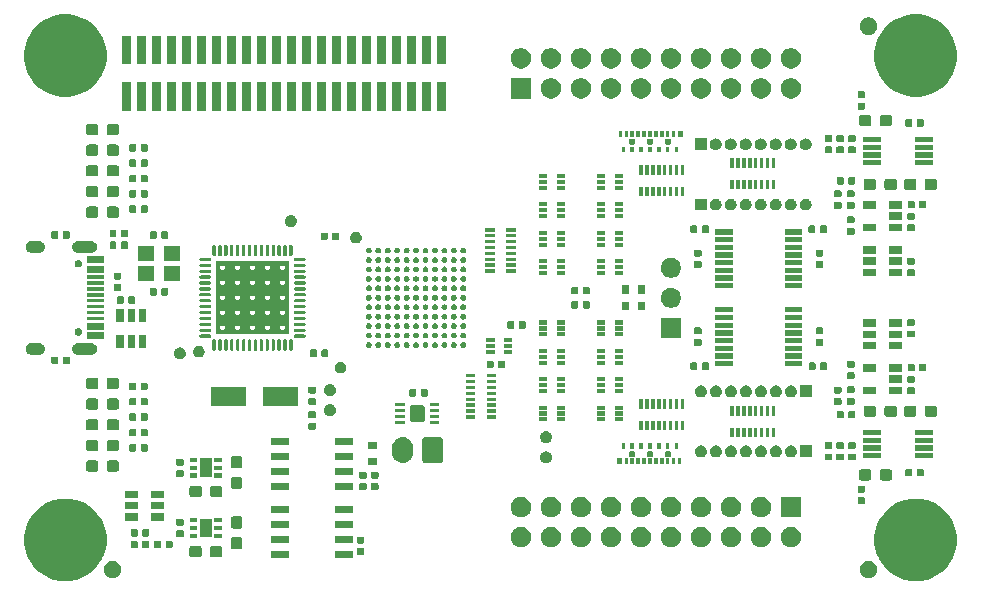
<source format=gts>
G04 #@! TF.GenerationSoftware,KiCad,Pcbnew,5.1.5-52549c5~84~ubuntu19.10.1*
G04 #@! TF.CreationDate,2020-01-08T01:46:17+01:00*
G04 #@! TF.ProjectId,glasgow,676c6173-676f-4772-9e6b-696361645f70,rev?*
G04 #@! TF.SameCoordinates,Original*
G04 #@! TF.FileFunction,Soldermask,Top*
G04 #@! TF.FilePolarity,Negative*
%FSLAX46Y46*%
G04 Gerber Fmt 4.6, Leading zero omitted, Abs format (unit mm)*
G04 Created by KiCad (PCBNEW 5.1.5-52549c5~84~ubuntu19.10.1) date 2020-01-08 01:46:17*
%MOMM*%
%LPD*%
G04 APERTURE LIST*
%ADD10C,0.200000*%
%ADD11C,0.100000*%
%ADD12C,0.863600*%
G04 APERTURE END LIST*
D10*
X67610000Y-98040000D02*
G75*
G03X67610000Y-98040000I-300000J0D01*
G01*
X68880000Y-98040000D02*
G75*
G03X68880000Y-98040000I-300000J0D01*
G01*
X70150000Y-98040000D02*
G75*
G03X70150000Y-98040000I-300000J0D01*
G01*
X71420000Y-98040000D02*
G75*
G03X71420000Y-98040000I-300000J0D01*
G01*
X72690000Y-98040000D02*
G75*
G03X72690000Y-98040000I-300000J0D01*
G01*
X72690000Y-96770000D02*
G75*
G03X72690000Y-96770000I-300000J0D01*
G01*
X71420000Y-96770000D02*
G75*
G03X71420000Y-96770000I-300000J0D01*
G01*
X70150000Y-96770000D02*
G75*
G03X70150000Y-96770000I-300000J0D01*
G01*
X68880000Y-96770000D02*
G75*
G03X68880000Y-96770000I-300000J0D01*
G01*
X67610000Y-96770000D02*
G75*
G03X67610000Y-96770000I-300000J0D01*
G01*
X67610000Y-92960000D02*
G75*
G03X67610000Y-92960000I-300000J0D01*
G01*
X68880000Y-92960000D02*
G75*
G03X68880000Y-92960000I-300000J0D01*
G01*
X70150000Y-92960000D02*
G75*
G03X70150000Y-92960000I-300000J0D01*
G01*
X71420000Y-92960000D02*
G75*
G03X71420000Y-92960000I-300000J0D01*
G01*
X72690000Y-92960000D02*
G75*
G03X72690000Y-92960000I-300000J0D01*
G01*
X72690000Y-94230000D02*
G75*
G03X72690000Y-94230000I-300000J0D01*
G01*
X71420000Y-94230000D02*
G75*
G03X71420000Y-94230000I-300000J0D01*
G01*
X70150000Y-94230000D02*
G75*
G03X70150000Y-94230000I-300000J0D01*
G01*
X68880000Y-94230000D02*
G75*
G03X68880000Y-94230000I-300000J0D01*
G01*
X67610000Y-94230000D02*
G75*
G03X67610000Y-94230000I-300000J0D01*
G01*
X67610000Y-95500000D02*
G75*
G03X67610000Y-95500000I-300000J0D01*
G01*
X68880000Y-95500000D02*
G75*
G03X68880000Y-95500000I-300000J0D01*
G01*
X72690000Y-95500000D02*
G75*
G03X72690000Y-95500000I-300000J0D01*
G01*
X71420000Y-95500000D02*
G75*
G03X71420000Y-95500000I-300000J0D01*
G01*
D11*
G36*
X72960000Y-98610000D02*
G01*
X72600000Y-98610000D01*
X72600000Y-92390000D01*
X72960000Y-92390000D01*
X72960000Y-98610000D01*
G37*
G36*
X66740000Y-98610000D02*
G01*
X66740000Y-98250000D01*
X72960000Y-98250000D01*
X72960000Y-98610000D01*
X66740000Y-98610000D01*
G37*
G36*
X66740000Y-92390000D02*
G01*
X67100000Y-92390000D01*
X67100000Y-98610000D01*
X66740000Y-98610000D01*
X66740000Y-92390000D01*
G37*
G36*
X72960000Y-92390000D02*
G01*
X72960000Y-92750000D01*
X66740000Y-92750000D01*
X66740000Y-92390000D01*
X72960000Y-92390000D01*
G37*
D12*
X67310000Y-93595000D02*
X72390000Y-93595000D01*
X67310000Y-94865000D02*
X72390000Y-94865000D01*
X67310000Y-96135000D02*
X72390000Y-96135000D01*
X67310000Y-97405000D02*
X72390000Y-97405000D01*
X71755000Y-92960000D02*
X71755000Y-98040000D01*
X70485000Y-92960000D02*
X70485000Y-98040000D01*
X69215000Y-92960000D02*
X69215000Y-98040000D01*
X67945000Y-92960000D02*
X67945000Y-98040000D01*
D10*
X70150000Y-95500000D02*
G75*
G03X70150000Y-95500000I-300000J0D01*
G01*
D11*
G36*
X127020910Y-112634502D02*
G01*
X127020913Y-112634503D01*
X127020912Y-112634503D01*
X127635193Y-112888946D01*
X127657874Y-112898341D01*
X128231119Y-113281371D01*
X128718629Y-113768881D01*
X129087313Y-114320655D01*
X129101660Y-114342128D01*
X129166357Y-114498320D01*
X129365498Y-114979090D01*
X129500000Y-115655278D01*
X129500000Y-116344722D01*
X129365498Y-117020910D01*
X129273408Y-117243234D01*
X129148225Y-117545455D01*
X129101659Y-117657874D01*
X128718629Y-118231119D01*
X128231119Y-118718629D01*
X127657874Y-119101659D01*
X127657873Y-119101660D01*
X127657872Y-119101660D01*
X127369327Y-119221179D01*
X127020910Y-119365498D01*
X126344722Y-119500000D01*
X125655278Y-119500000D01*
X124979090Y-119365498D01*
X124630673Y-119221179D01*
X124342128Y-119101660D01*
X124342127Y-119101660D01*
X124342126Y-119101659D01*
X123768881Y-118718629D01*
X123281371Y-118231119D01*
X122898341Y-117657874D01*
X122851776Y-117545455D01*
X122726592Y-117243234D01*
X122634502Y-117020910D01*
X122500000Y-116344722D01*
X122500000Y-115655278D01*
X122634502Y-114979090D01*
X122833643Y-114498320D01*
X122898340Y-114342128D01*
X122912688Y-114320655D01*
X123281371Y-113768881D01*
X123768881Y-113281371D01*
X124342126Y-112898341D01*
X124364808Y-112888946D01*
X124979088Y-112634503D01*
X124979087Y-112634503D01*
X124979090Y-112634502D01*
X125655278Y-112500000D01*
X126344722Y-112500000D01*
X127020910Y-112634502D01*
G37*
G36*
X55020910Y-112634502D02*
G01*
X55020913Y-112634503D01*
X55020912Y-112634503D01*
X55635193Y-112888946D01*
X55657874Y-112898341D01*
X56231119Y-113281371D01*
X56718629Y-113768881D01*
X57087313Y-114320655D01*
X57101660Y-114342128D01*
X57166357Y-114498320D01*
X57365498Y-114979090D01*
X57500000Y-115655278D01*
X57500000Y-116344722D01*
X57365498Y-117020910D01*
X57273408Y-117243234D01*
X57148225Y-117545455D01*
X57101659Y-117657874D01*
X56718629Y-118231119D01*
X56231119Y-118718629D01*
X55657874Y-119101659D01*
X55657873Y-119101660D01*
X55657872Y-119101660D01*
X55369327Y-119221179D01*
X55020910Y-119365498D01*
X54344722Y-119500000D01*
X53655278Y-119500000D01*
X52979090Y-119365498D01*
X52630673Y-119221179D01*
X52342128Y-119101660D01*
X52342127Y-119101660D01*
X52342126Y-119101659D01*
X51768881Y-118718629D01*
X51281371Y-118231119D01*
X50898341Y-117657874D01*
X50851776Y-117545455D01*
X50726592Y-117243234D01*
X50634502Y-117020910D01*
X50500000Y-116344722D01*
X50500000Y-115655278D01*
X50634502Y-114979090D01*
X50833643Y-114498320D01*
X50898340Y-114342128D01*
X50912688Y-114320655D01*
X51281371Y-113768881D01*
X51768881Y-113281371D01*
X52342126Y-112898341D01*
X52364808Y-112888946D01*
X52979088Y-112634503D01*
X52979087Y-112634503D01*
X52979090Y-112634502D01*
X53655278Y-112500000D01*
X54344722Y-112500000D01*
X55020910Y-112634502D01*
G37*
G36*
X122218763Y-117778821D02*
G01*
X122218764Y-117778821D01*
X122218767Y-117778822D01*
X122355258Y-117835359D01*
X122355259Y-117835360D01*
X122355262Y-117835361D01*
X122478097Y-117917436D01*
X122582564Y-118021903D01*
X122664639Y-118144738D01*
X122664640Y-118144741D01*
X122664641Y-118144742D01*
X122721178Y-118281233D01*
X122721179Y-118281236D01*
X122721179Y-118281237D01*
X122750000Y-118426129D01*
X122750000Y-118573871D01*
X122721179Y-118718763D01*
X122721178Y-118718767D01*
X122664641Y-118855258D01*
X122664639Y-118855262D01*
X122582564Y-118978097D01*
X122478097Y-119082564D01*
X122355262Y-119164639D01*
X122355259Y-119164640D01*
X122355258Y-119164641D01*
X122218767Y-119221178D01*
X122218764Y-119221179D01*
X122218763Y-119221179D01*
X122073871Y-119250000D01*
X121926129Y-119250000D01*
X121781237Y-119221179D01*
X121781236Y-119221179D01*
X121781233Y-119221178D01*
X121644742Y-119164641D01*
X121644741Y-119164640D01*
X121644738Y-119164639D01*
X121521903Y-119082564D01*
X121417436Y-118978097D01*
X121335361Y-118855262D01*
X121335359Y-118855258D01*
X121278822Y-118718767D01*
X121278821Y-118718763D01*
X121250000Y-118573871D01*
X121250000Y-118426129D01*
X121278821Y-118281237D01*
X121278821Y-118281236D01*
X121278822Y-118281233D01*
X121335359Y-118144742D01*
X121335360Y-118144741D01*
X121335361Y-118144738D01*
X121417436Y-118021903D01*
X121521903Y-117917436D01*
X121644738Y-117835361D01*
X121644741Y-117835360D01*
X121644742Y-117835359D01*
X121781233Y-117778822D01*
X121781236Y-117778821D01*
X121781237Y-117778821D01*
X121926129Y-117750000D01*
X122073871Y-117750000D01*
X122218763Y-117778821D01*
G37*
G36*
X58218763Y-117778821D02*
G01*
X58218764Y-117778821D01*
X58218767Y-117778822D01*
X58355258Y-117835359D01*
X58355259Y-117835360D01*
X58355262Y-117835361D01*
X58478097Y-117917436D01*
X58582564Y-118021903D01*
X58664639Y-118144738D01*
X58664640Y-118144741D01*
X58664641Y-118144742D01*
X58721178Y-118281233D01*
X58721179Y-118281236D01*
X58721179Y-118281237D01*
X58750000Y-118426129D01*
X58750000Y-118573871D01*
X58721179Y-118718763D01*
X58721178Y-118718767D01*
X58664641Y-118855258D01*
X58664639Y-118855262D01*
X58582564Y-118978097D01*
X58478097Y-119082564D01*
X58355262Y-119164639D01*
X58355259Y-119164640D01*
X58355258Y-119164641D01*
X58218767Y-119221178D01*
X58218764Y-119221179D01*
X58218763Y-119221179D01*
X58073871Y-119250000D01*
X57926129Y-119250000D01*
X57781237Y-119221179D01*
X57781236Y-119221179D01*
X57781233Y-119221178D01*
X57644742Y-119164641D01*
X57644741Y-119164640D01*
X57644738Y-119164639D01*
X57521903Y-119082564D01*
X57417436Y-118978097D01*
X57335361Y-118855262D01*
X57335359Y-118855258D01*
X57278822Y-118718767D01*
X57278821Y-118718763D01*
X57250000Y-118573871D01*
X57250000Y-118426129D01*
X57278821Y-118281237D01*
X57278821Y-118281236D01*
X57278822Y-118281233D01*
X57335359Y-118144742D01*
X57335360Y-118144741D01*
X57335361Y-118144738D01*
X57417436Y-118021903D01*
X57521903Y-117917436D01*
X57644738Y-117835361D01*
X57644741Y-117835360D01*
X57644742Y-117835359D01*
X57781233Y-117778822D01*
X57781236Y-117778821D01*
X57781237Y-117778821D01*
X57926129Y-117750000D01*
X58073871Y-117750000D01*
X58218763Y-117778821D01*
G37*
G36*
X72975000Y-117505000D02*
G01*
X71425000Y-117505000D01*
X71425000Y-116905000D01*
X72975000Y-116905000D01*
X72975000Y-117505000D01*
G37*
G36*
X78375000Y-117505000D02*
G01*
X76825000Y-117505000D01*
X76825000Y-116905000D01*
X78375000Y-116905000D01*
X78375000Y-117505000D01*
G37*
G36*
X65376903Y-116529345D02*
G01*
X65417188Y-116541565D01*
X65454329Y-116561417D01*
X65486874Y-116588126D01*
X65513583Y-116620671D01*
X65533435Y-116657812D01*
X65545655Y-116698097D01*
X65550000Y-116742208D01*
X65550000Y-117257792D01*
X65545655Y-117301903D01*
X65533435Y-117342188D01*
X65513583Y-117379329D01*
X65486874Y-117411874D01*
X65454329Y-117438583D01*
X65417188Y-117458435D01*
X65376903Y-117470655D01*
X65332792Y-117475000D01*
X64717208Y-117475000D01*
X64673097Y-117470655D01*
X64632812Y-117458435D01*
X64595671Y-117438583D01*
X64563126Y-117411874D01*
X64536417Y-117379329D01*
X64516565Y-117342188D01*
X64504345Y-117301903D01*
X64500000Y-117257792D01*
X64500000Y-116742208D01*
X64504345Y-116698097D01*
X64516565Y-116657812D01*
X64536417Y-116620671D01*
X64563126Y-116588126D01*
X64595671Y-116561417D01*
X64632812Y-116541565D01*
X64673097Y-116529345D01*
X64717208Y-116525000D01*
X65332792Y-116525000D01*
X65376903Y-116529345D01*
G37*
G36*
X67126903Y-116529345D02*
G01*
X67167188Y-116541565D01*
X67204329Y-116561417D01*
X67236874Y-116588126D01*
X67263583Y-116620671D01*
X67283435Y-116657812D01*
X67295655Y-116698097D01*
X67300000Y-116742208D01*
X67300000Y-117257792D01*
X67295655Y-117301903D01*
X67283435Y-117342188D01*
X67263583Y-117379329D01*
X67236874Y-117411874D01*
X67204329Y-117438583D01*
X67167188Y-117458435D01*
X67126903Y-117470655D01*
X67082792Y-117475000D01*
X66467208Y-117475000D01*
X66423097Y-117470655D01*
X66382812Y-117458435D01*
X66345671Y-117438583D01*
X66313126Y-117411874D01*
X66286417Y-117379329D01*
X66266565Y-117342188D01*
X66254345Y-117301903D01*
X66250000Y-117257792D01*
X66250000Y-116742208D01*
X66254345Y-116698097D01*
X66266565Y-116657812D01*
X66286417Y-116620671D01*
X66313126Y-116588126D01*
X66345671Y-116561417D01*
X66382812Y-116541565D01*
X66423097Y-116529345D01*
X66467208Y-116525000D01*
X67082792Y-116525000D01*
X67126903Y-116529345D01*
G37*
G36*
X79219345Y-116692615D02*
G01*
X79242751Y-116699715D01*
X79264326Y-116711248D01*
X79283234Y-116726766D01*
X79298752Y-116745674D01*
X79310285Y-116767249D01*
X79317385Y-116790655D01*
X79320000Y-116817206D01*
X79320000Y-117152794D01*
X79317385Y-117179345D01*
X79310285Y-117202751D01*
X79298752Y-117224326D01*
X79283234Y-117243234D01*
X79264326Y-117258752D01*
X79242751Y-117270285D01*
X79219345Y-117277385D01*
X79192794Y-117280000D01*
X78807206Y-117280000D01*
X78780655Y-117277385D01*
X78757249Y-117270285D01*
X78735674Y-117258752D01*
X78716766Y-117243234D01*
X78701248Y-117224326D01*
X78689715Y-117202751D01*
X78682615Y-117179345D01*
X78680000Y-117152794D01*
X78680000Y-116817206D01*
X78682615Y-116790655D01*
X78689715Y-116767249D01*
X78701248Y-116745674D01*
X78716766Y-116726766D01*
X78735674Y-116711248D01*
X78757249Y-116699715D01*
X78780655Y-116692615D01*
X78807206Y-116690000D01*
X79192794Y-116690000D01*
X79219345Y-116692615D01*
G37*
G36*
X68801903Y-115754345D02*
G01*
X68842188Y-115766565D01*
X68879329Y-115786417D01*
X68911874Y-115813126D01*
X68938583Y-115845671D01*
X68958435Y-115882812D01*
X68970655Y-115923097D01*
X68975000Y-115967208D01*
X68975000Y-116582792D01*
X68970655Y-116626903D01*
X68958435Y-116667188D01*
X68938583Y-116704329D01*
X68911874Y-116736874D01*
X68879329Y-116763583D01*
X68842188Y-116783435D01*
X68801903Y-116795655D01*
X68757792Y-116800000D01*
X68242208Y-116800000D01*
X68198097Y-116795655D01*
X68157812Y-116783435D01*
X68120671Y-116763583D01*
X68088126Y-116736874D01*
X68061417Y-116704329D01*
X68041565Y-116667188D01*
X68029345Y-116626903D01*
X68025000Y-116582792D01*
X68025000Y-115967208D01*
X68029345Y-115923097D01*
X68041565Y-115882812D01*
X68061417Y-115845671D01*
X68088126Y-115813126D01*
X68120671Y-115786417D01*
X68157812Y-115766565D01*
X68198097Y-115754345D01*
X68242208Y-115750000D01*
X68757792Y-115750000D01*
X68801903Y-115754345D01*
G37*
G36*
X62979345Y-116082615D02*
G01*
X63002751Y-116089715D01*
X63024326Y-116101248D01*
X63043234Y-116116766D01*
X63058752Y-116135674D01*
X63070285Y-116157249D01*
X63077385Y-116180655D01*
X63080000Y-116207206D01*
X63080000Y-116592794D01*
X63077385Y-116619345D01*
X63070285Y-116642751D01*
X63058752Y-116664326D01*
X63043234Y-116683234D01*
X63024326Y-116698752D01*
X63002751Y-116710285D01*
X62979345Y-116717385D01*
X62952794Y-116720000D01*
X62617206Y-116720000D01*
X62590655Y-116717385D01*
X62567249Y-116710285D01*
X62545674Y-116698752D01*
X62526766Y-116683234D01*
X62511248Y-116664326D01*
X62499715Y-116642751D01*
X62492615Y-116619345D01*
X62490000Y-116592794D01*
X62490000Y-116207206D01*
X62492615Y-116180655D01*
X62499715Y-116157249D01*
X62511248Y-116135674D01*
X62526766Y-116116766D01*
X62545674Y-116101248D01*
X62567249Y-116089715D01*
X62590655Y-116082615D01*
X62617206Y-116080000D01*
X62952794Y-116080000D01*
X62979345Y-116082615D01*
G37*
G36*
X60994345Y-116082615D02*
G01*
X61017751Y-116089715D01*
X61039326Y-116101248D01*
X61058234Y-116116766D01*
X61073752Y-116135674D01*
X61085285Y-116157249D01*
X61092385Y-116180655D01*
X61095000Y-116207206D01*
X61095000Y-116592794D01*
X61092385Y-116619345D01*
X61085285Y-116642751D01*
X61073752Y-116664326D01*
X61058234Y-116683234D01*
X61039326Y-116698752D01*
X61017751Y-116710285D01*
X60994345Y-116717385D01*
X60967794Y-116720000D01*
X60632206Y-116720000D01*
X60605655Y-116717385D01*
X60582249Y-116710285D01*
X60560674Y-116698752D01*
X60541766Y-116683234D01*
X60526248Y-116664326D01*
X60514715Y-116642751D01*
X60507615Y-116619345D01*
X60505000Y-116592794D01*
X60505000Y-116207206D01*
X60507615Y-116180655D01*
X60514715Y-116157249D01*
X60526248Y-116135674D01*
X60541766Y-116116766D01*
X60560674Y-116101248D01*
X60582249Y-116089715D01*
X60605655Y-116082615D01*
X60632206Y-116080000D01*
X60967794Y-116080000D01*
X60994345Y-116082615D01*
G37*
G36*
X60024345Y-116082615D02*
G01*
X60047751Y-116089715D01*
X60069326Y-116101248D01*
X60088234Y-116116766D01*
X60103752Y-116135674D01*
X60115285Y-116157249D01*
X60122385Y-116180655D01*
X60125000Y-116207206D01*
X60125000Y-116592794D01*
X60122385Y-116619345D01*
X60115285Y-116642751D01*
X60103752Y-116664326D01*
X60088234Y-116683234D01*
X60069326Y-116698752D01*
X60047751Y-116710285D01*
X60024345Y-116717385D01*
X59997794Y-116720000D01*
X59662206Y-116720000D01*
X59635655Y-116717385D01*
X59612249Y-116710285D01*
X59590674Y-116698752D01*
X59571766Y-116683234D01*
X59556248Y-116664326D01*
X59544715Y-116642751D01*
X59537615Y-116619345D01*
X59535000Y-116592794D01*
X59535000Y-116207206D01*
X59537615Y-116180655D01*
X59544715Y-116157249D01*
X59556248Y-116135674D01*
X59571766Y-116116766D01*
X59590674Y-116101248D01*
X59612249Y-116089715D01*
X59635655Y-116082615D01*
X59662206Y-116080000D01*
X59997794Y-116080000D01*
X60024345Y-116082615D01*
G37*
G36*
X62009345Y-116082615D02*
G01*
X62032751Y-116089715D01*
X62054326Y-116101248D01*
X62073234Y-116116766D01*
X62088752Y-116135674D01*
X62100285Y-116157249D01*
X62107385Y-116180655D01*
X62110000Y-116207206D01*
X62110000Y-116592794D01*
X62107385Y-116619345D01*
X62100285Y-116642751D01*
X62088752Y-116664326D01*
X62073234Y-116683234D01*
X62054326Y-116698752D01*
X62032751Y-116710285D01*
X62009345Y-116717385D01*
X61982794Y-116720000D01*
X61647206Y-116720000D01*
X61620655Y-116717385D01*
X61597249Y-116710285D01*
X61575674Y-116698752D01*
X61556766Y-116683234D01*
X61541248Y-116664326D01*
X61529715Y-116642751D01*
X61522615Y-116619345D01*
X61520000Y-116592794D01*
X61520000Y-116207206D01*
X61522615Y-116180655D01*
X61529715Y-116157249D01*
X61541248Y-116135674D01*
X61556766Y-116116766D01*
X61575674Y-116101248D01*
X61597249Y-116089715D01*
X61620655Y-116082615D01*
X61647206Y-116080000D01*
X61982794Y-116080000D01*
X62009345Y-116082615D01*
G37*
G36*
X102881795Y-114919675D02*
G01*
X102981903Y-114939587D01*
X103139068Y-115004687D01*
X103206883Y-115050000D01*
X103251782Y-115080000D01*
X103280513Y-115099198D01*
X103400802Y-115219487D01*
X103495313Y-115360932D01*
X103560413Y-115518097D01*
X103571234Y-115572500D01*
X103593600Y-115684941D01*
X103593600Y-115855059D01*
X103585334Y-115896613D01*
X103560413Y-116021903D01*
X103495313Y-116179068D01*
X103400802Y-116320513D01*
X103280513Y-116440802D01*
X103139068Y-116535313D01*
X102981903Y-116600413D01*
X102886723Y-116619345D01*
X102815059Y-116633600D01*
X102644941Y-116633600D01*
X102573277Y-116619345D01*
X102478097Y-116600413D01*
X102320932Y-116535313D01*
X102179487Y-116440802D01*
X102059198Y-116320513D01*
X101964687Y-116179068D01*
X101899587Y-116021903D01*
X101874666Y-115896613D01*
X101866400Y-115855059D01*
X101866400Y-115684941D01*
X101888766Y-115572500D01*
X101899587Y-115518097D01*
X101964687Y-115360932D01*
X102059198Y-115219487D01*
X102179487Y-115099198D01*
X102208219Y-115080000D01*
X102253117Y-115050000D01*
X102320932Y-115004687D01*
X102478097Y-114939587D01*
X102578205Y-114919675D01*
X102644941Y-114906400D01*
X102815059Y-114906400D01*
X102881795Y-114919675D01*
G37*
G36*
X115581795Y-114919675D02*
G01*
X115681903Y-114939587D01*
X115839068Y-115004687D01*
X115906883Y-115050000D01*
X115951782Y-115080000D01*
X115980513Y-115099198D01*
X116100802Y-115219487D01*
X116195313Y-115360932D01*
X116260413Y-115518097D01*
X116271234Y-115572500D01*
X116293600Y-115684941D01*
X116293600Y-115855059D01*
X116285334Y-115896613D01*
X116260413Y-116021903D01*
X116195313Y-116179068D01*
X116100802Y-116320513D01*
X115980513Y-116440802D01*
X115839068Y-116535313D01*
X115681903Y-116600413D01*
X115586723Y-116619345D01*
X115515059Y-116633600D01*
X115344941Y-116633600D01*
X115273277Y-116619345D01*
X115178097Y-116600413D01*
X115020932Y-116535313D01*
X114879487Y-116440802D01*
X114759198Y-116320513D01*
X114664687Y-116179068D01*
X114599587Y-116021903D01*
X114574666Y-115896613D01*
X114566400Y-115855059D01*
X114566400Y-115684941D01*
X114588766Y-115572500D01*
X114599587Y-115518097D01*
X114664687Y-115360932D01*
X114759198Y-115219487D01*
X114879487Y-115099198D01*
X114908219Y-115080000D01*
X114953117Y-115050000D01*
X115020932Y-115004687D01*
X115178097Y-114939587D01*
X115278205Y-114919675D01*
X115344941Y-114906400D01*
X115515059Y-114906400D01*
X115581795Y-114919675D01*
G37*
G36*
X113041795Y-114919675D02*
G01*
X113141903Y-114939587D01*
X113299068Y-115004687D01*
X113366883Y-115050000D01*
X113411782Y-115080000D01*
X113440513Y-115099198D01*
X113560802Y-115219487D01*
X113655313Y-115360932D01*
X113720413Y-115518097D01*
X113731234Y-115572500D01*
X113753600Y-115684941D01*
X113753600Y-115855059D01*
X113745334Y-115896613D01*
X113720413Y-116021903D01*
X113655313Y-116179068D01*
X113560802Y-116320513D01*
X113440513Y-116440802D01*
X113299068Y-116535313D01*
X113141903Y-116600413D01*
X113046723Y-116619345D01*
X112975059Y-116633600D01*
X112804941Y-116633600D01*
X112733277Y-116619345D01*
X112638097Y-116600413D01*
X112480932Y-116535313D01*
X112339487Y-116440802D01*
X112219198Y-116320513D01*
X112124687Y-116179068D01*
X112059587Y-116021903D01*
X112034666Y-115896613D01*
X112026400Y-115855059D01*
X112026400Y-115684941D01*
X112048766Y-115572500D01*
X112059587Y-115518097D01*
X112124687Y-115360932D01*
X112219198Y-115219487D01*
X112339487Y-115099198D01*
X112368219Y-115080000D01*
X112413117Y-115050000D01*
X112480932Y-115004687D01*
X112638097Y-114939587D01*
X112738205Y-114919675D01*
X112804941Y-114906400D01*
X112975059Y-114906400D01*
X113041795Y-114919675D01*
G37*
G36*
X107961795Y-114919675D02*
G01*
X108061903Y-114939587D01*
X108219068Y-115004687D01*
X108286883Y-115050000D01*
X108331782Y-115080000D01*
X108360513Y-115099198D01*
X108480802Y-115219487D01*
X108575313Y-115360932D01*
X108640413Y-115518097D01*
X108651234Y-115572500D01*
X108673600Y-115684941D01*
X108673600Y-115855059D01*
X108665334Y-115896613D01*
X108640413Y-116021903D01*
X108575313Y-116179068D01*
X108480802Y-116320513D01*
X108360513Y-116440802D01*
X108219068Y-116535313D01*
X108061903Y-116600413D01*
X107966723Y-116619345D01*
X107895059Y-116633600D01*
X107724941Y-116633600D01*
X107653277Y-116619345D01*
X107558097Y-116600413D01*
X107400932Y-116535313D01*
X107259487Y-116440802D01*
X107139198Y-116320513D01*
X107044687Y-116179068D01*
X106979587Y-116021903D01*
X106954666Y-115896613D01*
X106946400Y-115855059D01*
X106946400Y-115684941D01*
X106968766Y-115572500D01*
X106979587Y-115518097D01*
X107044687Y-115360932D01*
X107139198Y-115219487D01*
X107259487Y-115099198D01*
X107288219Y-115080000D01*
X107333117Y-115050000D01*
X107400932Y-115004687D01*
X107558097Y-114939587D01*
X107658205Y-114919675D01*
X107724941Y-114906400D01*
X107895059Y-114906400D01*
X107961795Y-114919675D01*
G37*
G36*
X105421795Y-114919675D02*
G01*
X105521903Y-114939587D01*
X105679068Y-115004687D01*
X105746883Y-115050000D01*
X105791782Y-115080000D01*
X105820513Y-115099198D01*
X105940802Y-115219487D01*
X106035313Y-115360932D01*
X106100413Y-115518097D01*
X106111234Y-115572500D01*
X106133600Y-115684941D01*
X106133600Y-115855059D01*
X106125334Y-115896613D01*
X106100413Y-116021903D01*
X106035313Y-116179068D01*
X105940802Y-116320513D01*
X105820513Y-116440802D01*
X105679068Y-116535313D01*
X105521903Y-116600413D01*
X105426723Y-116619345D01*
X105355059Y-116633600D01*
X105184941Y-116633600D01*
X105113277Y-116619345D01*
X105018097Y-116600413D01*
X104860932Y-116535313D01*
X104719487Y-116440802D01*
X104599198Y-116320513D01*
X104504687Y-116179068D01*
X104439587Y-116021903D01*
X104414666Y-115896613D01*
X104406400Y-115855059D01*
X104406400Y-115684941D01*
X104428766Y-115572500D01*
X104439587Y-115518097D01*
X104504687Y-115360932D01*
X104599198Y-115219487D01*
X104719487Y-115099198D01*
X104748219Y-115080000D01*
X104793117Y-115050000D01*
X104860932Y-115004687D01*
X105018097Y-114939587D01*
X105118205Y-114919675D01*
X105184941Y-114906400D01*
X105355059Y-114906400D01*
X105421795Y-114919675D01*
G37*
G36*
X100341795Y-114919675D02*
G01*
X100441903Y-114939587D01*
X100599068Y-115004687D01*
X100666883Y-115050000D01*
X100711782Y-115080000D01*
X100740513Y-115099198D01*
X100860802Y-115219487D01*
X100955313Y-115360932D01*
X101020413Y-115518097D01*
X101031234Y-115572500D01*
X101053600Y-115684941D01*
X101053600Y-115855059D01*
X101045334Y-115896613D01*
X101020413Y-116021903D01*
X100955313Y-116179068D01*
X100860802Y-116320513D01*
X100740513Y-116440802D01*
X100599068Y-116535313D01*
X100441903Y-116600413D01*
X100346723Y-116619345D01*
X100275059Y-116633600D01*
X100104941Y-116633600D01*
X100033277Y-116619345D01*
X99938097Y-116600413D01*
X99780932Y-116535313D01*
X99639487Y-116440802D01*
X99519198Y-116320513D01*
X99424687Y-116179068D01*
X99359587Y-116021903D01*
X99334666Y-115896613D01*
X99326400Y-115855059D01*
X99326400Y-115684941D01*
X99348766Y-115572500D01*
X99359587Y-115518097D01*
X99424687Y-115360932D01*
X99519198Y-115219487D01*
X99639487Y-115099198D01*
X99668219Y-115080000D01*
X99713117Y-115050000D01*
X99780932Y-115004687D01*
X99938097Y-114939587D01*
X100038205Y-114919675D01*
X100104941Y-114906400D01*
X100275059Y-114906400D01*
X100341795Y-114919675D01*
G37*
G36*
X97801795Y-114919675D02*
G01*
X97901903Y-114939587D01*
X98059068Y-115004687D01*
X98126883Y-115050000D01*
X98171782Y-115080000D01*
X98200513Y-115099198D01*
X98320802Y-115219487D01*
X98415313Y-115360932D01*
X98480413Y-115518097D01*
X98491234Y-115572500D01*
X98513600Y-115684941D01*
X98513600Y-115855059D01*
X98505334Y-115896613D01*
X98480413Y-116021903D01*
X98415313Y-116179068D01*
X98320802Y-116320513D01*
X98200513Y-116440802D01*
X98059068Y-116535313D01*
X97901903Y-116600413D01*
X97806723Y-116619345D01*
X97735059Y-116633600D01*
X97564941Y-116633600D01*
X97493277Y-116619345D01*
X97398097Y-116600413D01*
X97240932Y-116535313D01*
X97099487Y-116440802D01*
X96979198Y-116320513D01*
X96884687Y-116179068D01*
X96819587Y-116021903D01*
X96794666Y-115896613D01*
X96786400Y-115855059D01*
X96786400Y-115684941D01*
X96808766Y-115572500D01*
X96819587Y-115518097D01*
X96884687Y-115360932D01*
X96979198Y-115219487D01*
X97099487Y-115099198D01*
X97128219Y-115080000D01*
X97173117Y-115050000D01*
X97240932Y-115004687D01*
X97398097Y-114939587D01*
X97498205Y-114919675D01*
X97564941Y-114906400D01*
X97735059Y-114906400D01*
X97801795Y-114919675D01*
G37*
G36*
X95261795Y-114919675D02*
G01*
X95361903Y-114939587D01*
X95519068Y-115004687D01*
X95586883Y-115050000D01*
X95631782Y-115080000D01*
X95660513Y-115099198D01*
X95780802Y-115219487D01*
X95875313Y-115360932D01*
X95940413Y-115518097D01*
X95951234Y-115572500D01*
X95973600Y-115684941D01*
X95973600Y-115855059D01*
X95965334Y-115896613D01*
X95940413Y-116021903D01*
X95875313Y-116179068D01*
X95780802Y-116320513D01*
X95660513Y-116440802D01*
X95519068Y-116535313D01*
X95361903Y-116600413D01*
X95266723Y-116619345D01*
X95195059Y-116633600D01*
X95024941Y-116633600D01*
X94953277Y-116619345D01*
X94858097Y-116600413D01*
X94700932Y-116535313D01*
X94559487Y-116440802D01*
X94439198Y-116320513D01*
X94344687Y-116179068D01*
X94279587Y-116021903D01*
X94254666Y-115896613D01*
X94246400Y-115855059D01*
X94246400Y-115684941D01*
X94268766Y-115572500D01*
X94279587Y-115518097D01*
X94344687Y-115360932D01*
X94439198Y-115219487D01*
X94559487Y-115099198D01*
X94588219Y-115080000D01*
X94633117Y-115050000D01*
X94700932Y-115004687D01*
X94858097Y-114939587D01*
X94958205Y-114919675D01*
X95024941Y-114906400D01*
X95195059Y-114906400D01*
X95261795Y-114919675D01*
G37*
G36*
X92721795Y-114919675D02*
G01*
X92821903Y-114939587D01*
X92979068Y-115004687D01*
X93046883Y-115050000D01*
X93091782Y-115080000D01*
X93120513Y-115099198D01*
X93240802Y-115219487D01*
X93335313Y-115360932D01*
X93400413Y-115518097D01*
X93411234Y-115572500D01*
X93433600Y-115684941D01*
X93433600Y-115855059D01*
X93425334Y-115896613D01*
X93400413Y-116021903D01*
X93335313Y-116179068D01*
X93240802Y-116320513D01*
X93120513Y-116440802D01*
X92979068Y-116535313D01*
X92821903Y-116600413D01*
X92726723Y-116619345D01*
X92655059Y-116633600D01*
X92484941Y-116633600D01*
X92413277Y-116619345D01*
X92318097Y-116600413D01*
X92160932Y-116535313D01*
X92019487Y-116440802D01*
X91899198Y-116320513D01*
X91804687Y-116179068D01*
X91739587Y-116021903D01*
X91714666Y-115896613D01*
X91706400Y-115855059D01*
X91706400Y-115684941D01*
X91728766Y-115572500D01*
X91739587Y-115518097D01*
X91804687Y-115360932D01*
X91899198Y-115219487D01*
X92019487Y-115099198D01*
X92048219Y-115080000D01*
X92093117Y-115050000D01*
X92160932Y-115004687D01*
X92318097Y-114939587D01*
X92418205Y-114919675D01*
X92484941Y-114906400D01*
X92655059Y-114906400D01*
X92721795Y-114919675D01*
G37*
G36*
X110501795Y-114919675D02*
G01*
X110601903Y-114939587D01*
X110759068Y-115004687D01*
X110826883Y-115050000D01*
X110871782Y-115080000D01*
X110900513Y-115099198D01*
X111020802Y-115219487D01*
X111115313Y-115360932D01*
X111180413Y-115518097D01*
X111191234Y-115572500D01*
X111213600Y-115684941D01*
X111213600Y-115855059D01*
X111205334Y-115896613D01*
X111180413Y-116021903D01*
X111115313Y-116179068D01*
X111020802Y-116320513D01*
X110900513Y-116440802D01*
X110759068Y-116535313D01*
X110601903Y-116600413D01*
X110506723Y-116619345D01*
X110435059Y-116633600D01*
X110264941Y-116633600D01*
X110193277Y-116619345D01*
X110098097Y-116600413D01*
X109940932Y-116535313D01*
X109799487Y-116440802D01*
X109679198Y-116320513D01*
X109584687Y-116179068D01*
X109519587Y-116021903D01*
X109494666Y-115896613D01*
X109486400Y-115855059D01*
X109486400Y-115684941D01*
X109508766Y-115572500D01*
X109519587Y-115518097D01*
X109584687Y-115360932D01*
X109679198Y-115219487D01*
X109799487Y-115099198D01*
X109828219Y-115080000D01*
X109873117Y-115050000D01*
X109940932Y-115004687D01*
X110098097Y-114939587D01*
X110198205Y-114919675D01*
X110264941Y-114906400D01*
X110435059Y-114906400D01*
X110501795Y-114919675D01*
G37*
G36*
X79219345Y-115722615D02*
G01*
X79242751Y-115729715D01*
X79264326Y-115741248D01*
X79283234Y-115756766D01*
X79298752Y-115775674D01*
X79310285Y-115797249D01*
X79317385Y-115820655D01*
X79320000Y-115847206D01*
X79320000Y-116182794D01*
X79317385Y-116209345D01*
X79310285Y-116232751D01*
X79298752Y-116254326D01*
X79283234Y-116273234D01*
X79264326Y-116288752D01*
X79242751Y-116300285D01*
X79219345Y-116307385D01*
X79192794Y-116310000D01*
X78807206Y-116310000D01*
X78780655Y-116307385D01*
X78757249Y-116300285D01*
X78735674Y-116288752D01*
X78716766Y-116273234D01*
X78701248Y-116254326D01*
X78689715Y-116232751D01*
X78682615Y-116209345D01*
X78680000Y-116182794D01*
X78680000Y-115847206D01*
X78682615Y-115820655D01*
X78689715Y-115797249D01*
X78701248Y-115775674D01*
X78716766Y-115756766D01*
X78735674Y-115741248D01*
X78757249Y-115729715D01*
X78780655Y-115722615D01*
X78807206Y-115720000D01*
X79192794Y-115720000D01*
X79219345Y-115722615D01*
G37*
G36*
X78375000Y-116235000D02*
G01*
X76825000Y-116235000D01*
X76825000Y-115635000D01*
X78375000Y-115635000D01*
X78375000Y-116235000D01*
G37*
G36*
X72975000Y-116235000D02*
G01*
X71425000Y-116235000D01*
X71425000Y-115635000D01*
X72975000Y-115635000D01*
X72975000Y-116235000D01*
G37*
G36*
X67275000Y-115825000D02*
G01*
X66625000Y-115825000D01*
X66625000Y-115475000D01*
X67275000Y-115475000D01*
X67275000Y-115825000D01*
G37*
G36*
X65175000Y-115825000D02*
G01*
X64525000Y-115825000D01*
X64525000Y-115475000D01*
X65175000Y-115475000D01*
X65175000Y-115825000D01*
G37*
G36*
X66400000Y-115800000D02*
G01*
X65400000Y-115800000D01*
X65400000Y-114200000D01*
X66400000Y-114200000D01*
X66400000Y-115800000D01*
G37*
G36*
X63919345Y-115192615D02*
G01*
X63942751Y-115199715D01*
X63964326Y-115211248D01*
X63983234Y-115226766D01*
X63998752Y-115245674D01*
X64010285Y-115267249D01*
X64017385Y-115290655D01*
X64020000Y-115317206D01*
X64020000Y-115652794D01*
X64017385Y-115679345D01*
X64010285Y-115702751D01*
X63998752Y-115724326D01*
X63983234Y-115743234D01*
X63964326Y-115758752D01*
X63942751Y-115770285D01*
X63919345Y-115777385D01*
X63892794Y-115780000D01*
X63507206Y-115780000D01*
X63480655Y-115777385D01*
X63457249Y-115770285D01*
X63435674Y-115758752D01*
X63416766Y-115743234D01*
X63401248Y-115724326D01*
X63389715Y-115702751D01*
X63382615Y-115679345D01*
X63380000Y-115652794D01*
X63380000Y-115317206D01*
X63382615Y-115290655D01*
X63389715Y-115267249D01*
X63401248Y-115245674D01*
X63416766Y-115226766D01*
X63435674Y-115211248D01*
X63457249Y-115199715D01*
X63480655Y-115192615D01*
X63507206Y-115190000D01*
X63892794Y-115190000D01*
X63919345Y-115192615D01*
G37*
G36*
X60994345Y-115082615D02*
G01*
X61017751Y-115089715D01*
X61039326Y-115101248D01*
X61058234Y-115116766D01*
X61073752Y-115135674D01*
X61085285Y-115157249D01*
X61092385Y-115180655D01*
X61095000Y-115207206D01*
X61095000Y-115592794D01*
X61092385Y-115619345D01*
X61085285Y-115642751D01*
X61073752Y-115664326D01*
X61058234Y-115683234D01*
X61039326Y-115698752D01*
X61017751Y-115710285D01*
X60994345Y-115717385D01*
X60967794Y-115720000D01*
X60632206Y-115720000D01*
X60605655Y-115717385D01*
X60582249Y-115710285D01*
X60560674Y-115698752D01*
X60541766Y-115683234D01*
X60526248Y-115664326D01*
X60514715Y-115642751D01*
X60507615Y-115619345D01*
X60505000Y-115592794D01*
X60505000Y-115207206D01*
X60507615Y-115180655D01*
X60514715Y-115157249D01*
X60526248Y-115135674D01*
X60541766Y-115116766D01*
X60560674Y-115101248D01*
X60582249Y-115089715D01*
X60605655Y-115082615D01*
X60632206Y-115080000D01*
X60967794Y-115080000D01*
X60994345Y-115082615D01*
G37*
G36*
X60024345Y-115082615D02*
G01*
X60047751Y-115089715D01*
X60069326Y-115101248D01*
X60088234Y-115116766D01*
X60103752Y-115135674D01*
X60115285Y-115157249D01*
X60122385Y-115180655D01*
X60125000Y-115207206D01*
X60125000Y-115592794D01*
X60122385Y-115619345D01*
X60115285Y-115642751D01*
X60103752Y-115664326D01*
X60088234Y-115683234D01*
X60069326Y-115698752D01*
X60047751Y-115710285D01*
X60024345Y-115717385D01*
X59997794Y-115720000D01*
X59662206Y-115720000D01*
X59635655Y-115717385D01*
X59612249Y-115710285D01*
X59590674Y-115698752D01*
X59571766Y-115683234D01*
X59556248Y-115664326D01*
X59544715Y-115642751D01*
X59537615Y-115619345D01*
X59535000Y-115592794D01*
X59535000Y-115207206D01*
X59537615Y-115180655D01*
X59544715Y-115157249D01*
X59556248Y-115135674D01*
X59571766Y-115116766D01*
X59590674Y-115101248D01*
X59612249Y-115089715D01*
X59635655Y-115082615D01*
X59662206Y-115080000D01*
X59997794Y-115080000D01*
X60024345Y-115082615D01*
G37*
G36*
X67275000Y-115175000D02*
G01*
X66625000Y-115175000D01*
X66625000Y-114825000D01*
X67275000Y-114825000D01*
X67275000Y-115175000D01*
G37*
G36*
X65175000Y-115175000D02*
G01*
X64525000Y-115175000D01*
X64525000Y-114825000D01*
X65175000Y-114825000D01*
X65175000Y-115175000D01*
G37*
G36*
X68801903Y-114004345D02*
G01*
X68842188Y-114016565D01*
X68879329Y-114036417D01*
X68911874Y-114063126D01*
X68938583Y-114095671D01*
X68958435Y-114132812D01*
X68970655Y-114173097D01*
X68975000Y-114217208D01*
X68975000Y-114832792D01*
X68970655Y-114876903D01*
X68958435Y-114917188D01*
X68938583Y-114954329D01*
X68911874Y-114986874D01*
X68879329Y-115013583D01*
X68842188Y-115033435D01*
X68801903Y-115045655D01*
X68757792Y-115050000D01*
X68242208Y-115050000D01*
X68198097Y-115045655D01*
X68157812Y-115033435D01*
X68120671Y-115013583D01*
X68088126Y-114986874D01*
X68061417Y-114954329D01*
X68041565Y-114917188D01*
X68029345Y-114876903D01*
X68025000Y-114832792D01*
X68025000Y-114217208D01*
X68029345Y-114173097D01*
X68041565Y-114132812D01*
X68061417Y-114095671D01*
X68088126Y-114063126D01*
X68120671Y-114036417D01*
X68157812Y-114016565D01*
X68198097Y-114004345D01*
X68242208Y-114000000D01*
X68757792Y-114000000D01*
X68801903Y-114004345D01*
G37*
G36*
X78375000Y-114965000D02*
G01*
X76825000Y-114965000D01*
X76825000Y-114365000D01*
X78375000Y-114365000D01*
X78375000Y-114965000D01*
G37*
G36*
X72975000Y-114965000D02*
G01*
X71425000Y-114965000D01*
X71425000Y-114365000D01*
X72975000Y-114365000D01*
X72975000Y-114965000D01*
G37*
G36*
X63919345Y-114222615D02*
G01*
X63942751Y-114229715D01*
X63964326Y-114241248D01*
X63983234Y-114256766D01*
X63998752Y-114275674D01*
X64010285Y-114297249D01*
X64017385Y-114320655D01*
X64020000Y-114347206D01*
X64020000Y-114682794D01*
X64017385Y-114709345D01*
X64010285Y-114732751D01*
X63998752Y-114754326D01*
X63983234Y-114773234D01*
X63964326Y-114788752D01*
X63942751Y-114800285D01*
X63919345Y-114807385D01*
X63892794Y-114810000D01*
X63507206Y-114810000D01*
X63480655Y-114807385D01*
X63457249Y-114800285D01*
X63435674Y-114788752D01*
X63416766Y-114773234D01*
X63401248Y-114754326D01*
X63389715Y-114732751D01*
X63382615Y-114709345D01*
X63380000Y-114682794D01*
X63380000Y-114347206D01*
X63382615Y-114320655D01*
X63389715Y-114297249D01*
X63401248Y-114275674D01*
X63416766Y-114256766D01*
X63435674Y-114241248D01*
X63457249Y-114229715D01*
X63480655Y-114222615D01*
X63507206Y-114220000D01*
X63892794Y-114220000D01*
X63919345Y-114222615D01*
G37*
G36*
X67275000Y-114525000D02*
G01*
X66625000Y-114525000D01*
X66625000Y-114175000D01*
X67275000Y-114175000D01*
X67275000Y-114525000D01*
G37*
G36*
X65175000Y-114525000D02*
G01*
X64525000Y-114525000D01*
X64525000Y-114175000D01*
X65175000Y-114175000D01*
X65175000Y-114525000D01*
G37*
G36*
X60130000Y-114375000D02*
G01*
X59070000Y-114375000D01*
X59070000Y-113725000D01*
X60130000Y-113725000D01*
X60130000Y-114375000D01*
G37*
G36*
X62330000Y-114375000D02*
G01*
X61270000Y-114375000D01*
X61270000Y-113725000D01*
X62330000Y-113725000D01*
X62330000Y-114375000D01*
G37*
G36*
X105421795Y-112379675D02*
G01*
X105521903Y-112399587D01*
X105679068Y-112464687D01*
X105820513Y-112559198D01*
X105940802Y-112679487D01*
X106035313Y-112820932D01*
X106100413Y-112978097D01*
X106108852Y-113020525D01*
X106133600Y-113144941D01*
X106133600Y-113315059D01*
X106120325Y-113381795D01*
X106100413Y-113481903D01*
X106035313Y-113639068D01*
X106004154Y-113685700D01*
X105948575Y-113768881D01*
X105940802Y-113780513D01*
X105820513Y-113900802D01*
X105679068Y-113995313D01*
X105521903Y-114060413D01*
X105421795Y-114080325D01*
X105355059Y-114093600D01*
X105184941Y-114093600D01*
X105118205Y-114080325D01*
X105018097Y-114060413D01*
X104860932Y-113995313D01*
X104719487Y-113900802D01*
X104599198Y-113780513D01*
X104591426Y-113768881D01*
X104535846Y-113685700D01*
X104504687Y-113639068D01*
X104439587Y-113481903D01*
X104419675Y-113381795D01*
X104406400Y-113315059D01*
X104406400Y-113144941D01*
X104431148Y-113020525D01*
X104439587Y-112978097D01*
X104504687Y-112820932D01*
X104599198Y-112679487D01*
X104719487Y-112559198D01*
X104860932Y-112464687D01*
X105018097Y-112399587D01*
X105118205Y-112379675D01*
X105184941Y-112366400D01*
X105355059Y-112366400D01*
X105421795Y-112379675D01*
G37*
G36*
X95261795Y-112379675D02*
G01*
X95361903Y-112399587D01*
X95519068Y-112464687D01*
X95660513Y-112559198D01*
X95780802Y-112679487D01*
X95875313Y-112820932D01*
X95940413Y-112978097D01*
X95948852Y-113020525D01*
X95973600Y-113144941D01*
X95973600Y-113315059D01*
X95960325Y-113381795D01*
X95940413Y-113481903D01*
X95875313Y-113639068D01*
X95844154Y-113685700D01*
X95788575Y-113768881D01*
X95780802Y-113780513D01*
X95660513Y-113900802D01*
X95519068Y-113995313D01*
X95361903Y-114060413D01*
X95261795Y-114080325D01*
X95195059Y-114093600D01*
X95024941Y-114093600D01*
X94958205Y-114080325D01*
X94858097Y-114060413D01*
X94700932Y-113995313D01*
X94559487Y-113900802D01*
X94439198Y-113780513D01*
X94431426Y-113768881D01*
X94375846Y-113685700D01*
X94344687Y-113639068D01*
X94279587Y-113481903D01*
X94259675Y-113381795D01*
X94246400Y-113315059D01*
X94246400Y-113144941D01*
X94271148Y-113020525D01*
X94279587Y-112978097D01*
X94344687Y-112820932D01*
X94439198Y-112679487D01*
X94559487Y-112559198D01*
X94700932Y-112464687D01*
X94858097Y-112399587D01*
X94958205Y-112379675D01*
X95024941Y-112366400D01*
X95195059Y-112366400D01*
X95261795Y-112379675D01*
G37*
G36*
X97801795Y-112379675D02*
G01*
X97901903Y-112399587D01*
X98059068Y-112464687D01*
X98200513Y-112559198D01*
X98320802Y-112679487D01*
X98415313Y-112820932D01*
X98480413Y-112978097D01*
X98488852Y-113020525D01*
X98513600Y-113144941D01*
X98513600Y-113315059D01*
X98500325Y-113381795D01*
X98480413Y-113481903D01*
X98415313Y-113639068D01*
X98384154Y-113685700D01*
X98328575Y-113768881D01*
X98320802Y-113780513D01*
X98200513Y-113900802D01*
X98059068Y-113995313D01*
X97901903Y-114060413D01*
X97801795Y-114080325D01*
X97735059Y-114093600D01*
X97564941Y-114093600D01*
X97498205Y-114080325D01*
X97398097Y-114060413D01*
X97240932Y-113995313D01*
X97099487Y-113900802D01*
X96979198Y-113780513D01*
X96971426Y-113768881D01*
X96915846Y-113685700D01*
X96884687Y-113639068D01*
X96819587Y-113481903D01*
X96799675Y-113381795D01*
X96786400Y-113315059D01*
X96786400Y-113144941D01*
X96811148Y-113020525D01*
X96819587Y-112978097D01*
X96884687Y-112820932D01*
X96979198Y-112679487D01*
X97099487Y-112559198D01*
X97240932Y-112464687D01*
X97398097Y-112399587D01*
X97498205Y-112379675D01*
X97564941Y-112366400D01*
X97735059Y-112366400D01*
X97801795Y-112379675D01*
G37*
G36*
X100341795Y-112379675D02*
G01*
X100441903Y-112399587D01*
X100599068Y-112464687D01*
X100740513Y-112559198D01*
X100860802Y-112679487D01*
X100955313Y-112820932D01*
X101020413Y-112978097D01*
X101028852Y-113020525D01*
X101053600Y-113144941D01*
X101053600Y-113315059D01*
X101040325Y-113381795D01*
X101020413Y-113481903D01*
X100955313Y-113639068D01*
X100924154Y-113685700D01*
X100868575Y-113768881D01*
X100860802Y-113780513D01*
X100740513Y-113900802D01*
X100599068Y-113995313D01*
X100441903Y-114060413D01*
X100341795Y-114080325D01*
X100275059Y-114093600D01*
X100104941Y-114093600D01*
X100038205Y-114080325D01*
X99938097Y-114060413D01*
X99780932Y-113995313D01*
X99639487Y-113900802D01*
X99519198Y-113780513D01*
X99511426Y-113768881D01*
X99455846Y-113685700D01*
X99424687Y-113639068D01*
X99359587Y-113481903D01*
X99339675Y-113381795D01*
X99326400Y-113315059D01*
X99326400Y-113144941D01*
X99351148Y-113020525D01*
X99359587Y-112978097D01*
X99424687Y-112820932D01*
X99519198Y-112679487D01*
X99639487Y-112559198D01*
X99780932Y-112464687D01*
X99938097Y-112399587D01*
X100038205Y-112379675D01*
X100104941Y-112366400D01*
X100275059Y-112366400D01*
X100341795Y-112379675D01*
G37*
G36*
X113041795Y-112379675D02*
G01*
X113141903Y-112399587D01*
X113299068Y-112464687D01*
X113440513Y-112559198D01*
X113560802Y-112679487D01*
X113655313Y-112820932D01*
X113720413Y-112978097D01*
X113728852Y-113020525D01*
X113753600Y-113144941D01*
X113753600Y-113315059D01*
X113740325Y-113381795D01*
X113720413Y-113481903D01*
X113655313Y-113639068D01*
X113624154Y-113685700D01*
X113568575Y-113768881D01*
X113560802Y-113780513D01*
X113440513Y-113900802D01*
X113299068Y-113995313D01*
X113141903Y-114060413D01*
X113041795Y-114080325D01*
X112975059Y-114093600D01*
X112804941Y-114093600D01*
X112738205Y-114080325D01*
X112638097Y-114060413D01*
X112480932Y-113995313D01*
X112339487Y-113900802D01*
X112219198Y-113780513D01*
X112211426Y-113768881D01*
X112155846Y-113685700D01*
X112124687Y-113639068D01*
X112059587Y-113481903D01*
X112039675Y-113381795D01*
X112026400Y-113315059D01*
X112026400Y-113144941D01*
X112051148Y-113020525D01*
X112059587Y-112978097D01*
X112124687Y-112820932D01*
X112219198Y-112679487D01*
X112339487Y-112559198D01*
X112480932Y-112464687D01*
X112638097Y-112399587D01*
X112738205Y-112379675D01*
X112804941Y-112366400D01*
X112975059Y-112366400D01*
X113041795Y-112379675D01*
G37*
G36*
X116293600Y-114093600D02*
G01*
X114566400Y-114093600D01*
X114566400Y-112366400D01*
X116293600Y-112366400D01*
X116293600Y-114093600D01*
G37*
G36*
X92721795Y-112379675D02*
G01*
X92821903Y-112399587D01*
X92979068Y-112464687D01*
X93120513Y-112559198D01*
X93240802Y-112679487D01*
X93335313Y-112820932D01*
X93400413Y-112978097D01*
X93408852Y-113020525D01*
X93433600Y-113144941D01*
X93433600Y-113315059D01*
X93420325Y-113381795D01*
X93400413Y-113481903D01*
X93335313Y-113639068D01*
X93304154Y-113685700D01*
X93248575Y-113768881D01*
X93240802Y-113780513D01*
X93120513Y-113900802D01*
X92979068Y-113995313D01*
X92821903Y-114060413D01*
X92721795Y-114080325D01*
X92655059Y-114093600D01*
X92484941Y-114093600D01*
X92418205Y-114080325D01*
X92318097Y-114060413D01*
X92160932Y-113995313D01*
X92019487Y-113900802D01*
X91899198Y-113780513D01*
X91891426Y-113768881D01*
X91835846Y-113685700D01*
X91804687Y-113639068D01*
X91739587Y-113481903D01*
X91719675Y-113381795D01*
X91706400Y-113315059D01*
X91706400Y-113144941D01*
X91731148Y-113020525D01*
X91739587Y-112978097D01*
X91804687Y-112820932D01*
X91899198Y-112679487D01*
X92019487Y-112559198D01*
X92160932Y-112464687D01*
X92318097Y-112399587D01*
X92418205Y-112379675D01*
X92484941Y-112366400D01*
X92655059Y-112366400D01*
X92721795Y-112379675D01*
G37*
G36*
X110501795Y-112379675D02*
G01*
X110601903Y-112399587D01*
X110759068Y-112464687D01*
X110900513Y-112559198D01*
X111020802Y-112679487D01*
X111115313Y-112820932D01*
X111180413Y-112978097D01*
X111188852Y-113020525D01*
X111213600Y-113144941D01*
X111213600Y-113315059D01*
X111200325Y-113381795D01*
X111180413Y-113481903D01*
X111115313Y-113639068D01*
X111084154Y-113685700D01*
X111028575Y-113768881D01*
X111020802Y-113780513D01*
X110900513Y-113900802D01*
X110759068Y-113995313D01*
X110601903Y-114060413D01*
X110501795Y-114080325D01*
X110435059Y-114093600D01*
X110264941Y-114093600D01*
X110198205Y-114080325D01*
X110098097Y-114060413D01*
X109940932Y-113995313D01*
X109799487Y-113900802D01*
X109679198Y-113780513D01*
X109671426Y-113768881D01*
X109615846Y-113685700D01*
X109584687Y-113639068D01*
X109519587Y-113481903D01*
X109499675Y-113381795D01*
X109486400Y-113315059D01*
X109486400Y-113144941D01*
X109511148Y-113020525D01*
X109519587Y-112978097D01*
X109584687Y-112820932D01*
X109679198Y-112679487D01*
X109799487Y-112559198D01*
X109940932Y-112464687D01*
X110098097Y-112399587D01*
X110198205Y-112379675D01*
X110264941Y-112366400D01*
X110435059Y-112366400D01*
X110501795Y-112379675D01*
G37*
G36*
X102881795Y-112379675D02*
G01*
X102981903Y-112399587D01*
X103139068Y-112464687D01*
X103280513Y-112559198D01*
X103400802Y-112679487D01*
X103495313Y-112820932D01*
X103560413Y-112978097D01*
X103568852Y-113020525D01*
X103593600Y-113144941D01*
X103593600Y-113315059D01*
X103580325Y-113381795D01*
X103560413Y-113481903D01*
X103495313Y-113639068D01*
X103464154Y-113685700D01*
X103408575Y-113768881D01*
X103400802Y-113780513D01*
X103280513Y-113900802D01*
X103139068Y-113995313D01*
X102981903Y-114060413D01*
X102881795Y-114080325D01*
X102815059Y-114093600D01*
X102644941Y-114093600D01*
X102578205Y-114080325D01*
X102478097Y-114060413D01*
X102320932Y-113995313D01*
X102179487Y-113900802D01*
X102059198Y-113780513D01*
X102051426Y-113768881D01*
X101995846Y-113685700D01*
X101964687Y-113639068D01*
X101899587Y-113481903D01*
X101879675Y-113381795D01*
X101866400Y-113315059D01*
X101866400Y-113144941D01*
X101891148Y-113020525D01*
X101899587Y-112978097D01*
X101964687Y-112820932D01*
X102059198Y-112679487D01*
X102179487Y-112559198D01*
X102320932Y-112464687D01*
X102478097Y-112399587D01*
X102578205Y-112379675D01*
X102644941Y-112366400D01*
X102815059Y-112366400D01*
X102881795Y-112379675D01*
G37*
G36*
X107961795Y-112379675D02*
G01*
X108061903Y-112399587D01*
X108219068Y-112464687D01*
X108360513Y-112559198D01*
X108480802Y-112679487D01*
X108575313Y-112820932D01*
X108640413Y-112978097D01*
X108648852Y-113020525D01*
X108673600Y-113144941D01*
X108673600Y-113315059D01*
X108660325Y-113381795D01*
X108640413Y-113481903D01*
X108575313Y-113639068D01*
X108544154Y-113685700D01*
X108488575Y-113768881D01*
X108480802Y-113780513D01*
X108360513Y-113900802D01*
X108219068Y-113995313D01*
X108061903Y-114060413D01*
X107961795Y-114080325D01*
X107895059Y-114093600D01*
X107724941Y-114093600D01*
X107658205Y-114080325D01*
X107558097Y-114060413D01*
X107400932Y-113995313D01*
X107259487Y-113900802D01*
X107139198Y-113780513D01*
X107131426Y-113768881D01*
X107075846Y-113685700D01*
X107044687Y-113639068D01*
X106979587Y-113481903D01*
X106959675Y-113381795D01*
X106946400Y-113315059D01*
X106946400Y-113144941D01*
X106971148Y-113020525D01*
X106979587Y-112978097D01*
X107044687Y-112820932D01*
X107139198Y-112679487D01*
X107259487Y-112559198D01*
X107400932Y-112464687D01*
X107558097Y-112399587D01*
X107658205Y-112379675D01*
X107724941Y-112366400D01*
X107895059Y-112366400D01*
X107961795Y-112379675D01*
G37*
G36*
X72975000Y-113695000D02*
G01*
X71425000Y-113695000D01*
X71425000Y-113095000D01*
X72975000Y-113095000D01*
X72975000Y-113695000D01*
G37*
G36*
X78375000Y-113695000D02*
G01*
X76825000Y-113695000D01*
X76825000Y-113095000D01*
X78375000Y-113095000D01*
X78375000Y-113695000D01*
G37*
G36*
X62330000Y-113425000D02*
G01*
X61270000Y-113425000D01*
X61270000Y-112775000D01*
X62330000Y-112775000D01*
X62330000Y-113425000D01*
G37*
G36*
X60130000Y-113425000D02*
G01*
X59070000Y-113425000D01*
X59070000Y-112775000D01*
X60130000Y-112775000D01*
X60130000Y-113425000D01*
G37*
G36*
X121619345Y-112392615D02*
G01*
X121642751Y-112399715D01*
X121664326Y-112411248D01*
X121683234Y-112426766D01*
X121698752Y-112445674D01*
X121710285Y-112467249D01*
X121717385Y-112490655D01*
X121720000Y-112517206D01*
X121720000Y-112852794D01*
X121717385Y-112879345D01*
X121710285Y-112902751D01*
X121698752Y-112924326D01*
X121683234Y-112943234D01*
X121664326Y-112958752D01*
X121642751Y-112970285D01*
X121619345Y-112977385D01*
X121592794Y-112980000D01*
X121207206Y-112980000D01*
X121180655Y-112977385D01*
X121157249Y-112970285D01*
X121135674Y-112958752D01*
X121116766Y-112943234D01*
X121101248Y-112924326D01*
X121089715Y-112902751D01*
X121082615Y-112879345D01*
X121080000Y-112852794D01*
X121080000Y-112517206D01*
X121082615Y-112490655D01*
X121089715Y-112467249D01*
X121101248Y-112445674D01*
X121116766Y-112426766D01*
X121135674Y-112411248D01*
X121157249Y-112399715D01*
X121180655Y-112392615D01*
X121207206Y-112390000D01*
X121592794Y-112390000D01*
X121619345Y-112392615D01*
G37*
G36*
X60130000Y-112475000D02*
G01*
X59070000Y-112475000D01*
X59070000Y-111825000D01*
X60130000Y-111825000D01*
X60130000Y-112475000D01*
G37*
G36*
X62330000Y-112475000D02*
G01*
X61270000Y-112475000D01*
X61270000Y-111825000D01*
X62330000Y-111825000D01*
X62330000Y-112475000D01*
G37*
G36*
X67126903Y-111429345D02*
G01*
X67167188Y-111441565D01*
X67204329Y-111461417D01*
X67236874Y-111488126D01*
X67263583Y-111520671D01*
X67283435Y-111557812D01*
X67295655Y-111598097D01*
X67300000Y-111642208D01*
X67300000Y-112157792D01*
X67295655Y-112201903D01*
X67283435Y-112242188D01*
X67263583Y-112279329D01*
X67236874Y-112311874D01*
X67204329Y-112338583D01*
X67167188Y-112358435D01*
X67126903Y-112370655D01*
X67082792Y-112375000D01*
X66467208Y-112375000D01*
X66423097Y-112370655D01*
X66382812Y-112358435D01*
X66345671Y-112338583D01*
X66313126Y-112311874D01*
X66286417Y-112279329D01*
X66266565Y-112242188D01*
X66254345Y-112201903D01*
X66250000Y-112157792D01*
X66250000Y-111642208D01*
X66254345Y-111598097D01*
X66266565Y-111557812D01*
X66286417Y-111520671D01*
X66313126Y-111488126D01*
X66345671Y-111461417D01*
X66382812Y-111441565D01*
X66423097Y-111429345D01*
X66467208Y-111425000D01*
X67082792Y-111425000D01*
X67126903Y-111429345D01*
G37*
G36*
X65376903Y-111429345D02*
G01*
X65417188Y-111441565D01*
X65454329Y-111461417D01*
X65486874Y-111488126D01*
X65513583Y-111520671D01*
X65533435Y-111557812D01*
X65545655Y-111598097D01*
X65550000Y-111642208D01*
X65550000Y-112157792D01*
X65545655Y-112201903D01*
X65533435Y-112242188D01*
X65513583Y-112279329D01*
X65486874Y-112311874D01*
X65454329Y-112338583D01*
X65417188Y-112358435D01*
X65376903Y-112370655D01*
X65332792Y-112375000D01*
X64717208Y-112375000D01*
X64673097Y-112370655D01*
X64632812Y-112358435D01*
X64595671Y-112338583D01*
X64563126Y-112311874D01*
X64536417Y-112279329D01*
X64516565Y-112242188D01*
X64504345Y-112201903D01*
X64500000Y-112157792D01*
X64500000Y-111642208D01*
X64504345Y-111598097D01*
X64516565Y-111557812D01*
X64536417Y-111520671D01*
X64563126Y-111488126D01*
X64595671Y-111461417D01*
X64632812Y-111441565D01*
X64673097Y-111429345D01*
X64717208Y-111425000D01*
X65332792Y-111425000D01*
X65376903Y-111429345D01*
G37*
G36*
X121619345Y-111422615D02*
G01*
X121642751Y-111429715D01*
X121664326Y-111441248D01*
X121683234Y-111456766D01*
X121698752Y-111475674D01*
X121710285Y-111497249D01*
X121717385Y-111520655D01*
X121720000Y-111547206D01*
X121720000Y-111882794D01*
X121717385Y-111909345D01*
X121710285Y-111932751D01*
X121698752Y-111954326D01*
X121683234Y-111973234D01*
X121664326Y-111988752D01*
X121642751Y-112000285D01*
X121619345Y-112007385D01*
X121592794Y-112010000D01*
X121207206Y-112010000D01*
X121180655Y-112007385D01*
X121157249Y-112000285D01*
X121135674Y-111988752D01*
X121116766Y-111973234D01*
X121101248Y-111954326D01*
X121089715Y-111932751D01*
X121082615Y-111909345D01*
X121080000Y-111882794D01*
X121080000Y-111547206D01*
X121082615Y-111520655D01*
X121089715Y-111497249D01*
X121101248Y-111475674D01*
X121116766Y-111456766D01*
X121135674Y-111441248D01*
X121157249Y-111429715D01*
X121180655Y-111422615D01*
X121207206Y-111420000D01*
X121592794Y-111420000D01*
X121619345Y-111422615D01*
G37*
G36*
X78375000Y-111805000D02*
G01*
X76825000Y-111805000D01*
X76825000Y-111205000D01*
X78375000Y-111205000D01*
X78375000Y-111805000D01*
G37*
G36*
X72975000Y-111805000D02*
G01*
X71425000Y-111805000D01*
X71425000Y-111205000D01*
X72975000Y-111205000D01*
X72975000Y-111805000D01*
G37*
G36*
X79419345Y-111192615D02*
G01*
X79442751Y-111199715D01*
X79464326Y-111211248D01*
X79483234Y-111226766D01*
X79498752Y-111245674D01*
X79510285Y-111267249D01*
X79517385Y-111290655D01*
X79520000Y-111317206D01*
X79520000Y-111652794D01*
X79517385Y-111679345D01*
X79510285Y-111702751D01*
X79498752Y-111724326D01*
X79483234Y-111743234D01*
X79464326Y-111758752D01*
X79442751Y-111770285D01*
X79419345Y-111777385D01*
X79392794Y-111780000D01*
X79007206Y-111780000D01*
X78980655Y-111777385D01*
X78957249Y-111770285D01*
X78935674Y-111758752D01*
X78916766Y-111743234D01*
X78901248Y-111724326D01*
X78889715Y-111702751D01*
X78882615Y-111679345D01*
X78880000Y-111652794D01*
X78880000Y-111317206D01*
X78882615Y-111290655D01*
X78889715Y-111267249D01*
X78901248Y-111245674D01*
X78916766Y-111226766D01*
X78935674Y-111211248D01*
X78957249Y-111199715D01*
X78980655Y-111192615D01*
X79007206Y-111190000D01*
X79392794Y-111190000D01*
X79419345Y-111192615D01*
G37*
G36*
X80419345Y-111192615D02*
G01*
X80442751Y-111199715D01*
X80464326Y-111211248D01*
X80483234Y-111226766D01*
X80498752Y-111245674D01*
X80510285Y-111267249D01*
X80517385Y-111290655D01*
X80520000Y-111317206D01*
X80520000Y-111652794D01*
X80517385Y-111679345D01*
X80510285Y-111702751D01*
X80498752Y-111724326D01*
X80483234Y-111743234D01*
X80464326Y-111758752D01*
X80442751Y-111770285D01*
X80419345Y-111777385D01*
X80392794Y-111780000D01*
X80007206Y-111780000D01*
X79980655Y-111777385D01*
X79957249Y-111770285D01*
X79935674Y-111758752D01*
X79916766Y-111743234D01*
X79901248Y-111724326D01*
X79889715Y-111702751D01*
X79882615Y-111679345D01*
X79880000Y-111652794D01*
X79880000Y-111317206D01*
X79882615Y-111290655D01*
X79889715Y-111267249D01*
X79901248Y-111245674D01*
X79916766Y-111226766D01*
X79935674Y-111211248D01*
X79957249Y-111199715D01*
X79980655Y-111192615D01*
X80007206Y-111190000D01*
X80392794Y-111190000D01*
X80419345Y-111192615D01*
G37*
G36*
X68801903Y-110654345D02*
G01*
X68842188Y-110666565D01*
X68879329Y-110686417D01*
X68911874Y-110713126D01*
X68938583Y-110745671D01*
X68958435Y-110782812D01*
X68970655Y-110823097D01*
X68975000Y-110867208D01*
X68975000Y-111482792D01*
X68970655Y-111526903D01*
X68958435Y-111567188D01*
X68938583Y-111604329D01*
X68911874Y-111636874D01*
X68879329Y-111663583D01*
X68842188Y-111683435D01*
X68801903Y-111695655D01*
X68757792Y-111700000D01*
X68242208Y-111700000D01*
X68198097Y-111695655D01*
X68157812Y-111683435D01*
X68120671Y-111663583D01*
X68088126Y-111636874D01*
X68061417Y-111604329D01*
X68041565Y-111567188D01*
X68029345Y-111526903D01*
X68025000Y-111482792D01*
X68025000Y-110867208D01*
X68029345Y-110823097D01*
X68041565Y-110782812D01*
X68061417Y-110745671D01*
X68088126Y-110713126D01*
X68120671Y-110686417D01*
X68157812Y-110666565D01*
X68198097Y-110654345D01*
X68242208Y-110650000D01*
X68757792Y-110650000D01*
X68801903Y-110654345D01*
G37*
G36*
X122076903Y-110029345D02*
G01*
X122117188Y-110041565D01*
X122154329Y-110061417D01*
X122186874Y-110088126D01*
X122213583Y-110120671D01*
X122233435Y-110157812D01*
X122245655Y-110198097D01*
X122250000Y-110242208D01*
X122250000Y-110757792D01*
X122245655Y-110801903D01*
X122233435Y-110842188D01*
X122213583Y-110879329D01*
X122186874Y-110911874D01*
X122154329Y-110938583D01*
X122117188Y-110958435D01*
X122076903Y-110970655D01*
X122032792Y-110975000D01*
X121417208Y-110975000D01*
X121373097Y-110970655D01*
X121332812Y-110958435D01*
X121295671Y-110938583D01*
X121263126Y-110911874D01*
X121236417Y-110879329D01*
X121216565Y-110842188D01*
X121204345Y-110801903D01*
X121200000Y-110757792D01*
X121200000Y-110242208D01*
X121204345Y-110198097D01*
X121216565Y-110157812D01*
X121236417Y-110120671D01*
X121263126Y-110088126D01*
X121295671Y-110061417D01*
X121332812Y-110041565D01*
X121373097Y-110029345D01*
X121417208Y-110025000D01*
X122032792Y-110025000D01*
X122076903Y-110029345D01*
G37*
G36*
X123826903Y-110029345D02*
G01*
X123867188Y-110041565D01*
X123904329Y-110061417D01*
X123936874Y-110088126D01*
X123963583Y-110120671D01*
X123983435Y-110157812D01*
X123995655Y-110198097D01*
X124000000Y-110242208D01*
X124000000Y-110757792D01*
X123995655Y-110801903D01*
X123983435Y-110842188D01*
X123963583Y-110879329D01*
X123936874Y-110911874D01*
X123904329Y-110938583D01*
X123867188Y-110958435D01*
X123826903Y-110970655D01*
X123782792Y-110975000D01*
X123167208Y-110975000D01*
X123123097Y-110970655D01*
X123082812Y-110958435D01*
X123045671Y-110938583D01*
X123013126Y-110911874D01*
X122986417Y-110879329D01*
X122966565Y-110842188D01*
X122954345Y-110801903D01*
X122950000Y-110757792D01*
X122950000Y-110242208D01*
X122954345Y-110198097D01*
X122966565Y-110157812D01*
X122986417Y-110120671D01*
X123013126Y-110088126D01*
X123045671Y-110061417D01*
X123082812Y-110041565D01*
X123123097Y-110029345D01*
X123167208Y-110025000D01*
X123782792Y-110025000D01*
X123826903Y-110029345D01*
G37*
G36*
X80419345Y-110222615D02*
G01*
X80442751Y-110229715D01*
X80464326Y-110241248D01*
X80483234Y-110256766D01*
X80498752Y-110275674D01*
X80510285Y-110297249D01*
X80517385Y-110320655D01*
X80520000Y-110347206D01*
X80520000Y-110682794D01*
X80517385Y-110709345D01*
X80510285Y-110732751D01*
X80498752Y-110754326D01*
X80483234Y-110773234D01*
X80464326Y-110788752D01*
X80442751Y-110800285D01*
X80419345Y-110807385D01*
X80392794Y-110810000D01*
X80007206Y-110810000D01*
X79980655Y-110807385D01*
X79957249Y-110800285D01*
X79935674Y-110788752D01*
X79916766Y-110773234D01*
X79901248Y-110754326D01*
X79889715Y-110732751D01*
X79882615Y-110709345D01*
X79880000Y-110682794D01*
X79880000Y-110347206D01*
X79882615Y-110320655D01*
X79889715Y-110297249D01*
X79901248Y-110275674D01*
X79916766Y-110256766D01*
X79935674Y-110241248D01*
X79957249Y-110229715D01*
X79980655Y-110222615D01*
X80007206Y-110220000D01*
X80392794Y-110220000D01*
X80419345Y-110222615D01*
G37*
G36*
X79419345Y-110222615D02*
G01*
X79442751Y-110229715D01*
X79464326Y-110241248D01*
X79483234Y-110256766D01*
X79498752Y-110275674D01*
X79510285Y-110297249D01*
X79517385Y-110320655D01*
X79520000Y-110347206D01*
X79520000Y-110682794D01*
X79517385Y-110709345D01*
X79510285Y-110732751D01*
X79498752Y-110754326D01*
X79483234Y-110773234D01*
X79464326Y-110788752D01*
X79442751Y-110800285D01*
X79419345Y-110807385D01*
X79392794Y-110810000D01*
X79007206Y-110810000D01*
X78980655Y-110807385D01*
X78957249Y-110800285D01*
X78935674Y-110788752D01*
X78916766Y-110773234D01*
X78901248Y-110754326D01*
X78889715Y-110732751D01*
X78882615Y-110709345D01*
X78880000Y-110682794D01*
X78880000Y-110347206D01*
X78882615Y-110320655D01*
X78889715Y-110297249D01*
X78901248Y-110275674D01*
X78916766Y-110256766D01*
X78935674Y-110241248D01*
X78957249Y-110229715D01*
X78980655Y-110222615D01*
X79007206Y-110220000D01*
X79392794Y-110220000D01*
X79419345Y-110222615D01*
G37*
G36*
X67275000Y-110725000D02*
G01*
X66625000Y-110725000D01*
X66625000Y-110375000D01*
X67275000Y-110375000D01*
X67275000Y-110725000D01*
G37*
G36*
X65175000Y-110725000D02*
G01*
X64525000Y-110725000D01*
X64525000Y-110375000D01*
X65175000Y-110375000D01*
X65175000Y-110725000D01*
G37*
G36*
X66400000Y-110700000D02*
G01*
X65400000Y-110700000D01*
X65400000Y-109100000D01*
X66400000Y-109100000D01*
X66400000Y-110700000D01*
G37*
G36*
X63919345Y-110092615D02*
G01*
X63942751Y-110099715D01*
X63964326Y-110111248D01*
X63983234Y-110126766D01*
X63998752Y-110145674D01*
X64010285Y-110167249D01*
X64017385Y-110190655D01*
X64020000Y-110217206D01*
X64020000Y-110552794D01*
X64017385Y-110579345D01*
X64010285Y-110602751D01*
X63998752Y-110624326D01*
X63983234Y-110643234D01*
X63964326Y-110658752D01*
X63942751Y-110670285D01*
X63919345Y-110677385D01*
X63892794Y-110680000D01*
X63507206Y-110680000D01*
X63480655Y-110677385D01*
X63457249Y-110670285D01*
X63435674Y-110658752D01*
X63416766Y-110643234D01*
X63401248Y-110624326D01*
X63389715Y-110602751D01*
X63382615Y-110579345D01*
X63380000Y-110552794D01*
X63380000Y-110217206D01*
X63382615Y-110190655D01*
X63389715Y-110167249D01*
X63401248Y-110145674D01*
X63416766Y-110126766D01*
X63435674Y-110111248D01*
X63457249Y-110099715D01*
X63480655Y-110092615D01*
X63507206Y-110090000D01*
X63892794Y-110090000D01*
X63919345Y-110092615D01*
G37*
G36*
X125609345Y-109982615D02*
G01*
X125632751Y-109989715D01*
X125654326Y-110001248D01*
X125673234Y-110016766D01*
X125688752Y-110035674D01*
X125700285Y-110057249D01*
X125707385Y-110080655D01*
X125710000Y-110107206D01*
X125710000Y-110492794D01*
X125707385Y-110519345D01*
X125700285Y-110542751D01*
X125688752Y-110564326D01*
X125673234Y-110583234D01*
X125654326Y-110598752D01*
X125632751Y-110610285D01*
X125609345Y-110617385D01*
X125582794Y-110620000D01*
X125247206Y-110620000D01*
X125220655Y-110617385D01*
X125197249Y-110610285D01*
X125175674Y-110598752D01*
X125156766Y-110583234D01*
X125141248Y-110564326D01*
X125129715Y-110542751D01*
X125122615Y-110519345D01*
X125120000Y-110492794D01*
X125120000Y-110107206D01*
X125122615Y-110080655D01*
X125129715Y-110057249D01*
X125141248Y-110035674D01*
X125156766Y-110016766D01*
X125175674Y-110001248D01*
X125197249Y-109989715D01*
X125220655Y-109982615D01*
X125247206Y-109980000D01*
X125582794Y-109980000D01*
X125609345Y-109982615D01*
G37*
G36*
X126579345Y-109982615D02*
G01*
X126602751Y-109989715D01*
X126624326Y-110001248D01*
X126643234Y-110016766D01*
X126658752Y-110035674D01*
X126670285Y-110057249D01*
X126677385Y-110080655D01*
X126680000Y-110107206D01*
X126680000Y-110492794D01*
X126677385Y-110519345D01*
X126670285Y-110542751D01*
X126658752Y-110564326D01*
X126643234Y-110583234D01*
X126624326Y-110598752D01*
X126602751Y-110610285D01*
X126579345Y-110617385D01*
X126552794Y-110620000D01*
X126217206Y-110620000D01*
X126190655Y-110617385D01*
X126167249Y-110610285D01*
X126145674Y-110598752D01*
X126126766Y-110583234D01*
X126111248Y-110564326D01*
X126099715Y-110542751D01*
X126092615Y-110519345D01*
X126090000Y-110492794D01*
X126090000Y-110107206D01*
X126092615Y-110080655D01*
X126099715Y-110057249D01*
X126111248Y-110035674D01*
X126126766Y-110016766D01*
X126145674Y-110001248D01*
X126167249Y-109989715D01*
X126190655Y-109982615D01*
X126217206Y-109980000D01*
X126552794Y-109980000D01*
X126579345Y-109982615D01*
G37*
G36*
X78375000Y-110535000D02*
G01*
X76825000Y-110535000D01*
X76825000Y-109935000D01*
X78375000Y-109935000D01*
X78375000Y-110535000D01*
G37*
G36*
X72975000Y-110535000D02*
G01*
X71425000Y-110535000D01*
X71425000Y-109935000D01*
X72975000Y-109935000D01*
X72975000Y-110535000D01*
G37*
G36*
X56626903Y-109279345D02*
G01*
X56667188Y-109291565D01*
X56704329Y-109311417D01*
X56736874Y-109338126D01*
X56763583Y-109370671D01*
X56783435Y-109407812D01*
X56795655Y-109448097D01*
X56800000Y-109492208D01*
X56800000Y-110007792D01*
X56795655Y-110051903D01*
X56783435Y-110092188D01*
X56763583Y-110129329D01*
X56736874Y-110161874D01*
X56704329Y-110188583D01*
X56667188Y-110208435D01*
X56626903Y-110220655D01*
X56582792Y-110225000D01*
X55967208Y-110225000D01*
X55923097Y-110220655D01*
X55882812Y-110208435D01*
X55845671Y-110188583D01*
X55813126Y-110161874D01*
X55786417Y-110129329D01*
X55766565Y-110092188D01*
X55754345Y-110051903D01*
X55750000Y-110007792D01*
X55750000Y-109492208D01*
X55754345Y-109448097D01*
X55766565Y-109407812D01*
X55786417Y-109370671D01*
X55813126Y-109338126D01*
X55845671Y-109311417D01*
X55882812Y-109291565D01*
X55923097Y-109279345D01*
X55967208Y-109275000D01*
X56582792Y-109275000D01*
X56626903Y-109279345D01*
G37*
G36*
X58376903Y-109279345D02*
G01*
X58417188Y-109291565D01*
X58454329Y-109311417D01*
X58486874Y-109338126D01*
X58513583Y-109370671D01*
X58533435Y-109407812D01*
X58545655Y-109448097D01*
X58550000Y-109492208D01*
X58550000Y-110007792D01*
X58545655Y-110051903D01*
X58533435Y-110092188D01*
X58513583Y-110129329D01*
X58486874Y-110161874D01*
X58454329Y-110188583D01*
X58417188Y-110208435D01*
X58376903Y-110220655D01*
X58332792Y-110225000D01*
X57717208Y-110225000D01*
X57673097Y-110220655D01*
X57632812Y-110208435D01*
X57595671Y-110188583D01*
X57563126Y-110161874D01*
X57536417Y-110129329D01*
X57516565Y-110092188D01*
X57504345Y-110051903D01*
X57500000Y-110007792D01*
X57500000Y-109492208D01*
X57504345Y-109448097D01*
X57516565Y-109407812D01*
X57536417Y-109370671D01*
X57563126Y-109338126D01*
X57595671Y-109311417D01*
X57632812Y-109291565D01*
X57673097Y-109279345D01*
X57717208Y-109275000D01*
X58332792Y-109275000D01*
X58376903Y-109279345D01*
G37*
G36*
X65175000Y-110075000D02*
G01*
X64525000Y-110075000D01*
X64525000Y-109725000D01*
X65175000Y-109725000D01*
X65175000Y-110075000D01*
G37*
G36*
X67275000Y-110075000D02*
G01*
X66625000Y-110075000D01*
X66625000Y-109725000D01*
X67275000Y-109725000D01*
X67275000Y-110075000D01*
G37*
G36*
X68801903Y-108904345D02*
G01*
X68842188Y-108916565D01*
X68879329Y-108936417D01*
X68911874Y-108963126D01*
X68938583Y-108995671D01*
X68958435Y-109032812D01*
X68970655Y-109073097D01*
X68975000Y-109117208D01*
X68975000Y-109732792D01*
X68970655Y-109776903D01*
X68958435Y-109817188D01*
X68938583Y-109854329D01*
X68911874Y-109886874D01*
X68879329Y-109913583D01*
X68842188Y-109933435D01*
X68801903Y-109945655D01*
X68757792Y-109950000D01*
X68242208Y-109950000D01*
X68198097Y-109945655D01*
X68157812Y-109933435D01*
X68120671Y-109913583D01*
X68088126Y-109886874D01*
X68061417Y-109854329D01*
X68041565Y-109817188D01*
X68029345Y-109776903D01*
X68025000Y-109732792D01*
X68025000Y-109117208D01*
X68029345Y-109073097D01*
X68041565Y-109032812D01*
X68061417Y-108995671D01*
X68088126Y-108963126D01*
X68120671Y-108936417D01*
X68157812Y-108916565D01*
X68198097Y-108904345D01*
X68242208Y-108900000D01*
X68757792Y-108900000D01*
X68801903Y-108904345D01*
G37*
G36*
X63919345Y-109122615D02*
G01*
X63942751Y-109129715D01*
X63964326Y-109141248D01*
X63983234Y-109156766D01*
X63998752Y-109175674D01*
X64010285Y-109197249D01*
X64017385Y-109220655D01*
X64020000Y-109247206D01*
X64020000Y-109582794D01*
X64017385Y-109609345D01*
X64010285Y-109632751D01*
X63998752Y-109654326D01*
X63983234Y-109673234D01*
X63964326Y-109688752D01*
X63942751Y-109700285D01*
X63919345Y-109707385D01*
X63892794Y-109710000D01*
X63507206Y-109710000D01*
X63480655Y-109707385D01*
X63457249Y-109700285D01*
X63435674Y-109688752D01*
X63416766Y-109673234D01*
X63401248Y-109654326D01*
X63389715Y-109632751D01*
X63382615Y-109609345D01*
X63380000Y-109582794D01*
X63380000Y-109247206D01*
X63382615Y-109220655D01*
X63389715Y-109197249D01*
X63401248Y-109175674D01*
X63416766Y-109156766D01*
X63435674Y-109141248D01*
X63457249Y-109129715D01*
X63480655Y-109122615D01*
X63507206Y-109120000D01*
X63892794Y-109120000D01*
X63919345Y-109122615D01*
G37*
G36*
X80350000Y-109700000D02*
G01*
X79650000Y-109700000D01*
X79650000Y-109100000D01*
X80350000Y-109100000D01*
X80350000Y-109700000D01*
G37*
G36*
X106150000Y-109600000D02*
G01*
X105850000Y-109600000D01*
X105850000Y-109100000D01*
X106150000Y-109100000D01*
X106150000Y-109600000D01*
G37*
G36*
X103650000Y-109600000D02*
G01*
X103350000Y-109600000D01*
X103350000Y-109100000D01*
X103650000Y-109100000D01*
X103650000Y-109600000D01*
G37*
G36*
X102150000Y-109600000D02*
G01*
X101850000Y-109600000D01*
X101850000Y-109100000D01*
X102150000Y-109100000D01*
X102150000Y-109600000D01*
G37*
G36*
X103150000Y-109600000D02*
G01*
X102850000Y-109600000D01*
X102850000Y-109100000D01*
X103150000Y-109100000D01*
X103150000Y-109600000D01*
G37*
G36*
X101650000Y-109600000D02*
G01*
X101350000Y-109600000D01*
X101350000Y-109100000D01*
X101650000Y-109100000D01*
X101650000Y-109600000D01*
G37*
G36*
X101150000Y-109600000D02*
G01*
X100700000Y-109600000D01*
X100700000Y-109100000D01*
X101150000Y-109100000D01*
X101150000Y-109600000D01*
G37*
G36*
X104150000Y-109600000D02*
G01*
X103850000Y-109600000D01*
X103850000Y-109100000D01*
X104150000Y-109100000D01*
X104150000Y-109600000D01*
G37*
G36*
X104650000Y-109600000D02*
G01*
X104350000Y-109600000D01*
X104350000Y-109100000D01*
X104650000Y-109100000D01*
X104650000Y-109600000D01*
G37*
G36*
X105150000Y-109600000D02*
G01*
X104850000Y-109600000D01*
X104850000Y-109100000D01*
X105150000Y-109100000D01*
X105150000Y-109600000D01*
G37*
G36*
X105650000Y-109600000D02*
G01*
X105350000Y-109600000D01*
X105350000Y-109100000D01*
X105650000Y-109100000D01*
X105650000Y-109600000D01*
G37*
G36*
X102650000Y-109600000D02*
G01*
X102350000Y-109600000D01*
X102350000Y-109100000D01*
X102650000Y-109100000D01*
X102650000Y-109600000D01*
G37*
G36*
X82730551Y-107312589D02*
G01*
X82894542Y-107362334D01*
X83045685Y-107443121D01*
X83178159Y-107551841D01*
X83286879Y-107684315D01*
X83367666Y-107835458D01*
X83417411Y-107999449D01*
X83430000Y-108127262D01*
X83430000Y-108672739D01*
X83417411Y-108800551D01*
X83367666Y-108964542D01*
X83286879Y-109115685D01*
X83178159Y-109248159D01*
X83045684Y-109356878D01*
X82894541Y-109437666D01*
X82730550Y-109487411D01*
X82560000Y-109504210D01*
X82389449Y-109487411D01*
X82225458Y-109437666D01*
X82074315Y-109356879D01*
X81941841Y-109248159D01*
X81833122Y-109115684D01*
X81752334Y-108964541D01*
X81702589Y-108800550D01*
X81690000Y-108672738D01*
X81690000Y-108127261D01*
X81702589Y-107999449D01*
X81752334Y-107835460D01*
X81752335Y-107835458D01*
X81752336Y-107835455D01*
X81833122Y-107684316D01*
X81886947Y-107618731D01*
X81941842Y-107551841D01*
X82074316Y-107443121D01*
X82225459Y-107362334D01*
X82389450Y-107312589D01*
X82560000Y-107295790D01*
X82730551Y-107312589D01*
G37*
G36*
X94845842Y-108519214D02*
G01*
X94845844Y-108519215D01*
X94845845Y-108519215D01*
X94847740Y-108520000D01*
X94936841Y-108556907D01*
X95018731Y-108611624D01*
X95088376Y-108681269D01*
X95143093Y-108763159D01*
X95143094Y-108763161D01*
X95158581Y-108800549D01*
X95180786Y-108854158D01*
X95200000Y-108950752D01*
X95200000Y-109049248D01*
X95180982Y-109144858D01*
X95180785Y-109145845D01*
X95148277Y-109224326D01*
X95143093Y-109236841D01*
X95088376Y-109318731D01*
X95018731Y-109388376D01*
X94936841Y-109443093D01*
X94936840Y-109443094D01*
X94936839Y-109443094D01*
X94845845Y-109480785D01*
X94845844Y-109480785D01*
X94845842Y-109480786D01*
X94749248Y-109500000D01*
X94650752Y-109500000D01*
X94554158Y-109480786D01*
X94554156Y-109480785D01*
X94554155Y-109480785D01*
X94463161Y-109443094D01*
X94463160Y-109443094D01*
X94463159Y-109443093D01*
X94381269Y-109388376D01*
X94311624Y-109318731D01*
X94256907Y-109236841D01*
X94251723Y-109224326D01*
X94219215Y-109145845D01*
X94219019Y-109144858D01*
X94200000Y-109049248D01*
X94200000Y-108950752D01*
X94219214Y-108854158D01*
X94241420Y-108800549D01*
X94256906Y-108763161D01*
X94256907Y-108763159D01*
X94311624Y-108681269D01*
X94381269Y-108611624D01*
X94463159Y-108556907D01*
X94552260Y-108520000D01*
X94554155Y-108519215D01*
X94554156Y-108519215D01*
X94554158Y-108519214D01*
X94650752Y-108500000D01*
X94749248Y-108500000D01*
X94845842Y-108519214D01*
G37*
G36*
X85794544Y-107304401D02*
G01*
X85835383Y-107316789D01*
X85873025Y-107336910D01*
X85906016Y-107363984D01*
X85933090Y-107396975D01*
X85953211Y-107434617D01*
X85965599Y-107475456D01*
X85970000Y-107520139D01*
X85970000Y-109279861D01*
X85965599Y-109324544D01*
X85953211Y-109365383D01*
X85933090Y-109403025D01*
X85906016Y-109436016D01*
X85873025Y-109463090D01*
X85835383Y-109483211D01*
X85794544Y-109495599D01*
X85749861Y-109500000D01*
X84450139Y-109500000D01*
X84405456Y-109495599D01*
X84364617Y-109483211D01*
X84326975Y-109463090D01*
X84293984Y-109436016D01*
X84266910Y-109403025D01*
X84246789Y-109365383D01*
X84234401Y-109324544D01*
X84230000Y-109279861D01*
X84230000Y-107520139D01*
X84234401Y-107475456D01*
X84246789Y-107434617D01*
X84266910Y-107396975D01*
X84293984Y-107363984D01*
X84326975Y-107336910D01*
X84364617Y-107316789D01*
X84405456Y-107304401D01*
X84450139Y-107300000D01*
X85749861Y-107300000D01*
X85794544Y-107304401D01*
G37*
G36*
X67275000Y-109425000D02*
G01*
X66625000Y-109425000D01*
X66625000Y-109075000D01*
X67275000Y-109075000D01*
X67275000Y-109425000D01*
G37*
G36*
X65175000Y-109425000D02*
G01*
X64525000Y-109425000D01*
X64525000Y-109075000D01*
X65175000Y-109075000D01*
X65175000Y-109425000D01*
G37*
G36*
X118819345Y-108692615D02*
G01*
X118842751Y-108699715D01*
X118864326Y-108711248D01*
X118883234Y-108726766D01*
X118898752Y-108745674D01*
X118910285Y-108767249D01*
X118917385Y-108790655D01*
X118920000Y-108817206D01*
X118920000Y-109152794D01*
X118917385Y-109179345D01*
X118910285Y-109202751D01*
X118898752Y-109224326D01*
X118883234Y-109243234D01*
X118864326Y-109258752D01*
X118842751Y-109270285D01*
X118819345Y-109277385D01*
X118792794Y-109280000D01*
X118407206Y-109280000D01*
X118380655Y-109277385D01*
X118357249Y-109270285D01*
X118335674Y-109258752D01*
X118316766Y-109243234D01*
X118301248Y-109224326D01*
X118289715Y-109202751D01*
X118282615Y-109179345D01*
X118280000Y-109152794D01*
X118280000Y-108817206D01*
X118282615Y-108790655D01*
X118289715Y-108767249D01*
X118301248Y-108745674D01*
X118316766Y-108726766D01*
X118335674Y-108711248D01*
X118357249Y-108699715D01*
X118380655Y-108692615D01*
X118407206Y-108690000D01*
X118792794Y-108690000D01*
X118819345Y-108692615D01*
G37*
G36*
X120819345Y-108692615D02*
G01*
X120842751Y-108699715D01*
X120864326Y-108711248D01*
X120883234Y-108726766D01*
X120898752Y-108745674D01*
X120910285Y-108767249D01*
X120917385Y-108790655D01*
X120920000Y-108817206D01*
X120920000Y-109152794D01*
X120917385Y-109179345D01*
X120910285Y-109202751D01*
X120898752Y-109224326D01*
X120883234Y-109243234D01*
X120864326Y-109258752D01*
X120842751Y-109270285D01*
X120819345Y-109277385D01*
X120792794Y-109280000D01*
X120407206Y-109280000D01*
X120380655Y-109277385D01*
X120357249Y-109270285D01*
X120335674Y-109258752D01*
X120316766Y-109243234D01*
X120301248Y-109224326D01*
X120289715Y-109202751D01*
X120282615Y-109179345D01*
X120280000Y-109152794D01*
X120280000Y-108817206D01*
X120282615Y-108790655D01*
X120289715Y-108767249D01*
X120301248Y-108745674D01*
X120316766Y-108726766D01*
X120335674Y-108711248D01*
X120357249Y-108699715D01*
X120380655Y-108692615D01*
X120407206Y-108690000D01*
X120792794Y-108690000D01*
X120819345Y-108692615D01*
G37*
G36*
X119819345Y-108692615D02*
G01*
X119842751Y-108699715D01*
X119864326Y-108711248D01*
X119883234Y-108726766D01*
X119898752Y-108745674D01*
X119910285Y-108767249D01*
X119917385Y-108790655D01*
X119920000Y-108817206D01*
X119920000Y-109152794D01*
X119917385Y-109179345D01*
X119910285Y-109202751D01*
X119898752Y-109224326D01*
X119883234Y-109243234D01*
X119864326Y-109258752D01*
X119842751Y-109270285D01*
X119819345Y-109277385D01*
X119792794Y-109280000D01*
X119407206Y-109280000D01*
X119380655Y-109277385D01*
X119357249Y-109270285D01*
X119335674Y-109258752D01*
X119316766Y-109243234D01*
X119301248Y-109224326D01*
X119289715Y-109202751D01*
X119282615Y-109179345D01*
X119280000Y-109152794D01*
X119280000Y-108817206D01*
X119282615Y-108790655D01*
X119289715Y-108767249D01*
X119301248Y-108745674D01*
X119316766Y-108726766D01*
X119335674Y-108711248D01*
X119357249Y-108699715D01*
X119380655Y-108692615D01*
X119407206Y-108690000D01*
X119792794Y-108690000D01*
X119819345Y-108692615D01*
G37*
G36*
X72975000Y-109265000D02*
G01*
X71425000Y-109265000D01*
X71425000Y-108665000D01*
X72975000Y-108665000D01*
X72975000Y-109265000D01*
G37*
G36*
X78375000Y-109265000D02*
G01*
X76825000Y-109265000D01*
X76825000Y-108665000D01*
X78375000Y-108665000D01*
X78375000Y-109265000D01*
G37*
G36*
X127425000Y-109100000D02*
G01*
X125975000Y-109100000D01*
X125975000Y-108650000D01*
X127425000Y-108650000D01*
X127425000Y-109100000D01*
G37*
G36*
X123025000Y-109100000D02*
G01*
X121575000Y-109100000D01*
X121575000Y-108650000D01*
X123025000Y-108650000D01*
X123025000Y-109100000D01*
G37*
G36*
X111765842Y-108019214D02*
G01*
X111765844Y-108019215D01*
X111765845Y-108019215D01*
X111856839Y-108056906D01*
X111856841Y-108056907D01*
X111938731Y-108111624D01*
X112008376Y-108181269D01*
X112045948Y-108237500D01*
X112063094Y-108263161D01*
X112090112Y-108328387D01*
X112100786Y-108354158D01*
X112120000Y-108450752D01*
X112120000Y-108549248D01*
X112109905Y-108600000D01*
X112100785Y-108645845D01*
X112073694Y-108711248D01*
X112063093Y-108736841D01*
X112008376Y-108818731D01*
X111938731Y-108888376D01*
X111856841Y-108943093D01*
X111856840Y-108943094D01*
X111856839Y-108943094D01*
X111765845Y-108980785D01*
X111765844Y-108980785D01*
X111765842Y-108980786D01*
X111669248Y-109000000D01*
X111570752Y-109000000D01*
X111474158Y-108980786D01*
X111474156Y-108980785D01*
X111474155Y-108980785D01*
X111383161Y-108943094D01*
X111383160Y-108943094D01*
X111383159Y-108943093D01*
X111301269Y-108888376D01*
X111231624Y-108818731D01*
X111176907Y-108736841D01*
X111166306Y-108711248D01*
X111139215Y-108645845D01*
X111130096Y-108600000D01*
X111120000Y-108549248D01*
X111120000Y-108450752D01*
X111139214Y-108354158D01*
X111149889Y-108328387D01*
X111176906Y-108263161D01*
X111194052Y-108237500D01*
X111231624Y-108181269D01*
X111301269Y-108111624D01*
X111383159Y-108056907D01*
X111383161Y-108056906D01*
X111474155Y-108019215D01*
X111474156Y-108019215D01*
X111474158Y-108019214D01*
X111570752Y-108000000D01*
X111669248Y-108000000D01*
X111765842Y-108019214D01*
G37*
G36*
X109225842Y-108019214D02*
G01*
X109225844Y-108019215D01*
X109225845Y-108019215D01*
X109316839Y-108056906D01*
X109316841Y-108056907D01*
X109398731Y-108111624D01*
X109468376Y-108181269D01*
X109505948Y-108237500D01*
X109523094Y-108263161D01*
X109550112Y-108328387D01*
X109560786Y-108354158D01*
X109580000Y-108450752D01*
X109580000Y-108549248D01*
X109569905Y-108600000D01*
X109560785Y-108645845D01*
X109533694Y-108711248D01*
X109523093Y-108736841D01*
X109468376Y-108818731D01*
X109398731Y-108888376D01*
X109316841Y-108943093D01*
X109316840Y-108943094D01*
X109316839Y-108943094D01*
X109225845Y-108980785D01*
X109225844Y-108980785D01*
X109225842Y-108980786D01*
X109129248Y-109000000D01*
X109030752Y-109000000D01*
X108934158Y-108980786D01*
X108934156Y-108980785D01*
X108934155Y-108980785D01*
X108843161Y-108943094D01*
X108843160Y-108943094D01*
X108843159Y-108943093D01*
X108761269Y-108888376D01*
X108691624Y-108818731D01*
X108636907Y-108736841D01*
X108626306Y-108711248D01*
X108599215Y-108645845D01*
X108590096Y-108600000D01*
X108580000Y-108549248D01*
X108580000Y-108450752D01*
X108599214Y-108354158D01*
X108609889Y-108328387D01*
X108636906Y-108263161D01*
X108654052Y-108237500D01*
X108691624Y-108181269D01*
X108761269Y-108111624D01*
X108843159Y-108056907D01*
X108843161Y-108056906D01*
X108934155Y-108019215D01*
X108934156Y-108019215D01*
X108934158Y-108019214D01*
X109030752Y-108000000D01*
X109129248Y-108000000D01*
X109225842Y-108019214D01*
G37*
G36*
X117200000Y-109000000D02*
G01*
X116200000Y-109000000D01*
X116200000Y-108000000D01*
X117200000Y-108000000D01*
X117200000Y-109000000D01*
G37*
G36*
X115575842Y-108019214D02*
G01*
X115575844Y-108019215D01*
X115575845Y-108019215D01*
X115666839Y-108056906D01*
X115666841Y-108056907D01*
X115748731Y-108111624D01*
X115818376Y-108181269D01*
X115855948Y-108237500D01*
X115873094Y-108263161D01*
X115900112Y-108328387D01*
X115910786Y-108354158D01*
X115930000Y-108450752D01*
X115930000Y-108549248D01*
X115919905Y-108600000D01*
X115910785Y-108645845D01*
X115883694Y-108711248D01*
X115873093Y-108736841D01*
X115818376Y-108818731D01*
X115748731Y-108888376D01*
X115666841Y-108943093D01*
X115666840Y-108943094D01*
X115666839Y-108943094D01*
X115575845Y-108980785D01*
X115575844Y-108980785D01*
X115575842Y-108980786D01*
X115479248Y-109000000D01*
X115380752Y-109000000D01*
X115284158Y-108980786D01*
X115284156Y-108980785D01*
X115284155Y-108980785D01*
X115193161Y-108943094D01*
X115193160Y-108943094D01*
X115193159Y-108943093D01*
X115111269Y-108888376D01*
X115041624Y-108818731D01*
X114986907Y-108736841D01*
X114976306Y-108711248D01*
X114949215Y-108645845D01*
X114940096Y-108600000D01*
X114930000Y-108549248D01*
X114930000Y-108450752D01*
X114949214Y-108354158D01*
X114959889Y-108328387D01*
X114986906Y-108263161D01*
X115004052Y-108237500D01*
X115041624Y-108181269D01*
X115111269Y-108111624D01*
X115193159Y-108056907D01*
X115193161Y-108056906D01*
X115284155Y-108019215D01*
X115284156Y-108019215D01*
X115284158Y-108019214D01*
X115380752Y-108000000D01*
X115479248Y-108000000D01*
X115575842Y-108019214D01*
G37*
G36*
X113035842Y-108019214D02*
G01*
X113035844Y-108019215D01*
X113035845Y-108019215D01*
X113126839Y-108056906D01*
X113126841Y-108056907D01*
X113208731Y-108111624D01*
X113278376Y-108181269D01*
X113315948Y-108237500D01*
X113333094Y-108263161D01*
X113360112Y-108328387D01*
X113370786Y-108354158D01*
X113390000Y-108450752D01*
X113390000Y-108549248D01*
X113379905Y-108600000D01*
X113370785Y-108645845D01*
X113343694Y-108711248D01*
X113333093Y-108736841D01*
X113278376Y-108818731D01*
X113208731Y-108888376D01*
X113126841Y-108943093D01*
X113126840Y-108943094D01*
X113126839Y-108943094D01*
X113035845Y-108980785D01*
X113035844Y-108980785D01*
X113035842Y-108980786D01*
X112939248Y-109000000D01*
X112840752Y-109000000D01*
X112744158Y-108980786D01*
X112744156Y-108980785D01*
X112744155Y-108980785D01*
X112653161Y-108943094D01*
X112653160Y-108943094D01*
X112653159Y-108943093D01*
X112571269Y-108888376D01*
X112501624Y-108818731D01*
X112446907Y-108736841D01*
X112436306Y-108711248D01*
X112409215Y-108645845D01*
X112400096Y-108600000D01*
X112390000Y-108549248D01*
X112390000Y-108450752D01*
X112409214Y-108354158D01*
X112419889Y-108328387D01*
X112446906Y-108263161D01*
X112464052Y-108237500D01*
X112501624Y-108181269D01*
X112571269Y-108111624D01*
X112653159Y-108056907D01*
X112653161Y-108056906D01*
X112744155Y-108019215D01*
X112744156Y-108019215D01*
X112744158Y-108019214D01*
X112840752Y-108000000D01*
X112939248Y-108000000D01*
X113035842Y-108019214D01*
G37*
G36*
X114305842Y-108019214D02*
G01*
X114305844Y-108019215D01*
X114305845Y-108019215D01*
X114396839Y-108056906D01*
X114396841Y-108056907D01*
X114478731Y-108111624D01*
X114548376Y-108181269D01*
X114585948Y-108237500D01*
X114603094Y-108263161D01*
X114630112Y-108328387D01*
X114640786Y-108354158D01*
X114660000Y-108450752D01*
X114660000Y-108549248D01*
X114649905Y-108600000D01*
X114640785Y-108645845D01*
X114613694Y-108711248D01*
X114603093Y-108736841D01*
X114548376Y-108818731D01*
X114478731Y-108888376D01*
X114396841Y-108943093D01*
X114396840Y-108943094D01*
X114396839Y-108943094D01*
X114305845Y-108980785D01*
X114305844Y-108980785D01*
X114305842Y-108980786D01*
X114209248Y-109000000D01*
X114110752Y-109000000D01*
X114014158Y-108980786D01*
X114014156Y-108980785D01*
X114014155Y-108980785D01*
X113923161Y-108943094D01*
X113923160Y-108943094D01*
X113923159Y-108943093D01*
X113841269Y-108888376D01*
X113771624Y-108818731D01*
X113716907Y-108736841D01*
X113706306Y-108711248D01*
X113679215Y-108645845D01*
X113670096Y-108600000D01*
X113660000Y-108549248D01*
X113660000Y-108450752D01*
X113679214Y-108354158D01*
X113689889Y-108328387D01*
X113716906Y-108263161D01*
X113734052Y-108237500D01*
X113771624Y-108181269D01*
X113841269Y-108111624D01*
X113923159Y-108056907D01*
X113923161Y-108056906D01*
X114014155Y-108019215D01*
X114014156Y-108019215D01*
X114014158Y-108019214D01*
X114110752Y-108000000D01*
X114209248Y-108000000D01*
X114305842Y-108019214D01*
G37*
G36*
X107955842Y-108019214D02*
G01*
X107955844Y-108019215D01*
X107955845Y-108019215D01*
X108046839Y-108056906D01*
X108046841Y-108056907D01*
X108128731Y-108111624D01*
X108198376Y-108181269D01*
X108235948Y-108237500D01*
X108253094Y-108263161D01*
X108280112Y-108328387D01*
X108290786Y-108354158D01*
X108310000Y-108450752D01*
X108310000Y-108549248D01*
X108299905Y-108600000D01*
X108290785Y-108645845D01*
X108263694Y-108711248D01*
X108253093Y-108736841D01*
X108198376Y-108818731D01*
X108128731Y-108888376D01*
X108046841Y-108943093D01*
X108046840Y-108943094D01*
X108046839Y-108943094D01*
X107955845Y-108980785D01*
X107955844Y-108980785D01*
X107955842Y-108980786D01*
X107859248Y-109000000D01*
X107760752Y-109000000D01*
X107664158Y-108980786D01*
X107664156Y-108980785D01*
X107664155Y-108980785D01*
X107573161Y-108943094D01*
X107573160Y-108943094D01*
X107573159Y-108943093D01*
X107491269Y-108888376D01*
X107421624Y-108818731D01*
X107366907Y-108736841D01*
X107356306Y-108711248D01*
X107329215Y-108645845D01*
X107320096Y-108600000D01*
X107310000Y-108549248D01*
X107310000Y-108450752D01*
X107329214Y-108354158D01*
X107339889Y-108328387D01*
X107366906Y-108263161D01*
X107384052Y-108237500D01*
X107421624Y-108181269D01*
X107491269Y-108111624D01*
X107573159Y-108056907D01*
X107573161Y-108056906D01*
X107664155Y-108019215D01*
X107664156Y-108019215D01*
X107664158Y-108019214D01*
X107760752Y-108000000D01*
X107859248Y-108000000D01*
X107955842Y-108019214D01*
G37*
G36*
X110495842Y-108019214D02*
G01*
X110495844Y-108019215D01*
X110495845Y-108019215D01*
X110586839Y-108056906D01*
X110586841Y-108056907D01*
X110668731Y-108111624D01*
X110738376Y-108181269D01*
X110775948Y-108237500D01*
X110793094Y-108263161D01*
X110820112Y-108328387D01*
X110830786Y-108354158D01*
X110850000Y-108450752D01*
X110850000Y-108549248D01*
X110839905Y-108600000D01*
X110830785Y-108645845D01*
X110803694Y-108711248D01*
X110793093Y-108736841D01*
X110738376Y-108818731D01*
X110668731Y-108888376D01*
X110586841Y-108943093D01*
X110586840Y-108943094D01*
X110586839Y-108943094D01*
X110495845Y-108980785D01*
X110495844Y-108980785D01*
X110495842Y-108980786D01*
X110399248Y-109000000D01*
X110300752Y-109000000D01*
X110204158Y-108980786D01*
X110204156Y-108980785D01*
X110204155Y-108980785D01*
X110113161Y-108943094D01*
X110113160Y-108943094D01*
X110113159Y-108943093D01*
X110031269Y-108888376D01*
X109961624Y-108818731D01*
X109906907Y-108736841D01*
X109896306Y-108711248D01*
X109869215Y-108645845D01*
X109860096Y-108600000D01*
X109850000Y-108549248D01*
X109850000Y-108450752D01*
X109869214Y-108354158D01*
X109879889Y-108328387D01*
X109906906Y-108263161D01*
X109924052Y-108237500D01*
X109961624Y-108181269D01*
X110031269Y-108111624D01*
X110113159Y-108056907D01*
X110113161Y-108056906D01*
X110204155Y-108019215D01*
X110204156Y-108019215D01*
X110204158Y-108019214D01*
X110300752Y-108000000D01*
X110399248Y-108000000D01*
X110495842Y-108019214D01*
G37*
G36*
X103599998Y-108449999D02*
G01*
X103600001Y-108450000D01*
X103601717Y-108451409D01*
X103748591Y-108598283D01*
X103750000Y-108599999D01*
X103750000Y-108600000D01*
X103750218Y-108602209D01*
X103750218Y-108947791D01*
X103750001Y-108949998D01*
X103750000Y-108950000D01*
X103749998Y-108950001D01*
X103747791Y-108950218D01*
X103252209Y-108950218D01*
X103250002Y-108950001D01*
X103250000Y-108950000D01*
X103249999Y-108949998D01*
X103249782Y-108947791D01*
X103249782Y-108602209D01*
X103250000Y-108600000D01*
X103250000Y-108599999D01*
X103251409Y-108598283D01*
X103398283Y-108451409D01*
X103399999Y-108450000D01*
X103400002Y-108449999D01*
X103402209Y-108449782D01*
X103597791Y-108449782D01*
X103599998Y-108449999D01*
G37*
G36*
X102099998Y-108449999D02*
G01*
X102100001Y-108450000D01*
X102101717Y-108451409D01*
X102248591Y-108598283D01*
X102250000Y-108599999D01*
X102250000Y-108600000D01*
X102250218Y-108602209D01*
X102250218Y-108947791D01*
X102250001Y-108949998D01*
X102250000Y-108950000D01*
X102249998Y-108950001D01*
X102247791Y-108950218D01*
X101752209Y-108950218D01*
X101750002Y-108950001D01*
X101750000Y-108950000D01*
X101749999Y-108949998D01*
X101749782Y-108947791D01*
X101749782Y-108602209D01*
X101750000Y-108600000D01*
X101750000Y-108599999D01*
X101751409Y-108598283D01*
X101898283Y-108451409D01*
X101899999Y-108450000D01*
X101900002Y-108449999D01*
X101902209Y-108449782D01*
X102097791Y-108449782D01*
X102099998Y-108449999D01*
G37*
G36*
X105099998Y-108449999D02*
G01*
X105100001Y-108450000D01*
X105101717Y-108451409D01*
X105248591Y-108598283D01*
X105250000Y-108599999D01*
X105250000Y-108600000D01*
X105250218Y-108602209D01*
X105250218Y-108947791D01*
X105250001Y-108949998D01*
X105250000Y-108950000D01*
X105250001Y-108950000D01*
X105249998Y-108950001D01*
X105247791Y-108950218D01*
X104752209Y-108950218D01*
X104750002Y-108950001D01*
X104750000Y-108950000D01*
X104749999Y-108949998D01*
X104749782Y-108947791D01*
X104749782Y-108602209D01*
X104750000Y-108600000D01*
X104750000Y-108599999D01*
X104751409Y-108598283D01*
X104898283Y-108451409D01*
X104899999Y-108450000D01*
X104900002Y-108449999D01*
X104902209Y-108449782D01*
X105097791Y-108449782D01*
X105099998Y-108449999D01*
G37*
G36*
X59909345Y-107882615D02*
G01*
X59932751Y-107889715D01*
X59954326Y-107901248D01*
X59973234Y-107916766D01*
X59988752Y-107935674D01*
X60000285Y-107957249D01*
X60007385Y-107980655D01*
X60010000Y-108007206D01*
X60010000Y-108392794D01*
X60007385Y-108419345D01*
X60000285Y-108442751D01*
X59988752Y-108464326D01*
X59973234Y-108483234D01*
X59954326Y-108498752D01*
X59932751Y-108510285D01*
X59909345Y-108517385D01*
X59882794Y-108520000D01*
X59547206Y-108520000D01*
X59520655Y-108517385D01*
X59497249Y-108510285D01*
X59475674Y-108498752D01*
X59456766Y-108483234D01*
X59441248Y-108464326D01*
X59429715Y-108442751D01*
X59422615Y-108419345D01*
X59420000Y-108392794D01*
X59420000Y-108007206D01*
X59422615Y-107980655D01*
X59429715Y-107957249D01*
X59441248Y-107935674D01*
X59456766Y-107916766D01*
X59475674Y-107901248D01*
X59497249Y-107889715D01*
X59520655Y-107882615D01*
X59547206Y-107880000D01*
X59882794Y-107880000D01*
X59909345Y-107882615D01*
G37*
G36*
X60879345Y-107882615D02*
G01*
X60902751Y-107889715D01*
X60924326Y-107901248D01*
X60943234Y-107916766D01*
X60958752Y-107935674D01*
X60970285Y-107957249D01*
X60977385Y-107980655D01*
X60980000Y-108007206D01*
X60980000Y-108392794D01*
X60977385Y-108419345D01*
X60970285Y-108442751D01*
X60958752Y-108464326D01*
X60943234Y-108483234D01*
X60924326Y-108498752D01*
X60902751Y-108510285D01*
X60879345Y-108517385D01*
X60852794Y-108520000D01*
X60517206Y-108520000D01*
X60490655Y-108517385D01*
X60467249Y-108510285D01*
X60445674Y-108498752D01*
X60426766Y-108483234D01*
X60411248Y-108464326D01*
X60399715Y-108442751D01*
X60392615Y-108419345D01*
X60390000Y-108392794D01*
X60390000Y-108007206D01*
X60392615Y-107980655D01*
X60399715Y-107957249D01*
X60411248Y-107935674D01*
X60426766Y-107916766D01*
X60445674Y-107901248D01*
X60467249Y-107889715D01*
X60490655Y-107882615D01*
X60517206Y-107880000D01*
X60852794Y-107880000D01*
X60879345Y-107882615D01*
G37*
G36*
X58376903Y-107529345D02*
G01*
X58417188Y-107541565D01*
X58454329Y-107561417D01*
X58486874Y-107588126D01*
X58513583Y-107620671D01*
X58533435Y-107657812D01*
X58545655Y-107698097D01*
X58550000Y-107742208D01*
X58550000Y-108257792D01*
X58545655Y-108301903D01*
X58533435Y-108342188D01*
X58513583Y-108379329D01*
X58486874Y-108411874D01*
X58454329Y-108438583D01*
X58417188Y-108458435D01*
X58376903Y-108470655D01*
X58332792Y-108475000D01*
X57717208Y-108475000D01*
X57673097Y-108470655D01*
X57632812Y-108458435D01*
X57595671Y-108438583D01*
X57563126Y-108411874D01*
X57536417Y-108379329D01*
X57516565Y-108342188D01*
X57504345Y-108301903D01*
X57500000Y-108257792D01*
X57500000Y-107742208D01*
X57504345Y-107698097D01*
X57516565Y-107657812D01*
X57536417Y-107620671D01*
X57563126Y-107588126D01*
X57595671Y-107561417D01*
X57632812Y-107541565D01*
X57673097Y-107529345D01*
X57717208Y-107525000D01*
X58332792Y-107525000D01*
X58376903Y-107529345D01*
G37*
G36*
X56626903Y-107529345D02*
G01*
X56667188Y-107541565D01*
X56704329Y-107561417D01*
X56736874Y-107588126D01*
X56763583Y-107620671D01*
X56783435Y-107657812D01*
X56795655Y-107698097D01*
X56800000Y-107742208D01*
X56800000Y-108257792D01*
X56795655Y-108301903D01*
X56783435Y-108342188D01*
X56763583Y-108379329D01*
X56736874Y-108411874D01*
X56704329Y-108438583D01*
X56667188Y-108458435D01*
X56626903Y-108470655D01*
X56582792Y-108475000D01*
X55967208Y-108475000D01*
X55923097Y-108470655D01*
X55882812Y-108458435D01*
X55845671Y-108438583D01*
X55813126Y-108411874D01*
X55786417Y-108379329D01*
X55766565Y-108342188D01*
X55754345Y-108301903D01*
X55750000Y-108257792D01*
X55750000Y-107742208D01*
X55754345Y-107698097D01*
X55766565Y-107657812D01*
X55786417Y-107620671D01*
X55813126Y-107588126D01*
X55845671Y-107561417D01*
X55882812Y-107541565D01*
X55923097Y-107529345D01*
X55967208Y-107525000D01*
X56582792Y-107525000D01*
X56626903Y-107529345D01*
G37*
G36*
X123025000Y-108450000D02*
G01*
X121575000Y-108450000D01*
X121575000Y-108000000D01*
X123025000Y-108000000D01*
X123025000Y-108450000D01*
G37*
G36*
X127425000Y-108450000D02*
G01*
X125975000Y-108450000D01*
X125975000Y-108000000D01*
X127425000Y-108000000D01*
X127425000Y-108450000D01*
G37*
G36*
X118819345Y-107722615D02*
G01*
X118842751Y-107729715D01*
X118864326Y-107741248D01*
X118883234Y-107756766D01*
X118898752Y-107775674D01*
X118910285Y-107797249D01*
X118917385Y-107820655D01*
X118920000Y-107847206D01*
X118920000Y-108182794D01*
X118917385Y-108209345D01*
X118910285Y-108232751D01*
X118898752Y-108254326D01*
X118883234Y-108273234D01*
X118864326Y-108288752D01*
X118842751Y-108300285D01*
X118819345Y-108307385D01*
X118792794Y-108310000D01*
X118407206Y-108310000D01*
X118380655Y-108307385D01*
X118357249Y-108300285D01*
X118335674Y-108288752D01*
X118316766Y-108273234D01*
X118301248Y-108254326D01*
X118289715Y-108232751D01*
X118282615Y-108209345D01*
X118280000Y-108182794D01*
X118280000Y-107847206D01*
X118282615Y-107820655D01*
X118289715Y-107797249D01*
X118301248Y-107775674D01*
X118316766Y-107756766D01*
X118335674Y-107741248D01*
X118357249Y-107729715D01*
X118380655Y-107722615D01*
X118407206Y-107720000D01*
X118792794Y-107720000D01*
X118819345Y-107722615D01*
G37*
G36*
X119819345Y-107722615D02*
G01*
X119842751Y-107729715D01*
X119864326Y-107741248D01*
X119883234Y-107756766D01*
X119898752Y-107775674D01*
X119910285Y-107797249D01*
X119917385Y-107820655D01*
X119920000Y-107847206D01*
X119920000Y-108182794D01*
X119917385Y-108209345D01*
X119910285Y-108232751D01*
X119898752Y-108254326D01*
X119883234Y-108273234D01*
X119864326Y-108288752D01*
X119842751Y-108300285D01*
X119819345Y-108307385D01*
X119792794Y-108310000D01*
X119407206Y-108310000D01*
X119380655Y-108307385D01*
X119357249Y-108300285D01*
X119335674Y-108288752D01*
X119316766Y-108273234D01*
X119301248Y-108254326D01*
X119289715Y-108232751D01*
X119282615Y-108209345D01*
X119280000Y-108182794D01*
X119280000Y-107847206D01*
X119282615Y-107820655D01*
X119289715Y-107797249D01*
X119301248Y-107775674D01*
X119316766Y-107756766D01*
X119335674Y-107741248D01*
X119357249Y-107729715D01*
X119380655Y-107722615D01*
X119407206Y-107720000D01*
X119792794Y-107720000D01*
X119819345Y-107722615D01*
G37*
G36*
X120819345Y-107722615D02*
G01*
X120842751Y-107729715D01*
X120864326Y-107741248D01*
X120883234Y-107756766D01*
X120898752Y-107775674D01*
X120910285Y-107797249D01*
X120917385Y-107820655D01*
X120920000Y-107847206D01*
X120920000Y-108182794D01*
X120917385Y-108209345D01*
X120910285Y-108232751D01*
X120898752Y-108254326D01*
X120883234Y-108273234D01*
X120864326Y-108288752D01*
X120842751Y-108300285D01*
X120819345Y-108307385D01*
X120792794Y-108310000D01*
X120407206Y-108310000D01*
X120380655Y-108307385D01*
X120357249Y-108300285D01*
X120335674Y-108288752D01*
X120316766Y-108273234D01*
X120301248Y-108254326D01*
X120289715Y-108232751D01*
X120282615Y-108209345D01*
X120280000Y-108182794D01*
X120280000Y-107847206D01*
X120282615Y-107820655D01*
X120289715Y-107797249D01*
X120301248Y-107775674D01*
X120316766Y-107756766D01*
X120335674Y-107741248D01*
X120357249Y-107729715D01*
X120380655Y-107722615D01*
X120407206Y-107720000D01*
X120792794Y-107720000D01*
X120819345Y-107722615D01*
G37*
G36*
X102150000Y-108300000D02*
G01*
X101850000Y-108300000D01*
X101850000Y-107800000D01*
X102150000Y-107800000D01*
X102150000Y-108300000D01*
G37*
G36*
X105900000Y-108300000D02*
G01*
X105600000Y-108300000D01*
X105600000Y-107800000D01*
X105900000Y-107800000D01*
X105900000Y-108300000D01*
G37*
G36*
X105150000Y-108300000D02*
G01*
X104850000Y-108300000D01*
X104850000Y-107800000D01*
X105150000Y-107800000D01*
X105150000Y-108300000D01*
G37*
G36*
X80350000Y-108300000D02*
G01*
X79650000Y-108300000D01*
X79650000Y-107700000D01*
X80350000Y-107700000D01*
X80350000Y-108300000D01*
G37*
G36*
X101400000Y-108300000D02*
G01*
X101100000Y-108300000D01*
X101100000Y-107800000D01*
X101400000Y-107800000D01*
X101400000Y-108300000D01*
G37*
G36*
X104400000Y-108300000D02*
G01*
X104100000Y-108300000D01*
X104100000Y-107800000D01*
X104400000Y-107800000D01*
X104400000Y-108300000D01*
G37*
G36*
X103650000Y-108300000D02*
G01*
X103350000Y-108300000D01*
X103350000Y-107800000D01*
X103650000Y-107800000D01*
X103650000Y-108300000D01*
G37*
G36*
X102900000Y-108300000D02*
G01*
X102600000Y-108300000D01*
X102600000Y-107800000D01*
X102900000Y-107800000D01*
X102900000Y-108300000D01*
G37*
G36*
X78375000Y-107995000D02*
G01*
X76825000Y-107995000D01*
X76825000Y-107395000D01*
X78375000Y-107395000D01*
X78375000Y-107995000D01*
G37*
G36*
X72975000Y-107995000D02*
G01*
X71425000Y-107995000D01*
X71425000Y-107395000D01*
X72975000Y-107395000D01*
X72975000Y-107995000D01*
G37*
G36*
X123025000Y-107800000D02*
G01*
X121575000Y-107800000D01*
X121575000Y-107350000D01*
X123025000Y-107350000D01*
X123025000Y-107800000D01*
G37*
G36*
X127425000Y-107800000D02*
G01*
X125975000Y-107800000D01*
X125975000Y-107350000D01*
X127425000Y-107350000D01*
X127425000Y-107800000D01*
G37*
G36*
X94845842Y-106819214D02*
G01*
X94845844Y-106819215D01*
X94845845Y-106819215D01*
X94936839Y-106856906D01*
X94936841Y-106856907D01*
X95018731Y-106911624D01*
X95088376Y-106981269D01*
X95143093Y-107063159D01*
X95180786Y-107154158D01*
X95200000Y-107250752D01*
X95200000Y-107349248D01*
X95183019Y-107434617D01*
X95180785Y-107445845D01*
X95157845Y-107501227D01*
X95143093Y-107536841D01*
X95088376Y-107618731D01*
X95018731Y-107688376D01*
X94936841Y-107743093D01*
X94936840Y-107743094D01*
X94936839Y-107743094D01*
X94845845Y-107780785D01*
X94845844Y-107780785D01*
X94845842Y-107780786D01*
X94749248Y-107800000D01*
X94650752Y-107800000D01*
X94554158Y-107780786D01*
X94554156Y-107780785D01*
X94554155Y-107780785D01*
X94463161Y-107743094D01*
X94463160Y-107743094D01*
X94463159Y-107743093D01*
X94381269Y-107688376D01*
X94311624Y-107618731D01*
X94256907Y-107536841D01*
X94242155Y-107501227D01*
X94219215Y-107445845D01*
X94216982Y-107434617D01*
X94200000Y-107349248D01*
X94200000Y-107250752D01*
X94219214Y-107154158D01*
X94256907Y-107063159D01*
X94311624Y-106981269D01*
X94381269Y-106911624D01*
X94463159Y-106856907D01*
X94463161Y-106856906D01*
X94554155Y-106819215D01*
X94554156Y-106819215D01*
X94554158Y-106819214D01*
X94650752Y-106800000D01*
X94749248Y-106800000D01*
X94845842Y-106819214D01*
G37*
G36*
X110600000Y-107300000D02*
G01*
X110300000Y-107300000D01*
X110300000Y-106500000D01*
X110600000Y-106500000D01*
X110600000Y-107300000D01*
G37*
G36*
X112100000Y-107300000D02*
G01*
X111800000Y-107300000D01*
X111800000Y-106500000D01*
X112100000Y-106500000D01*
X112100000Y-107300000D01*
G37*
G36*
X112600000Y-107300000D02*
G01*
X112300000Y-107300000D01*
X112300000Y-106500000D01*
X112600000Y-106500000D01*
X112600000Y-107300000D01*
G37*
G36*
X111600000Y-107300000D02*
G01*
X111300000Y-107300000D01*
X111300000Y-106500000D01*
X111600000Y-106500000D01*
X111600000Y-107300000D01*
G37*
G36*
X111100000Y-107300000D02*
G01*
X110800000Y-107300000D01*
X110800000Y-106500000D01*
X111100000Y-106500000D01*
X111100000Y-107300000D01*
G37*
G36*
X114100000Y-107300000D02*
G01*
X113800000Y-107300000D01*
X113800000Y-106500000D01*
X114100000Y-106500000D01*
X114100000Y-107300000D01*
G37*
G36*
X113100000Y-107300000D02*
G01*
X112800000Y-107300000D01*
X112800000Y-106500000D01*
X113100000Y-106500000D01*
X113100000Y-107300000D01*
G37*
G36*
X113600000Y-107300000D02*
G01*
X113300000Y-107300000D01*
X113300000Y-106500000D01*
X113600000Y-106500000D01*
X113600000Y-107300000D01*
G37*
G36*
X60879345Y-106582615D02*
G01*
X60902751Y-106589715D01*
X60924326Y-106601248D01*
X60943234Y-106616766D01*
X60958752Y-106635674D01*
X60970285Y-106657249D01*
X60977385Y-106680655D01*
X60980000Y-106707206D01*
X60980000Y-107092794D01*
X60977385Y-107119345D01*
X60970285Y-107142751D01*
X60958752Y-107164326D01*
X60943234Y-107183234D01*
X60924326Y-107198752D01*
X60902751Y-107210285D01*
X60879345Y-107217385D01*
X60852794Y-107220000D01*
X60517206Y-107220000D01*
X60490655Y-107217385D01*
X60467249Y-107210285D01*
X60445674Y-107198752D01*
X60426766Y-107183234D01*
X60411248Y-107164326D01*
X60399715Y-107142751D01*
X60392615Y-107119345D01*
X60390000Y-107092794D01*
X60390000Y-106707206D01*
X60392615Y-106680655D01*
X60399715Y-106657249D01*
X60411248Y-106635674D01*
X60426766Y-106616766D01*
X60445674Y-106601248D01*
X60467249Y-106589715D01*
X60490655Y-106582615D01*
X60517206Y-106580000D01*
X60852794Y-106580000D01*
X60879345Y-106582615D01*
G37*
G36*
X59909345Y-106582615D02*
G01*
X59932751Y-106589715D01*
X59954326Y-106601248D01*
X59973234Y-106616766D01*
X59988752Y-106635674D01*
X60000285Y-106657249D01*
X60007385Y-106680655D01*
X60010000Y-106707206D01*
X60010000Y-107092794D01*
X60007385Y-107119345D01*
X60000285Y-107142751D01*
X59988752Y-107164326D01*
X59973234Y-107183234D01*
X59954326Y-107198752D01*
X59932751Y-107210285D01*
X59909345Y-107217385D01*
X59882794Y-107220000D01*
X59547206Y-107220000D01*
X59520655Y-107217385D01*
X59497249Y-107210285D01*
X59475674Y-107198752D01*
X59456766Y-107183234D01*
X59441248Y-107164326D01*
X59429715Y-107142751D01*
X59422615Y-107119345D01*
X59420000Y-107092794D01*
X59420000Y-106707206D01*
X59422615Y-106680655D01*
X59429715Y-106657249D01*
X59441248Y-106635674D01*
X59456766Y-106616766D01*
X59475674Y-106601248D01*
X59497249Y-106589715D01*
X59520655Y-106582615D01*
X59547206Y-106580000D01*
X59882794Y-106580000D01*
X59909345Y-106582615D01*
G37*
G36*
X123025000Y-107150000D02*
G01*
X121575000Y-107150000D01*
X121575000Y-106700000D01*
X123025000Y-106700000D01*
X123025000Y-107150000D01*
G37*
G36*
X127425000Y-107150000D02*
G01*
X125975000Y-107150000D01*
X125975000Y-106700000D01*
X127425000Y-106700000D01*
X127425000Y-107150000D01*
G37*
G36*
X56626903Y-105779345D02*
G01*
X56667188Y-105791565D01*
X56704329Y-105811417D01*
X56736874Y-105838126D01*
X56763583Y-105870671D01*
X56783435Y-105907812D01*
X56795655Y-105948097D01*
X56800000Y-105992208D01*
X56800000Y-106507792D01*
X56795655Y-106551903D01*
X56783435Y-106592188D01*
X56763583Y-106629329D01*
X56736874Y-106661874D01*
X56704329Y-106688583D01*
X56667188Y-106708435D01*
X56626903Y-106720655D01*
X56582792Y-106725000D01*
X55967208Y-106725000D01*
X55923097Y-106720655D01*
X55882812Y-106708435D01*
X55845671Y-106688583D01*
X55813126Y-106661874D01*
X55786417Y-106629329D01*
X55766565Y-106592188D01*
X55754345Y-106551903D01*
X55750000Y-106507792D01*
X55750000Y-105992208D01*
X55754345Y-105948097D01*
X55766565Y-105907812D01*
X55786417Y-105870671D01*
X55813126Y-105838126D01*
X55845671Y-105811417D01*
X55882812Y-105791565D01*
X55923097Y-105779345D01*
X55967208Y-105775000D01*
X56582792Y-105775000D01*
X56626903Y-105779345D01*
G37*
G36*
X58376903Y-105779345D02*
G01*
X58417188Y-105791565D01*
X58454329Y-105811417D01*
X58486874Y-105838126D01*
X58513583Y-105870671D01*
X58533435Y-105907812D01*
X58545655Y-105948097D01*
X58550000Y-105992208D01*
X58550000Y-106507792D01*
X58545655Y-106551903D01*
X58533435Y-106592188D01*
X58513583Y-106629329D01*
X58486874Y-106661874D01*
X58454329Y-106688583D01*
X58417188Y-106708435D01*
X58376903Y-106720655D01*
X58332792Y-106725000D01*
X57717208Y-106725000D01*
X57673097Y-106720655D01*
X57632812Y-106708435D01*
X57595671Y-106688583D01*
X57563126Y-106661874D01*
X57536417Y-106629329D01*
X57516565Y-106592188D01*
X57504345Y-106551903D01*
X57500000Y-106507792D01*
X57500000Y-105992208D01*
X57504345Y-105948097D01*
X57516565Y-105907812D01*
X57536417Y-105870671D01*
X57563126Y-105838126D01*
X57595671Y-105811417D01*
X57632812Y-105791565D01*
X57673097Y-105779345D01*
X57717208Y-105775000D01*
X58332792Y-105775000D01*
X58376903Y-105779345D01*
G37*
G36*
X103400000Y-106700000D02*
G01*
X103100000Y-106700000D01*
X103100000Y-105900000D01*
X103400000Y-105900000D01*
X103400000Y-106700000D01*
G37*
G36*
X102900000Y-106700000D02*
G01*
X102600000Y-106700000D01*
X102600000Y-105900000D01*
X102900000Y-105900000D01*
X102900000Y-106700000D01*
G37*
G36*
X106400000Y-106700000D02*
G01*
X106100000Y-106700000D01*
X106100000Y-105900000D01*
X106400000Y-105900000D01*
X106400000Y-106700000D01*
G37*
G36*
X105900000Y-106700000D02*
G01*
X105600000Y-106700000D01*
X105600000Y-105900000D01*
X105900000Y-105900000D01*
X105900000Y-106700000D01*
G37*
G36*
X105400000Y-106700000D02*
G01*
X105100000Y-106700000D01*
X105100000Y-105900000D01*
X105400000Y-105900000D01*
X105400000Y-106700000D01*
G37*
G36*
X104900000Y-106700000D02*
G01*
X104600000Y-106700000D01*
X104600000Y-105900000D01*
X104900000Y-105900000D01*
X104900000Y-106700000D01*
G37*
G36*
X103900000Y-106700000D02*
G01*
X103600000Y-106700000D01*
X103600000Y-105900000D01*
X103900000Y-105900000D01*
X103900000Y-106700000D01*
G37*
G36*
X104400000Y-106700000D02*
G01*
X104100000Y-106700000D01*
X104100000Y-105900000D01*
X104400000Y-105900000D01*
X104400000Y-106700000D01*
G37*
G36*
X75119345Y-106092615D02*
G01*
X75142751Y-106099715D01*
X75164326Y-106111248D01*
X75183234Y-106126766D01*
X75198752Y-106145674D01*
X75210285Y-106167249D01*
X75217385Y-106190655D01*
X75220000Y-106217206D01*
X75220000Y-106552794D01*
X75217385Y-106579345D01*
X75210285Y-106602751D01*
X75198752Y-106624326D01*
X75183234Y-106643234D01*
X75164326Y-106658752D01*
X75142751Y-106670285D01*
X75119345Y-106677385D01*
X75092794Y-106680000D01*
X74707206Y-106680000D01*
X74680655Y-106677385D01*
X74657249Y-106670285D01*
X74635674Y-106658752D01*
X74616766Y-106643234D01*
X74601248Y-106624326D01*
X74589715Y-106602751D01*
X74582615Y-106579345D01*
X74580000Y-106552794D01*
X74580000Y-106217206D01*
X74582615Y-106190655D01*
X74589715Y-106167249D01*
X74601248Y-106145674D01*
X74616766Y-106126766D01*
X74635674Y-106111248D01*
X74657249Y-106099715D01*
X74680655Y-106092615D01*
X74707206Y-106090000D01*
X75092794Y-106090000D01*
X75119345Y-106092615D01*
G37*
G36*
X85617762Y-105925982D02*
G01*
X85625223Y-105928245D01*
X85632100Y-105931921D01*
X85638130Y-105936870D01*
X85643079Y-105942900D01*
X85646755Y-105949777D01*
X85649018Y-105957238D01*
X85650000Y-105967207D01*
X85650000Y-106132793D01*
X85649018Y-106142762D01*
X85646755Y-106150223D01*
X85643079Y-106157100D01*
X85638130Y-106163130D01*
X85632100Y-106168079D01*
X85625223Y-106171755D01*
X85617762Y-106174018D01*
X85607793Y-106175000D01*
X84917207Y-106175000D01*
X84907238Y-106174018D01*
X84899777Y-106171755D01*
X84892900Y-106168079D01*
X84886870Y-106163130D01*
X84881921Y-106157100D01*
X84878245Y-106150223D01*
X84875982Y-106142762D01*
X84875000Y-106132793D01*
X84875000Y-105967207D01*
X84875982Y-105957238D01*
X84878245Y-105949777D01*
X84881921Y-105942900D01*
X84886870Y-105936870D01*
X84892900Y-105931921D01*
X84899777Y-105928245D01*
X84907238Y-105925982D01*
X84917207Y-105925000D01*
X85607793Y-105925000D01*
X85617762Y-105925982D01*
G37*
G36*
X82692762Y-105925982D02*
G01*
X82700223Y-105928245D01*
X82707100Y-105931921D01*
X82713130Y-105936870D01*
X82718079Y-105942900D01*
X82721755Y-105949777D01*
X82724018Y-105957238D01*
X82725000Y-105967207D01*
X82725000Y-106132793D01*
X82724018Y-106142762D01*
X82721755Y-106150223D01*
X82718079Y-106157100D01*
X82713130Y-106163130D01*
X82707100Y-106168079D01*
X82700223Y-106171755D01*
X82692762Y-106174018D01*
X82682793Y-106175000D01*
X81992207Y-106175000D01*
X81982238Y-106174018D01*
X81974777Y-106171755D01*
X81967900Y-106168079D01*
X81961870Y-106163130D01*
X81956921Y-106157100D01*
X81953245Y-106150223D01*
X81950982Y-106142762D01*
X81950000Y-106132793D01*
X81950000Y-105967207D01*
X81950982Y-105957238D01*
X81953245Y-105949777D01*
X81956921Y-105942900D01*
X81961870Y-105936870D01*
X81967900Y-105931921D01*
X81974777Y-105928245D01*
X81982238Y-105925982D01*
X81992207Y-105925000D01*
X82682793Y-105925000D01*
X82692762Y-105925982D01*
G37*
G36*
X84271019Y-104604484D02*
G01*
X84312681Y-104617123D01*
X84351079Y-104637647D01*
X84384734Y-104665266D01*
X84412353Y-104698921D01*
X84432877Y-104737319D01*
X84445516Y-104778981D01*
X84450000Y-104824515D01*
X84450000Y-105775485D01*
X84445516Y-105821019D01*
X84432877Y-105862681D01*
X84412353Y-105901079D01*
X84384734Y-105934734D01*
X84351079Y-105962353D01*
X84312681Y-105982877D01*
X84271019Y-105995516D01*
X84225485Y-106000000D01*
X83374515Y-106000000D01*
X83328981Y-105995516D01*
X83287319Y-105982877D01*
X83248921Y-105962353D01*
X83215266Y-105934734D01*
X83187647Y-105901079D01*
X83167123Y-105862681D01*
X83154484Y-105821019D01*
X83150000Y-105775485D01*
X83150000Y-104824515D01*
X83154484Y-104778981D01*
X83167123Y-104737319D01*
X83187647Y-104698921D01*
X83215266Y-104665266D01*
X83248921Y-104637647D01*
X83287319Y-104617123D01*
X83328981Y-104604484D01*
X83374515Y-104600000D01*
X84225485Y-104600000D01*
X84271019Y-104604484D01*
G37*
G36*
X99700000Y-105975000D02*
G01*
X99000000Y-105975000D01*
X99000000Y-105625000D01*
X99700000Y-105625000D01*
X99700000Y-105975000D01*
G37*
G36*
X101200000Y-105975000D02*
G01*
X100500000Y-105975000D01*
X100500000Y-105625000D01*
X101200000Y-105625000D01*
X101200000Y-105975000D01*
G37*
G36*
X94800000Y-105975000D02*
G01*
X94100000Y-105975000D01*
X94100000Y-105625000D01*
X94800000Y-105625000D01*
X94800000Y-105975000D01*
G37*
G36*
X96300000Y-105975000D02*
G01*
X95600000Y-105975000D01*
X95600000Y-105625000D01*
X96300000Y-105625000D01*
X96300000Y-105975000D01*
G37*
G36*
X60864345Y-105282615D02*
G01*
X60887751Y-105289715D01*
X60909326Y-105301248D01*
X60928234Y-105316766D01*
X60943752Y-105335674D01*
X60955285Y-105357249D01*
X60962385Y-105380655D01*
X60965000Y-105407206D01*
X60965000Y-105792794D01*
X60962385Y-105819345D01*
X60955285Y-105842751D01*
X60943752Y-105864326D01*
X60928234Y-105883234D01*
X60909326Y-105898752D01*
X60887751Y-105910285D01*
X60864345Y-105917385D01*
X60837794Y-105920000D01*
X60502206Y-105920000D01*
X60475655Y-105917385D01*
X60452249Y-105910285D01*
X60430674Y-105898752D01*
X60411766Y-105883234D01*
X60396248Y-105864326D01*
X60384715Y-105842751D01*
X60377615Y-105819345D01*
X60375000Y-105792794D01*
X60375000Y-105407206D01*
X60377615Y-105380655D01*
X60384715Y-105357249D01*
X60396248Y-105335674D01*
X60411766Y-105316766D01*
X60430674Y-105301248D01*
X60452249Y-105289715D01*
X60475655Y-105282615D01*
X60502206Y-105280000D01*
X60837794Y-105280000D01*
X60864345Y-105282615D01*
G37*
G36*
X59894345Y-105282615D02*
G01*
X59917751Y-105289715D01*
X59939326Y-105301248D01*
X59958234Y-105316766D01*
X59973752Y-105335674D01*
X59985285Y-105357249D01*
X59992385Y-105380655D01*
X59995000Y-105407206D01*
X59995000Y-105792794D01*
X59992385Y-105819345D01*
X59985285Y-105842751D01*
X59973752Y-105864326D01*
X59958234Y-105883234D01*
X59939326Y-105898752D01*
X59917751Y-105910285D01*
X59894345Y-105917385D01*
X59867794Y-105920000D01*
X59532206Y-105920000D01*
X59505655Y-105917385D01*
X59482249Y-105910285D01*
X59460674Y-105898752D01*
X59441766Y-105883234D01*
X59426248Y-105864326D01*
X59414715Y-105842751D01*
X59407615Y-105819345D01*
X59405000Y-105792794D01*
X59405000Y-105407206D01*
X59407615Y-105380655D01*
X59414715Y-105357249D01*
X59426248Y-105335674D01*
X59441766Y-105316766D01*
X59460674Y-105301248D01*
X59482249Y-105289715D01*
X59505655Y-105282615D01*
X59532206Y-105280000D01*
X59867794Y-105280000D01*
X59894345Y-105282615D01*
G37*
G36*
X88700000Y-105750000D02*
G01*
X87900000Y-105750000D01*
X87900000Y-105450000D01*
X88700000Y-105450000D01*
X88700000Y-105750000D01*
G37*
G36*
X90500000Y-105750000D02*
G01*
X89700000Y-105750000D01*
X89700000Y-105450000D01*
X90500000Y-105450000D01*
X90500000Y-105750000D01*
G37*
G36*
X120779345Y-105082615D02*
G01*
X120802751Y-105089715D01*
X120824326Y-105101248D01*
X120843234Y-105116766D01*
X120858752Y-105135674D01*
X120870285Y-105157249D01*
X120877385Y-105180655D01*
X120880000Y-105207206D01*
X120880000Y-105592794D01*
X120877385Y-105619345D01*
X120870285Y-105642751D01*
X120858752Y-105664326D01*
X120843234Y-105683234D01*
X120824326Y-105698752D01*
X120802751Y-105710285D01*
X120779345Y-105717385D01*
X120752794Y-105720000D01*
X120417206Y-105720000D01*
X120390655Y-105717385D01*
X120367249Y-105710285D01*
X120345674Y-105698752D01*
X120326766Y-105683234D01*
X120311248Y-105664326D01*
X120299715Y-105642751D01*
X120292615Y-105619345D01*
X120290000Y-105592794D01*
X120290000Y-105207206D01*
X120292615Y-105180655D01*
X120299715Y-105157249D01*
X120311248Y-105135674D01*
X120326766Y-105116766D01*
X120345674Y-105101248D01*
X120367249Y-105089715D01*
X120390655Y-105082615D01*
X120417206Y-105080000D01*
X120752794Y-105080000D01*
X120779345Y-105082615D01*
G37*
G36*
X119809345Y-105082615D02*
G01*
X119832751Y-105089715D01*
X119854326Y-105101248D01*
X119873234Y-105116766D01*
X119888752Y-105135674D01*
X119900285Y-105157249D01*
X119907385Y-105180655D01*
X119910000Y-105207206D01*
X119910000Y-105592794D01*
X119907385Y-105619345D01*
X119900285Y-105642751D01*
X119888752Y-105664326D01*
X119873234Y-105683234D01*
X119854326Y-105698752D01*
X119832751Y-105710285D01*
X119809345Y-105717385D01*
X119782794Y-105720000D01*
X119447206Y-105720000D01*
X119420655Y-105717385D01*
X119397249Y-105710285D01*
X119375674Y-105698752D01*
X119356766Y-105683234D01*
X119341248Y-105664326D01*
X119329715Y-105642751D01*
X119322615Y-105619345D01*
X119320000Y-105592794D01*
X119320000Y-105207206D01*
X119322615Y-105180655D01*
X119329715Y-105157249D01*
X119341248Y-105135674D01*
X119356766Y-105116766D01*
X119375674Y-105101248D01*
X119397249Y-105089715D01*
X119420655Y-105082615D01*
X119447206Y-105080000D01*
X119782794Y-105080000D01*
X119809345Y-105082615D01*
G37*
G36*
X75119345Y-105122615D02*
G01*
X75142751Y-105129715D01*
X75164326Y-105141248D01*
X75183234Y-105156766D01*
X75198752Y-105175674D01*
X75210285Y-105197249D01*
X75217385Y-105220655D01*
X75220000Y-105247206D01*
X75220000Y-105582794D01*
X75217385Y-105609345D01*
X75210285Y-105632751D01*
X75198752Y-105654326D01*
X75183234Y-105673234D01*
X75164326Y-105688752D01*
X75142751Y-105700285D01*
X75119345Y-105707385D01*
X75092794Y-105710000D01*
X74707206Y-105710000D01*
X74680655Y-105707385D01*
X74657249Y-105700285D01*
X74635674Y-105688752D01*
X74616766Y-105673234D01*
X74601248Y-105654326D01*
X74589715Y-105632751D01*
X74582615Y-105609345D01*
X74580000Y-105582794D01*
X74580000Y-105247206D01*
X74582615Y-105220655D01*
X74589715Y-105197249D01*
X74601248Y-105175674D01*
X74616766Y-105156766D01*
X74635674Y-105141248D01*
X74657249Y-105129715D01*
X74680655Y-105122615D01*
X74707206Y-105120000D01*
X75092794Y-105120000D01*
X75119345Y-105122615D01*
G37*
G36*
X82692762Y-105425982D02*
G01*
X82700223Y-105428245D01*
X82707100Y-105431921D01*
X82713130Y-105436870D01*
X82718079Y-105442900D01*
X82721755Y-105449777D01*
X82724018Y-105457238D01*
X82725000Y-105467207D01*
X82725000Y-105632793D01*
X82724018Y-105642762D01*
X82721755Y-105650223D01*
X82718079Y-105657100D01*
X82713130Y-105663130D01*
X82707100Y-105668079D01*
X82700223Y-105671755D01*
X82692762Y-105674018D01*
X82682793Y-105675000D01*
X81992207Y-105675000D01*
X81982238Y-105674018D01*
X81974777Y-105671755D01*
X81967900Y-105668079D01*
X81961870Y-105663130D01*
X81956921Y-105657100D01*
X81953245Y-105650223D01*
X81950982Y-105642762D01*
X81950000Y-105632793D01*
X81950000Y-105467207D01*
X81950982Y-105457238D01*
X81953245Y-105449777D01*
X81956921Y-105442900D01*
X81961870Y-105436870D01*
X81967900Y-105431921D01*
X81974777Y-105428245D01*
X81982238Y-105425982D01*
X81992207Y-105425000D01*
X82682793Y-105425000D01*
X82692762Y-105425982D01*
G37*
G36*
X85617762Y-105425982D02*
G01*
X85625223Y-105428245D01*
X85632100Y-105431921D01*
X85638130Y-105436870D01*
X85643079Y-105442900D01*
X85646755Y-105449777D01*
X85649018Y-105457238D01*
X85650000Y-105467207D01*
X85650000Y-105632793D01*
X85649018Y-105642762D01*
X85646755Y-105650223D01*
X85643079Y-105657100D01*
X85638130Y-105663130D01*
X85632100Y-105668079D01*
X85625223Y-105671755D01*
X85617762Y-105674018D01*
X85607793Y-105675000D01*
X84917207Y-105675000D01*
X84907238Y-105674018D01*
X84899777Y-105671755D01*
X84892900Y-105668079D01*
X84886870Y-105663130D01*
X84881921Y-105657100D01*
X84878245Y-105650223D01*
X84875982Y-105642762D01*
X84875000Y-105632793D01*
X84875000Y-105467207D01*
X84875982Y-105457238D01*
X84878245Y-105449777D01*
X84881921Y-105442900D01*
X84886870Y-105436870D01*
X84892900Y-105431921D01*
X84899777Y-105428245D01*
X84907238Y-105425982D01*
X84917207Y-105425000D01*
X85607793Y-105425000D01*
X85617762Y-105425982D01*
G37*
G36*
X127626903Y-104629345D02*
G01*
X127667188Y-104641565D01*
X127704329Y-104661417D01*
X127736874Y-104688126D01*
X127763583Y-104720671D01*
X127783435Y-104757812D01*
X127795655Y-104798097D01*
X127800000Y-104842208D01*
X127800000Y-105357792D01*
X127795655Y-105401903D01*
X127783435Y-105442188D01*
X127763583Y-105479329D01*
X127736874Y-105511874D01*
X127704329Y-105538583D01*
X127667188Y-105558435D01*
X127626903Y-105570655D01*
X127582792Y-105575000D01*
X126967208Y-105575000D01*
X126923097Y-105570655D01*
X126882812Y-105558435D01*
X126845671Y-105538583D01*
X126813126Y-105511874D01*
X126786417Y-105479329D01*
X126766565Y-105442188D01*
X126754345Y-105401903D01*
X126750000Y-105357792D01*
X126750000Y-104842208D01*
X126754345Y-104798097D01*
X126766565Y-104757812D01*
X126786417Y-104720671D01*
X126813126Y-104688126D01*
X126845671Y-104661417D01*
X126882812Y-104641565D01*
X126923097Y-104629345D01*
X126967208Y-104625000D01*
X127582792Y-104625000D01*
X127626903Y-104629345D01*
G37*
G36*
X122476903Y-104629345D02*
G01*
X122517188Y-104641565D01*
X122554329Y-104661417D01*
X122586874Y-104688126D01*
X122613583Y-104720671D01*
X122633435Y-104757812D01*
X122645655Y-104798097D01*
X122650000Y-104842208D01*
X122650000Y-105357792D01*
X122645655Y-105401903D01*
X122633435Y-105442188D01*
X122613583Y-105479329D01*
X122586874Y-105511874D01*
X122554329Y-105538583D01*
X122517188Y-105558435D01*
X122476903Y-105570655D01*
X122432792Y-105575000D01*
X121817208Y-105575000D01*
X121773097Y-105570655D01*
X121732812Y-105558435D01*
X121695671Y-105538583D01*
X121663126Y-105511874D01*
X121636417Y-105479329D01*
X121616565Y-105442188D01*
X121604345Y-105401903D01*
X121600000Y-105357792D01*
X121600000Y-104842208D01*
X121604345Y-104798097D01*
X121616565Y-104757812D01*
X121636417Y-104720671D01*
X121663126Y-104688126D01*
X121695671Y-104661417D01*
X121732812Y-104641565D01*
X121773097Y-104629345D01*
X121817208Y-104625000D01*
X122432792Y-104625000D01*
X122476903Y-104629345D01*
G37*
G36*
X125876903Y-104629345D02*
G01*
X125917188Y-104641565D01*
X125954329Y-104661417D01*
X125986874Y-104688126D01*
X126013583Y-104720671D01*
X126033435Y-104757812D01*
X126045655Y-104798097D01*
X126050000Y-104842208D01*
X126050000Y-105357792D01*
X126045655Y-105401903D01*
X126033435Y-105442188D01*
X126013583Y-105479329D01*
X125986874Y-105511874D01*
X125954329Y-105538583D01*
X125917188Y-105558435D01*
X125876903Y-105570655D01*
X125832792Y-105575000D01*
X125217208Y-105575000D01*
X125173097Y-105570655D01*
X125132812Y-105558435D01*
X125095671Y-105538583D01*
X125063126Y-105511874D01*
X125036417Y-105479329D01*
X125016565Y-105442188D01*
X125004345Y-105401903D01*
X125000000Y-105357792D01*
X125000000Y-104842208D01*
X125004345Y-104798097D01*
X125016565Y-104757812D01*
X125036417Y-104720671D01*
X125063126Y-104688126D01*
X125095671Y-104661417D01*
X125132812Y-104641565D01*
X125173097Y-104629345D01*
X125217208Y-104625000D01*
X125832792Y-104625000D01*
X125876903Y-104629345D01*
G37*
G36*
X124226903Y-104629345D02*
G01*
X124267188Y-104641565D01*
X124304329Y-104661417D01*
X124336874Y-104688126D01*
X124363583Y-104720671D01*
X124383435Y-104757812D01*
X124395655Y-104798097D01*
X124400000Y-104842208D01*
X124400000Y-105357792D01*
X124395655Y-105401903D01*
X124383435Y-105442188D01*
X124363583Y-105479329D01*
X124336874Y-105511874D01*
X124304329Y-105538583D01*
X124267188Y-105558435D01*
X124226903Y-105570655D01*
X124182792Y-105575000D01*
X123567208Y-105575000D01*
X123523097Y-105570655D01*
X123482812Y-105558435D01*
X123445671Y-105538583D01*
X123413126Y-105511874D01*
X123386417Y-105479329D01*
X123366565Y-105442188D01*
X123354345Y-105401903D01*
X123350000Y-105357792D01*
X123350000Y-104842208D01*
X123354345Y-104798097D01*
X123366565Y-104757812D01*
X123386417Y-104720671D01*
X123413126Y-104688126D01*
X123445671Y-104661417D01*
X123482812Y-104641565D01*
X123523097Y-104629345D01*
X123567208Y-104625000D01*
X124182792Y-104625000D01*
X124226903Y-104629345D01*
G37*
G36*
X112600000Y-105500000D02*
G01*
X112300000Y-105500000D01*
X112300000Y-104700000D01*
X112600000Y-104700000D01*
X112600000Y-105500000D01*
G37*
G36*
X113100000Y-105500000D02*
G01*
X112800000Y-105500000D01*
X112800000Y-104700000D01*
X113100000Y-104700000D01*
X113100000Y-105500000D01*
G37*
G36*
X76545842Y-104519214D02*
G01*
X76545844Y-104519215D01*
X76545845Y-104519215D01*
X76636839Y-104556906D01*
X76636841Y-104556907D01*
X76718731Y-104611624D01*
X76788376Y-104681269D01*
X76825827Y-104737319D01*
X76843094Y-104763161D01*
X76870112Y-104828387D01*
X76880786Y-104854158D01*
X76900000Y-104950752D01*
X76900000Y-105049248D01*
X76880982Y-105144858D01*
X76880785Y-105145845D01*
X76846962Y-105227500D01*
X76843093Y-105236841D01*
X76788376Y-105318731D01*
X76718731Y-105388376D01*
X76636841Y-105443093D01*
X76636840Y-105443094D01*
X76636839Y-105443094D01*
X76545845Y-105480785D01*
X76545844Y-105480785D01*
X76545842Y-105480786D01*
X76449248Y-105500000D01*
X76350752Y-105500000D01*
X76254158Y-105480786D01*
X76254156Y-105480785D01*
X76254155Y-105480785D01*
X76163161Y-105443094D01*
X76163160Y-105443094D01*
X76163159Y-105443093D01*
X76081269Y-105388376D01*
X76011624Y-105318731D01*
X75956907Y-105236841D01*
X75953038Y-105227500D01*
X75919215Y-105145845D01*
X75919019Y-105144858D01*
X75900000Y-105049248D01*
X75900000Y-104950752D01*
X75919214Y-104854158D01*
X75929889Y-104828387D01*
X75956906Y-104763161D01*
X75974173Y-104737319D01*
X76011624Y-104681269D01*
X76081269Y-104611624D01*
X76163159Y-104556907D01*
X76163161Y-104556906D01*
X76254155Y-104519215D01*
X76254156Y-104519215D01*
X76254158Y-104519214D01*
X76350752Y-104500000D01*
X76449248Y-104500000D01*
X76545842Y-104519214D01*
G37*
G36*
X113600000Y-105500000D02*
G01*
X113300000Y-105500000D01*
X113300000Y-104700000D01*
X113600000Y-104700000D01*
X113600000Y-105500000D01*
G37*
G36*
X112100000Y-105500000D02*
G01*
X111800000Y-105500000D01*
X111800000Y-104700000D01*
X112100000Y-104700000D01*
X112100000Y-105500000D01*
G37*
G36*
X110600000Y-105500000D02*
G01*
X110300000Y-105500000D01*
X110300000Y-104700000D01*
X110600000Y-104700000D01*
X110600000Y-105500000D01*
G37*
G36*
X111600000Y-105500000D02*
G01*
X111300000Y-105500000D01*
X111300000Y-104700000D01*
X111600000Y-104700000D01*
X111600000Y-105500000D01*
G37*
G36*
X111100000Y-105500000D02*
G01*
X110800000Y-105500000D01*
X110800000Y-104700000D01*
X111100000Y-104700000D01*
X111100000Y-105500000D01*
G37*
G36*
X114100000Y-105500000D02*
G01*
X113800000Y-105500000D01*
X113800000Y-104700000D01*
X114100000Y-104700000D01*
X114100000Y-105500000D01*
G37*
G36*
X101200000Y-105475000D02*
G01*
X100500000Y-105475000D01*
X100500000Y-105125000D01*
X101200000Y-105125000D01*
X101200000Y-105475000D01*
G37*
G36*
X96300000Y-105475000D02*
G01*
X95600000Y-105475000D01*
X95600000Y-105125000D01*
X96300000Y-105125000D01*
X96300000Y-105475000D01*
G37*
G36*
X94800000Y-105475000D02*
G01*
X94100000Y-105475000D01*
X94100000Y-105125000D01*
X94800000Y-105125000D01*
X94800000Y-105475000D01*
G37*
G36*
X99700000Y-105475000D02*
G01*
X99000000Y-105475000D01*
X99000000Y-105125000D01*
X99700000Y-105125000D01*
X99700000Y-105475000D01*
G37*
G36*
X90500000Y-105250000D02*
G01*
X89700000Y-105250000D01*
X89700000Y-104950000D01*
X90500000Y-104950000D01*
X90500000Y-105250000D01*
G37*
G36*
X88700000Y-105250000D02*
G01*
X87900000Y-105250000D01*
X87900000Y-104950000D01*
X88700000Y-104950000D01*
X88700000Y-105250000D01*
G37*
G36*
X82692762Y-104925982D02*
G01*
X82700223Y-104928245D01*
X82707100Y-104931921D01*
X82713130Y-104936870D01*
X82718079Y-104942900D01*
X82721755Y-104949777D01*
X82724018Y-104957238D01*
X82725000Y-104967207D01*
X82725000Y-105132793D01*
X82724018Y-105142762D01*
X82721755Y-105150223D01*
X82718079Y-105157100D01*
X82713130Y-105163130D01*
X82707100Y-105168079D01*
X82700223Y-105171755D01*
X82692762Y-105174018D01*
X82682793Y-105175000D01*
X81992207Y-105175000D01*
X81982238Y-105174018D01*
X81974777Y-105171755D01*
X81967900Y-105168079D01*
X81961870Y-105163130D01*
X81956921Y-105157100D01*
X81953245Y-105150223D01*
X81950982Y-105142762D01*
X81950000Y-105132793D01*
X81950000Y-104967207D01*
X81950982Y-104957238D01*
X81953245Y-104949777D01*
X81956921Y-104942900D01*
X81961870Y-104936870D01*
X81967900Y-104931921D01*
X81974777Y-104928245D01*
X81982238Y-104925982D01*
X81992207Y-104925000D01*
X82682793Y-104925000D01*
X82692762Y-104925982D01*
G37*
G36*
X85617762Y-104925982D02*
G01*
X85625223Y-104928245D01*
X85632100Y-104931921D01*
X85638130Y-104936870D01*
X85643079Y-104942900D01*
X85646755Y-104949777D01*
X85649018Y-104957238D01*
X85650000Y-104967207D01*
X85650000Y-105132793D01*
X85649018Y-105142762D01*
X85646755Y-105150223D01*
X85643079Y-105157100D01*
X85638130Y-105163130D01*
X85632100Y-105168079D01*
X85625223Y-105171755D01*
X85617762Y-105174018D01*
X85607793Y-105175000D01*
X84917207Y-105175000D01*
X84907238Y-105174018D01*
X84899777Y-105171755D01*
X84892900Y-105168079D01*
X84886870Y-105163130D01*
X84881921Y-105157100D01*
X84878245Y-105150223D01*
X84875982Y-105142762D01*
X84875000Y-105132793D01*
X84875000Y-104967207D01*
X84875982Y-104957238D01*
X84878245Y-104949777D01*
X84881921Y-104942900D01*
X84886870Y-104936870D01*
X84892900Y-104931921D01*
X84899777Y-104928245D01*
X84907238Y-104925982D01*
X84917207Y-104925000D01*
X85607793Y-104925000D01*
X85617762Y-104925982D01*
G37*
G36*
X96300000Y-104975000D02*
G01*
X95600000Y-104975000D01*
X95600000Y-104625000D01*
X96300000Y-104625000D01*
X96300000Y-104975000D01*
G37*
G36*
X101200000Y-104975000D02*
G01*
X100500000Y-104975000D01*
X100500000Y-104625000D01*
X101200000Y-104625000D01*
X101200000Y-104975000D01*
G37*
G36*
X99700000Y-104975000D02*
G01*
X99000000Y-104975000D01*
X99000000Y-104625000D01*
X99700000Y-104625000D01*
X99700000Y-104975000D01*
G37*
G36*
X94800000Y-104975000D02*
G01*
X94100000Y-104975000D01*
X94100000Y-104625000D01*
X94800000Y-104625000D01*
X94800000Y-104975000D01*
G37*
G36*
X58376903Y-104029345D02*
G01*
X58417188Y-104041565D01*
X58454329Y-104061417D01*
X58486874Y-104088126D01*
X58513583Y-104120671D01*
X58533435Y-104157812D01*
X58545655Y-104198097D01*
X58550000Y-104242208D01*
X58550000Y-104757792D01*
X58545655Y-104801903D01*
X58533435Y-104842188D01*
X58513583Y-104879329D01*
X58486874Y-104911874D01*
X58454329Y-104938583D01*
X58417188Y-104958435D01*
X58376903Y-104970655D01*
X58332792Y-104975000D01*
X57717208Y-104975000D01*
X57673097Y-104970655D01*
X57632812Y-104958435D01*
X57595671Y-104938583D01*
X57563126Y-104911874D01*
X57536417Y-104879329D01*
X57516565Y-104842188D01*
X57504345Y-104801903D01*
X57500000Y-104757792D01*
X57500000Y-104242208D01*
X57504345Y-104198097D01*
X57516565Y-104157812D01*
X57536417Y-104120671D01*
X57563126Y-104088126D01*
X57595671Y-104061417D01*
X57632812Y-104041565D01*
X57673097Y-104029345D01*
X57717208Y-104025000D01*
X58332792Y-104025000D01*
X58376903Y-104029345D01*
G37*
G36*
X56626903Y-104029345D02*
G01*
X56667188Y-104041565D01*
X56704329Y-104061417D01*
X56736874Y-104088126D01*
X56763583Y-104120671D01*
X56783435Y-104157812D01*
X56795655Y-104198097D01*
X56800000Y-104242208D01*
X56800000Y-104757792D01*
X56795655Y-104801903D01*
X56783435Y-104842188D01*
X56763583Y-104879329D01*
X56736874Y-104911874D01*
X56704329Y-104938583D01*
X56667188Y-104958435D01*
X56626903Y-104970655D01*
X56582792Y-104975000D01*
X55967208Y-104975000D01*
X55923097Y-104970655D01*
X55882812Y-104958435D01*
X55845671Y-104938583D01*
X55813126Y-104911874D01*
X55786417Y-104879329D01*
X55766565Y-104842188D01*
X55754345Y-104801903D01*
X55750000Y-104757792D01*
X55750000Y-104242208D01*
X55754345Y-104198097D01*
X55766565Y-104157812D01*
X55786417Y-104120671D01*
X55813126Y-104088126D01*
X55845671Y-104061417D01*
X55882812Y-104041565D01*
X55923097Y-104029345D01*
X55967208Y-104025000D01*
X56582792Y-104025000D01*
X56626903Y-104029345D01*
G37*
G36*
X103400000Y-104900000D02*
G01*
X103100000Y-104900000D01*
X103100000Y-104100000D01*
X103400000Y-104100000D01*
X103400000Y-104900000D01*
G37*
G36*
X102900000Y-104900000D02*
G01*
X102600000Y-104900000D01*
X102600000Y-104100000D01*
X102900000Y-104100000D01*
X102900000Y-104900000D01*
G37*
G36*
X105400000Y-104900000D02*
G01*
X105100000Y-104900000D01*
X105100000Y-104100000D01*
X105400000Y-104100000D01*
X105400000Y-104900000D01*
G37*
G36*
X104400000Y-104900000D02*
G01*
X104100000Y-104900000D01*
X104100000Y-104100000D01*
X104400000Y-104100000D01*
X104400000Y-104900000D01*
G37*
G36*
X106400000Y-104900000D02*
G01*
X106100000Y-104900000D01*
X106100000Y-104100000D01*
X106400000Y-104100000D01*
X106400000Y-104900000D01*
G37*
G36*
X105900000Y-104900000D02*
G01*
X105600000Y-104900000D01*
X105600000Y-104100000D01*
X105900000Y-104100000D01*
X105900000Y-104900000D01*
G37*
G36*
X104900000Y-104900000D02*
G01*
X104600000Y-104900000D01*
X104600000Y-104100000D01*
X104900000Y-104100000D01*
X104900000Y-104900000D01*
G37*
G36*
X103900000Y-104900000D02*
G01*
X103600000Y-104900000D01*
X103600000Y-104100000D01*
X103900000Y-104100000D01*
X103900000Y-104900000D01*
G37*
G36*
X88700000Y-104750000D02*
G01*
X87900000Y-104750000D01*
X87900000Y-104450000D01*
X88700000Y-104450000D01*
X88700000Y-104750000D01*
G37*
G36*
X90500000Y-104750000D02*
G01*
X89700000Y-104750000D01*
X89700000Y-104450000D01*
X90500000Y-104450000D01*
X90500000Y-104750000D01*
G37*
G36*
X82692762Y-104425982D02*
G01*
X82700223Y-104428245D01*
X82707100Y-104431921D01*
X82713130Y-104436870D01*
X82718079Y-104442900D01*
X82721755Y-104449777D01*
X82724018Y-104457238D01*
X82725000Y-104467207D01*
X82725000Y-104632793D01*
X82724018Y-104642762D01*
X82721755Y-104650223D01*
X82718079Y-104657100D01*
X82713130Y-104663130D01*
X82707100Y-104668079D01*
X82700223Y-104671755D01*
X82692762Y-104674018D01*
X82682793Y-104675000D01*
X81992207Y-104675000D01*
X81982238Y-104674018D01*
X81974777Y-104671755D01*
X81967900Y-104668079D01*
X81961870Y-104663130D01*
X81956921Y-104657100D01*
X81953245Y-104650223D01*
X81950982Y-104642762D01*
X81950000Y-104632793D01*
X81950000Y-104467207D01*
X81950982Y-104457238D01*
X81953245Y-104449777D01*
X81956921Y-104442900D01*
X81961870Y-104436870D01*
X81967900Y-104431921D01*
X81974777Y-104428245D01*
X81982238Y-104425982D01*
X81992207Y-104425000D01*
X82682793Y-104425000D01*
X82692762Y-104425982D01*
G37*
G36*
X85617762Y-104425982D02*
G01*
X85625223Y-104428245D01*
X85632100Y-104431921D01*
X85638130Y-104436870D01*
X85643079Y-104442900D01*
X85646755Y-104449777D01*
X85649018Y-104457238D01*
X85650000Y-104467207D01*
X85650000Y-104632793D01*
X85649018Y-104642762D01*
X85646755Y-104650223D01*
X85643079Y-104657100D01*
X85638130Y-104663130D01*
X85632100Y-104668079D01*
X85625223Y-104671755D01*
X85617762Y-104674018D01*
X85607793Y-104675000D01*
X84917207Y-104675000D01*
X84907238Y-104674018D01*
X84899777Y-104671755D01*
X84892900Y-104668079D01*
X84886870Y-104663130D01*
X84881921Y-104657100D01*
X84878245Y-104650223D01*
X84875982Y-104642762D01*
X84875000Y-104632793D01*
X84875000Y-104467207D01*
X84875982Y-104457238D01*
X84878245Y-104449777D01*
X84881921Y-104442900D01*
X84886870Y-104436870D01*
X84892900Y-104431921D01*
X84899777Y-104428245D01*
X84907238Y-104425982D01*
X84917207Y-104425000D01*
X85607793Y-104425000D01*
X85617762Y-104425982D01*
G37*
G36*
X73700000Y-104650000D02*
G01*
X70700000Y-104650000D01*
X70700000Y-103050000D01*
X73700000Y-103050000D01*
X73700000Y-104650000D01*
G37*
G36*
X69300000Y-104650000D02*
G01*
X66300000Y-104650000D01*
X66300000Y-103050000D01*
X69300000Y-103050000D01*
X69300000Y-104650000D01*
G37*
G36*
X59894345Y-103982615D02*
G01*
X59917751Y-103989715D01*
X59939326Y-104001248D01*
X59958234Y-104016766D01*
X59973752Y-104035674D01*
X59985285Y-104057249D01*
X59992385Y-104080655D01*
X59995000Y-104107206D01*
X59995000Y-104492794D01*
X59992385Y-104519345D01*
X59985285Y-104542751D01*
X59973752Y-104564326D01*
X59958234Y-104583234D01*
X59939326Y-104598752D01*
X59917751Y-104610285D01*
X59894345Y-104617385D01*
X59867794Y-104620000D01*
X59532206Y-104620000D01*
X59505655Y-104617385D01*
X59482249Y-104610285D01*
X59460674Y-104598752D01*
X59441766Y-104583234D01*
X59426248Y-104564326D01*
X59414715Y-104542751D01*
X59407615Y-104519345D01*
X59405000Y-104492794D01*
X59405000Y-104107206D01*
X59407615Y-104080655D01*
X59414715Y-104057249D01*
X59426248Y-104035674D01*
X59441766Y-104016766D01*
X59460674Y-104001248D01*
X59482249Y-103989715D01*
X59505655Y-103982615D01*
X59532206Y-103980000D01*
X59867794Y-103980000D01*
X59894345Y-103982615D01*
G37*
G36*
X60864345Y-103982615D02*
G01*
X60887751Y-103989715D01*
X60909326Y-104001248D01*
X60928234Y-104016766D01*
X60943752Y-104035674D01*
X60955285Y-104057249D01*
X60962385Y-104080655D01*
X60965000Y-104107206D01*
X60965000Y-104492794D01*
X60962385Y-104519345D01*
X60955285Y-104542751D01*
X60943752Y-104564326D01*
X60928234Y-104583234D01*
X60909326Y-104598752D01*
X60887751Y-104610285D01*
X60864345Y-104617385D01*
X60837794Y-104620000D01*
X60502206Y-104620000D01*
X60475655Y-104617385D01*
X60452249Y-104610285D01*
X60430674Y-104598752D01*
X60411766Y-104583234D01*
X60396248Y-104564326D01*
X60384715Y-104542751D01*
X60377615Y-104519345D01*
X60375000Y-104492794D01*
X60375000Y-104107206D01*
X60377615Y-104080655D01*
X60384715Y-104057249D01*
X60396248Y-104035674D01*
X60411766Y-104016766D01*
X60430674Y-104001248D01*
X60452249Y-103989715D01*
X60475655Y-103982615D01*
X60502206Y-103980000D01*
X60837794Y-103980000D01*
X60864345Y-103982615D01*
G37*
G36*
X75119345Y-103992615D02*
G01*
X75142751Y-103999715D01*
X75164326Y-104011248D01*
X75183234Y-104026766D01*
X75198752Y-104045674D01*
X75210285Y-104067249D01*
X75217385Y-104090655D01*
X75220000Y-104117206D01*
X75220000Y-104452794D01*
X75217385Y-104479345D01*
X75210285Y-104502751D01*
X75198752Y-104524326D01*
X75183234Y-104543234D01*
X75164326Y-104558752D01*
X75142751Y-104570285D01*
X75119345Y-104577385D01*
X75092794Y-104580000D01*
X74707206Y-104580000D01*
X74680655Y-104577385D01*
X74657249Y-104570285D01*
X74635674Y-104558752D01*
X74616766Y-104543234D01*
X74601248Y-104524326D01*
X74589715Y-104502751D01*
X74582615Y-104479345D01*
X74580000Y-104452794D01*
X74580000Y-104117206D01*
X74582615Y-104090655D01*
X74589715Y-104067249D01*
X74601248Y-104045674D01*
X74616766Y-104026766D01*
X74635674Y-104011248D01*
X74657249Y-103999715D01*
X74680655Y-103992615D01*
X74707206Y-103990000D01*
X75092794Y-103990000D01*
X75119345Y-103992615D01*
G37*
G36*
X119619345Y-103992615D02*
G01*
X119642751Y-103999715D01*
X119664326Y-104011248D01*
X119683234Y-104026766D01*
X119698752Y-104045674D01*
X119710285Y-104067249D01*
X119717385Y-104090655D01*
X119720000Y-104117206D01*
X119720000Y-104452794D01*
X119717385Y-104479345D01*
X119710285Y-104502751D01*
X119698752Y-104524326D01*
X119683234Y-104543234D01*
X119664326Y-104558752D01*
X119642751Y-104570285D01*
X119619345Y-104577385D01*
X119592794Y-104580000D01*
X119207206Y-104580000D01*
X119180655Y-104577385D01*
X119157249Y-104570285D01*
X119135674Y-104558752D01*
X119116766Y-104543234D01*
X119101248Y-104524326D01*
X119089715Y-104502751D01*
X119082615Y-104479345D01*
X119080000Y-104452794D01*
X119080000Y-104117206D01*
X119082615Y-104090655D01*
X119089715Y-104067249D01*
X119101248Y-104045674D01*
X119116766Y-104026766D01*
X119135674Y-104011248D01*
X119157249Y-103999715D01*
X119180655Y-103992615D01*
X119207206Y-103990000D01*
X119592794Y-103990000D01*
X119619345Y-103992615D01*
G37*
G36*
X120719345Y-103977615D02*
G01*
X120742751Y-103984715D01*
X120764326Y-103996248D01*
X120783234Y-104011766D01*
X120798752Y-104030674D01*
X120810285Y-104052249D01*
X120817385Y-104075655D01*
X120820000Y-104102206D01*
X120820000Y-104437794D01*
X120817385Y-104464345D01*
X120810285Y-104487751D01*
X120798752Y-104509326D01*
X120783236Y-104528233D01*
X120764326Y-104543752D01*
X120742751Y-104555285D01*
X120719345Y-104562385D01*
X120692794Y-104565000D01*
X120307206Y-104565000D01*
X120280655Y-104562385D01*
X120257249Y-104555285D01*
X120235674Y-104543752D01*
X120216764Y-104528233D01*
X120201248Y-104509326D01*
X120189715Y-104487751D01*
X120182615Y-104464345D01*
X120180000Y-104437794D01*
X120180000Y-104102206D01*
X120182615Y-104075655D01*
X120189715Y-104052249D01*
X120201248Y-104030674D01*
X120216766Y-104011766D01*
X120235674Y-103996248D01*
X120257249Y-103984715D01*
X120280655Y-103977615D01*
X120307206Y-103975000D01*
X120692794Y-103975000D01*
X120719345Y-103977615D01*
G37*
G36*
X90500000Y-104250000D02*
G01*
X89700000Y-104250000D01*
X89700000Y-103950000D01*
X90500000Y-103950000D01*
X90500000Y-104250000D01*
G37*
G36*
X88700000Y-104250000D02*
G01*
X87900000Y-104250000D01*
X87900000Y-103950000D01*
X88700000Y-103950000D01*
X88700000Y-104250000D01*
G37*
G36*
X111765842Y-102939214D02*
G01*
X111765844Y-102939215D01*
X111765845Y-102939215D01*
X111791882Y-102950000D01*
X111856841Y-102976907D01*
X111938731Y-103031624D01*
X112008376Y-103101269D01*
X112061686Y-103181054D01*
X112063094Y-103183161D01*
X112096714Y-103264326D01*
X112100786Y-103274158D01*
X112120000Y-103370752D01*
X112120000Y-103469248D01*
X112102300Y-103558233D01*
X112100785Y-103565845D01*
X112082495Y-103610000D01*
X112063093Y-103656841D01*
X112008376Y-103738731D01*
X111938731Y-103808376D01*
X111856841Y-103863093D01*
X111856840Y-103863094D01*
X111856839Y-103863094D01*
X111765845Y-103900785D01*
X111765844Y-103900785D01*
X111765842Y-103900786D01*
X111669248Y-103920000D01*
X111570752Y-103920000D01*
X111474158Y-103900786D01*
X111474156Y-103900785D01*
X111474155Y-103900785D01*
X111383161Y-103863094D01*
X111383160Y-103863094D01*
X111383159Y-103863093D01*
X111301269Y-103808376D01*
X111231624Y-103738731D01*
X111176907Y-103656841D01*
X111157505Y-103610000D01*
X111139215Y-103565845D01*
X111137701Y-103558233D01*
X111120000Y-103469248D01*
X111120000Y-103370752D01*
X111139214Y-103274158D01*
X111143287Y-103264326D01*
X111176906Y-103183161D01*
X111178314Y-103181054D01*
X111231624Y-103101269D01*
X111301269Y-103031624D01*
X111383159Y-102976907D01*
X111448118Y-102950000D01*
X111474155Y-102939215D01*
X111474156Y-102939215D01*
X111474158Y-102939214D01*
X111570752Y-102920000D01*
X111669248Y-102920000D01*
X111765842Y-102939214D01*
G37*
G36*
X115575842Y-102939214D02*
G01*
X115575844Y-102939215D01*
X115575845Y-102939215D01*
X115601882Y-102950000D01*
X115666841Y-102976907D01*
X115748731Y-103031624D01*
X115818376Y-103101269D01*
X115871686Y-103181054D01*
X115873094Y-103183161D01*
X115906714Y-103264326D01*
X115910786Y-103274158D01*
X115930000Y-103370752D01*
X115930000Y-103469248D01*
X115912300Y-103558233D01*
X115910785Y-103565845D01*
X115892495Y-103610000D01*
X115873093Y-103656841D01*
X115818376Y-103738731D01*
X115748731Y-103808376D01*
X115666841Y-103863093D01*
X115666840Y-103863094D01*
X115666839Y-103863094D01*
X115575845Y-103900785D01*
X115575844Y-103900785D01*
X115575842Y-103900786D01*
X115479248Y-103920000D01*
X115380752Y-103920000D01*
X115284158Y-103900786D01*
X115284156Y-103900785D01*
X115284155Y-103900785D01*
X115193161Y-103863094D01*
X115193160Y-103863094D01*
X115193159Y-103863093D01*
X115111269Y-103808376D01*
X115041624Y-103738731D01*
X114986907Y-103656841D01*
X114967505Y-103610000D01*
X114949215Y-103565845D01*
X114947701Y-103558233D01*
X114930000Y-103469248D01*
X114930000Y-103370752D01*
X114949214Y-103274158D01*
X114953287Y-103264326D01*
X114986906Y-103183161D01*
X114988314Y-103181054D01*
X115041624Y-103101269D01*
X115111269Y-103031624D01*
X115193159Y-102976907D01*
X115258118Y-102950000D01*
X115284155Y-102939215D01*
X115284156Y-102939215D01*
X115284158Y-102939214D01*
X115380752Y-102920000D01*
X115479248Y-102920000D01*
X115575842Y-102939214D01*
G37*
G36*
X113035842Y-102939214D02*
G01*
X113035844Y-102939215D01*
X113035845Y-102939215D01*
X113061882Y-102950000D01*
X113126841Y-102976907D01*
X113208731Y-103031624D01*
X113278376Y-103101269D01*
X113331686Y-103181054D01*
X113333094Y-103183161D01*
X113366714Y-103264326D01*
X113370786Y-103274158D01*
X113390000Y-103370752D01*
X113390000Y-103469248D01*
X113372300Y-103558233D01*
X113370785Y-103565845D01*
X113352495Y-103610000D01*
X113333093Y-103656841D01*
X113278376Y-103738731D01*
X113208731Y-103808376D01*
X113126841Y-103863093D01*
X113126840Y-103863094D01*
X113126839Y-103863094D01*
X113035845Y-103900785D01*
X113035844Y-103900785D01*
X113035842Y-103900786D01*
X112939248Y-103920000D01*
X112840752Y-103920000D01*
X112744158Y-103900786D01*
X112744156Y-103900785D01*
X112744155Y-103900785D01*
X112653161Y-103863094D01*
X112653160Y-103863094D01*
X112653159Y-103863093D01*
X112571269Y-103808376D01*
X112501624Y-103738731D01*
X112446907Y-103656841D01*
X112427505Y-103610000D01*
X112409215Y-103565845D01*
X112407701Y-103558233D01*
X112390000Y-103469248D01*
X112390000Y-103370752D01*
X112409214Y-103274158D01*
X112413287Y-103264326D01*
X112446906Y-103183161D01*
X112448314Y-103181054D01*
X112501624Y-103101269D01*
X112571269Y-103031624D01*
X112653159Y-102976907D01*
X112718118Y-102950000D01*
X112744155Y-102939215D01*
X112744156Y-102939215D01*
X112744158Y-102939214D01*
X112840752Y-102920000D01*
X112939248Y-102920000D01*
X113035842Y-102939214D01*
G37*
G36*
X107955842Y-102939214D02*
G01*
X107955844Y-102939215D01*
X107955845Y-102939215D01*
X107981882Y-102950000D01*
X108046841Y-102976907D01*
X108128731Y-103031624D01*
X108198376Y-103101269D01*
X108251686Y-103181054D01*
X108253094Y-103183161D01*
X108286714Y-103264326D01*
X108290786Y-103274158D01*
X108310000Y-103370752D01*
X108310000Y-103469248D01*
X108292300Y-103558233D01*
X108290785Y-103565845D01*
X108272495Y-103610000D01*
X108253093Y-103656841D01*
X108198376Y-103738731D01*
X108128731Y-103808376D01*
X108046841Y-103863093D01*
X108046840Y-103863094D01*
X108046839Y-103863094D01*
X107955845Y-103900785D01*
X107955844Y-103900785D01*
X107955842Y-103900786D01*
X107859248Y-103920000D01*
X107760752Y-103920000D01*
X107664158Y-103900786D01*
X107664156Y-103900785D01*
X107664155Y-103900785D01*
X107573161Y-103863094D01*
X107573160Y-103863094D01*
X107573159Y-103863093D01*
X107491269Y-103808376D01*
X107421624Y-103738731D01*
X107366907Y-103656841D01*
X107347505Y-103610000D01*
X107329215Y-103565845D01*
X107327701Y-103558233D01*
X107310000Y-103469248D01*
X107310000Y-103370752D01*
X107329214Y-103274158D01*
X107333287Y-103264326D01*
X107366906Y-103183161D01*
X107368314Y-103181054D01*
X107421624Y-103101269D01*
X107491269Y-103031624D01*
X107573159Y-102976907D01*
X107638118Y-102950000D01*
X107664155Y-102939215D01*
X107664156Y-102939215D01*
X107664158Y-102939214D01*
X107760752Y-102920000D01*
X107859248Y-102920000D01*
X107955842Y-102939214D01*
G37*
G36*
X110495842Y-102939214D02*
G01*
X110495844Y-102939215D01*
X110495845Y-102939215D01*
X110521882Y-102950000D01*
X110586841Y-102976907D01*
X110668731Y-103031624D01*
X110738376Y-103101269D01*
X110791686Y-103181054D01*
X110793094Y-103183161D01*
X110826714Y-103264326D01*
X110830786Y-103274158D01*
X110850000Y-103370752D01*
X110850000Y-103469248D01*
X110832300Y-103558233D01*
X110830785Y-103565845D01*
X110812495Y-103610000D01*
X110793093Y-103656841D01*
X110738376Y-103738731D01*
X110668731Y-103808376D01*
X110586841Y-103863093D01*
X110586840Y-103863094D01*
X110586839Y-103863094D01*
X110495845Y-103900785D01*
X110495844Y-103900785D01*
X110495842Y-103900786D01*
X110399248Y-103920000D01*
X110300752Y-103920000D01*
X110204158Y-103900786D01*
X110204156Y-103900785D01*
X110204155Y-103900785D01*
X110113161Y-103863094D01*
X110113160Y-103863094D01*
X110113159Y-103863093D01*
X110031269Y-103808376D01*
X109961624Y-103738731D01*
X109906907Y-103656841D01*
X109887505Y-103610000D01*
X109869215Y-103565845D01*
X109867701Y-103558233D01*
X109850000Y-103469248D01*
X109850000Y-103370752D01*
X109869214Y-103274158D01*
X109873287Y-103264326D01*
X109906906Y-103183161D01*
X109908314Y-103181054D01*
X109961624Y-103101269D01*
X110031269Y-103031624D01*
X110113159Y-102976907D01*
X110178118Y-102950000D01*
X110204155Y-102939215D01*
X110204156Y-102939215D01*
X110204158Y-102939214D01*
X110300752Y-102920000D01*
X110399248Y-102920000D01*
X110495842Y-102939214D01*
G37*
G36*
X109225842Y-102939214D02*
G01*
X109225844Y-102939215D01*
X109225845Y-102939215D01*
X109251882Y-102950000D01*
X109316841Y-102976907D01*
X109398731Y-103031624D01*
X109468376Y-103101269D01*
X109521686Y-103181054D01*
X109523094Y-103183161D01*
X109556714Y-103264326D01*
X109560786Y-103274158D01*
X109580000Y-103370752D01*
X109580000Y-103469248D01*
X109562300Y-103558233D01*
X109560785Y-103565845D01*
X109542495Y-103610000D01*
X109523093Y-103656841D01*
X109468376Y-103738731D01*
X109398731Y-103808376D01*
X109316841Y-103863093D01*
X109316840Y-103863094D01*
X109316839Y-103863094D01*
X109225845Y-103900785D01*
X109225844Y-103900785D01*
X109225842Y-103900786D01*
X109129248Y-103920000D01*
X109030752Y-103920000D01*
X108934158Y-103900786D01*
X108934156Y-103900785D01*
X108934155Y-103900785D01*
X108843161Y-103863094D01*
X108843160Y-103863094D01*
X108843159Y-103863093D01*
X108761269Y-103808376D01*
X108691624Y-103738731D01*
X108636907Y-103656841D01*
X108617505Y-103610000D01*
X108599215Y-103565845D01*
X108597701Y-103558233D01*
X108580000Y-103469248D01*
X108580000Y-103370752D01*
X108599214Y-103274158D01*
X108603287Y-103264326D01*
X108636906Y-103183161D01*
X108638314Y-103181054D01*
X108691624Y-103101269D01*
X108761269Y-103031624D01*
X108843159Y-102976907D01*
X108908118Y-102950000D01*
X108934155Y-102939215D01*
X108934156Y-102939215D01*
X108934158Y-102939214D01*
X109030752Y-102920000D01*
X109129248Y-102920000D01*
X109225842Y-102939214D01*
G37*
G36*
X114305842Y-102939214D02*
G01*
X114305844Y-102939215D01*
X114305845Y-102939215D01*
X114331882Y-102950000D01*
X114396841Y-102976907D01*
X114478731Y-103031624D01*
X114548376Y-103101269D01*
X114601686Y-103181054D01*
X114603094Y-103183161D01*
X114636714Y-103264326D01*
X114640786Y-103274158D01*
X114660000Y-103370752D01*
X114660000Y-103469248D01*
X114642300Y-103558233D01*
X114640785Y-103565845D01*
X114622495Y-103610000D01*
X114603093Y-103656841D01*
X114548376Y-103738731D01*
X114478731Y-103808376D01*
X114396841Y-103863093D01*
X114396840Y-103863094D01*
X114396839Y-103863094D01*
X114305845Y-103900785D01*
X114305844Y-103900785D01*
X114305842Y-103900786D01*
X114209248Y-103920000D01*
X114110752Y-103920000D01*
X114014158Y-103900786D01*
X114014156Y-103900785D01*
X114014155Y-103900785D01*
X113923161Y-103863094D01*
X113923160Y-103863094D01*
X113923159Y-103863093D01*
X113841269Y-103808376D01*
X113771624Y-103738731D01*
X113716907Y-103656841D01*
X113697505Y-103610000D01*
X113679215Y-103565845D01*
X113677701Y-103558233D01*
X113660000Y-103469248D01*
X113660000Y-103370752D01*
X113679214Y-103274158D01*
X113683287Y-103264326D01*
X113716906Y-103183161D01*
X113718314Y-103181054D01*
X113771624Y-103101269D01*
X113841269Y-103031624D01*
X113923159Y-102976907D01*
X113988118Y-102950000D01*
X114014155Y-102939215D01*
X114014156Y-102939215D01*
X114014158Y-102939214D01*
X114110752Y-102920000D01*
X114209248Y-102920000D01*
X114305842Y-102939214D01*
G37*
G36*
X117200000Y-103920000D02*
G01*
X116200000Y-103920000D01*
X116200000Y-102920000D01*
X117200000Y-102920000D01*
X117200000Y-103920000D01*
G37*
G36*
X83609345Y-103232615D02*
G01*
X83632751Y-103239715D01*
X83654326Y-103251248D01*
X83673234Y-103266766D01*
X83688752Y-103285674D01*
X83700285Y-103307249D01*
X83707385Y-103330655D01*
X83710000Y-103357206D01*
X83710000Y-103742794D01*
X83707385Y-103769345D01*
X83700285Y-103792751D01*
X83688752Y-103814326D01*
X83673234Y-103833234D01*
X83654326Y-103848752D01*
X83632751Y-103860285D01*
X83609345Y-103867385D01*
X83582794Y-103870000D01*
X83247206Y-103870000D01*
X83220655Y-103867385D01*
X83197249Y-103860285D01*
X83175674Y-103848752D01*
X83156766Y-103833234D01*
X83141248Y-103814326D01*
X83129715Y-103792751D01*
X83122615Y-103769345D01*
X83120000Y-103742794D01*
X83120000Y-103357206D01*
X83122615Y-103330655D01*
X83129715Y-103307249D01*
X83141248Y-103285674D01*
X83156766Y-103266766D01*
X83175674Y-103251248D01*
X83197249Y-103239715D01*
X83220655Y-103232615D01*
X83247206Y-103230000D01*
X83582794Y-103230000D01*
X83609345Y-103232615D01*
G37*
G36*
X84579345Y-103232615D02*
G01*
X84602751Y-103239715D01*
X84624326Y-103251248D01*
X84643234Y-103266766D01*
X84658752Y-103285674D01*
X84670285Y-103307249D01*
X84677385Y-103330655D01*
X84680000Y-103357206D01*
X84680000Y-103742794D01*
X84677385Y-103769345D01*
X84670285Y-103792751D01*
X84658752Y-103814326D01*
X84643234Y-103833234D01*
X84624326Y-103848752D01*
X84602751Y-103860285D01*
X84579345Y-103867385D01*
X84552794Y-103870000D01*
X84217206Y-103870000D01*
X84190655Y-103867385D01*
X84167249Y-103860285D01*
X84145674Y-103848752D01*
X84126766Y-103833234D01*
X84111248Y-103814326D01*
X84099715Y-103792751D01*
X84092615Y-103769345D01*
X84090000Y-103742794D01*
X84090000Y-103357206D01*
X84092615Y-103330655D01*
X84099715Y-103307249D01*
X84111248Y-103285674D01*
X84126766Y-103266766D01*
X84145674Y-103251248D01*
X84167249Y-103239715D01*
X84190655Y-103232615D01*
X84217206Y-103230000D01*
X84552794Y-103230000D01*
X84579345Y-103232615D01*
G37*
G36*
X76545842Y-102819214D02*
G01*
X76545844Y-102819215D01*
X76545845Y-102819215D01*
X76636839Y-102856906D01*
X76636841Y-102856907D01*
X76718731Y-102911624D01*
X76788376Y-102981269D01*
X76843093Y-103063159D01*
X76843094Y-103063161D01*
X76877907Y-103147206D01*
X76880786Y-103154158D01*
X76900000Y-103250752D01*
X76900000Y-103349248D01*
X76895723Y-103370752D01*
X76880785Y-103445845D01*
X76846156Y-103529447D01*
X76843093Y-103536841D01*
X76788376Y-103618731D01*
X76718731Y-103688376D01*
X76636841Y-103743093D01*
X76636840Y-103743094D01*
X76636839Y-103743094D01*
X76545845Y-103780785D01*
X76545844Y-103780785D01*
X76545842Y-103780786D01*
X76449248Y-103800000D01*
X76350752Y-103800000D01*
X76254158Y-103780786D01*
X76254156Y-103780785D01*
X76254155Y-103780785D01*
X76163161Y-103743094D01*
X76163160Y-103743094D01*
X76163159Y-103743093D01*
X76081269Y-103688376D01*
X76011624Y-103618731D01*
X75956907Y-103536841D01*
X75953844Y-103529447D01*
X75919215Y-103445845D01*
X75904278Y-103370752D01*
X75900000Y-103349248D01*
X75900000Y-103250752D01*
X75919214Y-103154158D01*
X75922094Y-103147206D01*
X75956906Y-103063161D01*
X75956907Y-103063159D01*
X76011624Y-102981269D01*
X76081269Y-102911624D01*
X76163159Y-102856907D01*
X76163161Y-102856906D01*
X76254155Y-102819215D01*
X76254156Y-102819215D01*
X76254158Y-102819214D01*
X76350752Y-102800000D01*
X76449248Y-102800000D01*
X76545842Y-102819214D01*
G37*
G36*
X88700000Y-103750000D02*
G01*
X87900000Y-103750000D01*
X87900000Y-103450000D01*
X88700000Y-103450000D01*
X88700000Y-103750000D01*
G37*
G36*
X90500000Y-103750000D02*
G01*
X89700000Y-103750000D01*
X89700000Y-103450000D01*
X90500000Y-103450000D01*
X90500000Y-103750000D01*
G37*
G36*
X125819345Y-103092615D02*
G01*
X125842751Y-103099715D01*
X125864326Y-103111248D01*
X125883234Y-103126766D01*
X125898752Y-103145674D01*
X125910285Y-103167249D01*
X125917385Y-103190655D01*
X125920000Y-103217206D01*
X125920000Y-103552794D01*
X125917385Y-103579345D01*
X125910285Y-103602751D01*
X125898752Y-103624326D01*
X125883234Y-103643234D01*
X125864326Y-103658752D01*
X125842751Y-103670285D01*
X125819345Y-103677385D01*
X125792794Y-103680000D01*
X125407206Y-103680000D01*
X125380655Y-103677385D01*
X125357249Y-103670285D01*
X125335674Y-103658752D01*
X125316766Y-103643234D01*
X125301248Y-103624326D01*
X125289715Y-103602751D01*
X125282615Y-103579345D01*
X125280000Y-103552794D01*
X125280000Y-103217206D01*
X125282615Y-103190655D01*
X125289715Y-103167249D01*
X125301248Y-103145674D01*
X125316766Y-103126766D01*
X125335674Y-103111248D01*
X125357249Y-103099715D01*
X125380655Y-103092615D01*
X125407206Y-103090000D01*
X125792794Y-103090000D01*
X125819345Y-103092615D01*
G37*
G36*
X124830000Y-103675000D02*
G01*
X123770000Y-103675000D01*
X123770000Y-103025000D01*
X124830000Y-103025000D01*
X124830000Y-103675000D01*
G37*
G36*
X122630000Y-103675000D02*
G01*
X121570000Y-103675000D01*
X121570000Y-103025000D01*
X122630000Y-103025000D01*
X122630000Y-103675000D01*
G37*
G36*
X119619345Y-103022615D02*
G01*
X119642751Y-103029715D01*
X119664326Y-103041248D01*
X119683234Y-103056766D01*
X119698752Y-103075674D01*
X119710285Y-103097249D01*
X119717385Y-103120655D01*
X119720000Y-103147206D01*
X119720000Y-103482794D01*
X119717385Y-103509345D01*
X119710285Y-103532751D01*
X119698752Y-103554326D01*
X119683234Y-103573234D01*
X119664326Y-103588752D01*
X119642751Y-103600285D01*
X119619345Y-103607385D01*
X119592794Y-103610000D01*
X119207206Y-103610000D01*
X119180655Y-103607385D01*
X119157249Y-103600285D01*
X119135674Y-103588752D01*
X119116766Y-103573234D01*
X119101248Y-103554326D01*
X119089715Y-103532751D01*
X119082615Y-103509345D01*
X119080000Y-103482794D01*
X119080000Y-103147206D01*
X119082615Y-103120655D01*
X119089715Y-103097249D01*
X119101248Y-103075674D01*
X119116766Y-103056766D01*
X119135674Y-103041248D01*
X119157249Y-103029715D01*
X119180655Y-103022615D01*
X119207206Y-103020000D01*
X119592794Y-103020000D01*
X119619345Y-103022615D01*
G37*
G36*
X75119345Y-103022615D02*
G01*
X75142751Y-103029715D01*
X75164326Y-103041248D01*
X75183234Y-103056766D01*
X75198752Y-103075674D01*
X75210285Y-103097249D01*
X75217385Y-103120655D01*
X75220000Y-103147206D01*
X75220000Y-103482794D01*
X75217385Y-103509345D01*
X75210285Y-103532751D01*
X75198752Y-103554326D01*
X75183234Y-103573234D01*
X75164326Y-103588752D01*
X75142751Y-103600285D01*
X75119345Y-103607385D01*
X75092794Y-103610000D01*
X74707206Y-103610000D01*
X74680655Y-103607385D01*
X74657249Y-103600285D01*
X74635674Y-103588752D01*
X74616766Y-103573234D01*
X74601248Y-103554326D01*
X74589715Y-103532751D01*
X74582615Y-103509345D01*
X74580000Y-103482794D01*
X74580000Y-103147206D01*
X74582615Y-103120655D01*
X74589715Y-103097249D01*
X74601248Y-103075674D01*
X74616766Y-103056766D01*
X74635674Y-103041248D01*
X74657249Y-103029715D01*
X74680655Y-103022615D01*
X74707206Y-103020000D01*
X75092794Y-103020000D01*
X75119345Y-103022615D01*
G37*
G36*
X120719345Y-103007615D02*
G01*
X120742751Y-103014715D01*
X120764326Y-103026248D01*
X120783234Y-103041766D01*
X120798752Y-103060674D01*
X120810285Y-103082249D01*
X120817385Y-103105655D01*
X120820000Y-103132206D01*
X120820000Y-103467794D01*
X120817385Y-103494345D01*
X120810285Y-103517751D01*
X120798752Y-103539326D01*
X120783236Y-103558233D01*
X120764326Y-103573752D01*
X120742751Y-103585285D01*
X120719345Y-103592385D01*
X120692794Y-103595000D01*
X120307206Y-103595000D01*
X120280655Y-103592385D01*
X120257249Y-103585285D01*
X120235674Y-103573752D01*
X120216764Y-103558233D01*
X120201248Y-103539326D01*
X120189715Y-103517751D01*
X120182615Y-103494345D01*
X120180000Y-103467794D01*
X120180000Y-103132206D01*
X120182615Y-103105655D01*
X120189715Y-103082249D01*
X120201248Y-103060674D01*
X120216766Y-103041766D01*
X120235674Y-103026248D01*
X120257249Y-103014715D01*
X120280655Y-103007615D01*
X120307206Y-103005000D01*
X120692794Y-103005000D01*
X120719345Y-103007615D01*
G37*
G36*
X94800000Y-103575000D02*
G01*
X94100000Y-103575000D01*
X94100000Y-103225000D01*
X94800000Y-103225000D01*
X94800000Y-103575000D01*
G37*
G36*
X101200000Y-103575000D02*
G01*
X100500000Y-103575000D01*
X100500000Y-103225000D01*
X101200000Y-103225000D01*
X101200000Y-103575000D01*
G37*
G36*
X99700000Y-103575000D02*
G01*
X99000000Y-103575000D01*
X99000000Y-103225000D01*
X99700000Y-103225000D01*
X99700000Y-103575000D01*
G37*
G36*
X96300000Y-103575000D02*
G01*
X95600000Y-103575000D01*
X95600000Y-103225000D01*
X96300000Y-103225000D01*
X96300000Y-103575000D01*
G37*
G36*
X60864345Y-102682615D02*
G01*
X60887751Y-102689715D01*
X60909326Y-102701248D01*
X60928234Y-102716766D01*
X60943752Y-102735674D01*
X60955285Y-102757249D01*
X60962385Y-102780655D01*
X60965000Y-102807206D01*
X60965000Y-103192794D01*
X60962385Y-103219345D01*
X60955285Y-103242751D01*
X60943752Y-103264326D01*
X60928234Y-103283234D01*
X60909326Y-103298752D01*
X60887751Y-103310285D01*
X60864345Y-103317385D01*
X60837794Y-103320000D01*
X60502206Y-103320000D01*
X60475655Y-103317385D01*
X60452249Y-103310285D01*
X60430674Y-103298752D01*
X60411766Y-103283234D01*
X60396248Y-103264326D01*
X60384715Y-103242751D01*
X60377615Y-103219345D01*
X60375000Y-103192794D01*
X60375000Y-102807206D01*
X60377615Y-102780655D01*
X60384715Y-102757249D01*
X60396248Y-102735674D01*
X60411766Y-102716766D01*
X60430674Y-102701248D01*
X60452249Y-102689715D01*
X60475655Y-102682615D01*
X60502206Y-102680000D01*
X60837794Y-102680000D01*
X60864345Y-102682615D01*
G37*
G36*
X59894345Y-102682615D02*
G01*
X59917751Y-102689715D01*
X59939326Y-102701248D01*
X59958234Y-102716766D01*
X59973752Y-102735674D01*
X59985285Y-102757249D01*
X59992385Y-102780655D01*
X59995000Y-102807206D01*
X59995000Y-103192794D01*
X59992385Y-103219345D01*
X59985285Y-103242751D01*
X59973752Y-103264326D01*
X59958234Y-103283234D01*
X59939326Y-103298752D01*
X59917751Y-103310285D01*
X59894345Y-103317385D01*
X59867794Y-103320000D01*
X59532206Y-103320000D01*
X59505655Y-103317385D01*
X59482249Y-103310285D01*
X59460674Y-103298752D01*
X59441766Y-103283234D01*
X59426248Y-103264326D01*
X59414715Y-103242751D01*
X59407615Y-103219345D01*
X59405000Y-103192794D01*
X59405000Y-102807206D01*
X59407615Y-102780655D01*
X59414715Y-102757249D01*
X59426248Y-102735674D01*
X59441766Y-102716766D01*
X59460674Y-102701248D01*
X59482249Y-102689715D01*
X59505655Y-102682615D01*
X59532206Y-102680000D01*
X59867794Y-102680000D01*
X59894345Y-102682615D01*
G37*
G36*
X88700000Y-103250000D02*
G01*
X87900000Y-103250000D01*
X87900000Y-102950000D01*
X88700000Y-102950000D01*
X88700000Y-103250000D01*
G37*
G36*
X90500000Y-103250000D02*
G01*
X89700000Y-103250000D01*
X89700000Y-102950000D01*
X90500000Y-102950000D01*
X90500000Y-103250000D01*
G37*
G36*
X58376903Y-102279345D02*
G01*
X58417188Y-102291565D01*
X58454329Y-102311417D01*
X58486874Y-102338126D01*
X58513583Y-102370671D01*
X58533435Y-102407812D01*
X58545655Y-102448097D01*
X58550000Y-102492208D01*
X58550000Y-103007792D01*
X58545655Y-103051903D01*
X58533435Y-103092188D01*
X58513583Y-103129329D01*
X58486874Y-103161874D01*
X58454329Y-103188583D01*
X58417188Y-103208435D01*
X58376903Y-103220655D01*
X58332792Y-103225000D01*
X57717208Y-103225000D01*
X57673097Y-103220655D01*
X57632812Y-103208435D01*
X57595671Y-103188583D01*
X57563126Y-103161874D01*
X57536417Y-103129329D01*
X57516565Y-103092188D01*
X57504345Y-103051903D01*
X57500000Y-103007792D01*
X57500000Y-102492208D01*
X57504345Y-102448097D01*
X57516565Y-102407812D01*
X57536417Y-102370671D01*
X57563126Y-102338126D01*
X57595671Y-102311417D01*
X57632812Y-102291565D01*
X57673097Y-102279345D01*
X57717208Y-102275000D01*
X58332792Y-102275000D01*
X58376903Y-102279345D01*
G37*
G36*
X56626903Y-102279345D02*
G01*
X56667188Y-102291565D01*
X56704329Y-102311417D01*
X56736874Y-102338126D01*
X56763583Y-102370671D01*
X56783435Y-102407812D01*
X56795655Y-102448097D01*
X56800000Y-102492208D01*
X56800000Y-103007792D01*
X56795655Y-103051903D01*
X56783435Y-103092188D01*
X56763583Y-103129329D01*
X56736874Y-103161874D01*
X56704329Y-103188583D01*
X56667188Y-103208435D01*
X56626903Y-103220655D01*
X56582792Y-103225000D01*
X55967208Y-103225000D01*
X55923097Y-103220655D01*
X55882812Y-103208435D01*
X55845671Y-103188583D01*
X55813126Y-103161874D01*
X55786417Y-103129329D01*
X55766565Y-103092188D01*
X55754345Y-103051903D01*
X55750000Y-103007792D01*
X55750000Y-102492208D01*
X55754345Y-102448097D01*
X55766565Y-102407812D01*
X55786417Y-102370671D01*
X55813126Y-102338126D01*
X55845671Y-102311417D01*
X55882812Y-102291565D01*
X55923097Y-102279345D01*
X55967208Y-102275000D01*
X56582792Y-102275000D01*
X56626903Y-102279345D01*
G37*
G36*
X99700000Y-103075000D02*
G01*
X99000000Y-103075000D01*
X99000000Y-102725000D01*
X99700000Y-102725000D01*
X99700000Y-103075000D01*
G37*
G36*
X94800000Y-103075000D02*
G01*
X94100000Y-103075000D01*
X94100000Y-102725000D01*
X94800000Y-102725000D01*
X94800000Y-103075000D01*
G37*
G36*
X96300000Y-103075000D02*
G01*
X95600000Y-103075000D01*
X95600000Y-102725000D01*
X96300000Y-102725000D01*
X96300000Y-103075000D01*
G37*
G36*
X101200000Y-103075000D02*
G01*
X100500000Y-103075000D01*
X100500000Y-102725000D01*
X101200000Y-102725000D01*
X101200000Y-103075000D01*
G37*
G36*
X88700000Y-102750000D02*
G01*
X87900000Y-102750000D01*
X87900000Y-102450000D01*
X88700000Y-102450000D01*
X88700000Y-102750000D01*
G37*
G36*
X90500000Y-102750000D02*
G01*
X89700000Y-102750000D01*
X89700000Y-102450000D01*
X90500000Y-102450000D01*
X90500000Y-102750000D01*
G37*
G36*
X124830000Y-102725000D02*
G01*
X123770000Y-102725000D01*
X123770000Y-102075000D01*
X124830000Y-102075000D01*
X124830000Y-102725000D01*
G37*
G36*
X125819345Y-102122615D02*
G01*
X125842751Y-102129715D01*
X125864326Y-102141248D01*
X125883234Y-102156766D01*
X125898752Y-102175674D01*
X125910285Y-102197249D01*
X125917385Y-102220655D01*
X125920000Y-102247206D01*
X125920000Y-102582794D01*
X125917385Y-102609345D01*
X125910285Y-102632751D01*
X125898752Y-102654326D01*
X125883234Y-102673234D01*
X125864326Y-102688752D01*
X125842751Y-102700285D01*
X125819345Y-102707385D01*
X125792794Y-102710000D01*
X125407206Y-102710000D01*
X125380655Y-102707385D01*
X125357249Y-102700285D01*
X125335674Y-102688752D01*
X125316766Y-102673234D01*
X125301248Y-102654326D01*
X125289715Y-102632751D01*
X125282615Y-102609345D01*
X125280000Y-102582794D01*
X125280000Y-102247206D01*
X125282615Y-102220655D01*
X125289715Y-102197249D01*
X125301248Y-102175674D01*
X125316766Y-102156766D01*
X125335674Y-102141248D01*
X125357249Y-102129715D01*
X125380655Y-102122615D01*
X125407206Y-102120000D01*
X125792794Y-102120000D01*
X125819345Y-102122615D01*
G37*
G36*
X101200000Y-102575000D02*
G01*
X100500000Y-102575000D01*
X100500000Y-102225000D01*
X101200000Y-102225000D01*
X101200000Y-102575000D01*
G37*
G36*
X99700000Y-102575000D02*
G01*
X99000000Y-102575000D01*
X99000000Y-102225000D01*
X99700000Y-102225000D01*
X99700000Y-102575000D01*
G37*
G36*
X94800000Y-102575000D02*
G01*
X94100000Y-102575000D01*
X94100000Y-102225000D01*
X94800000Y-102225000D01*
X94800000Y-102575000D01*
G37*
G36*
X96300000Y-102575000D02*
G01*
X95600000Y-102575000D01*
X95600000Y-102225000D01*
X96300000Y-102225000D01*
X96300000Y-102575000D01*
G37*
G36*
X120719345Y-101807615D02*
G01*
X120742751Y-101814715D01*
X120764326Y-101826248D01*
X120783234Y-101841766D01*
X120798752Y-101860674D01*
X120810285Y-101882249D01*
X120817385Y-101905655D01*
X120820000Y-101932206D01*
X120820000Y-102267794D01*
X120817385Y-102294345D01*
X120810285Y-102317751D01*
X120798752Y-102339326D01*
X120783234Y-102358234D01*
X120764326Y-102373752D01*
X120742751Y-102385285D01*
X120719345Y-102392385D01*
X120692794Y-102395000D01*
X120307206Y-102395000D01*
X120280655Y-102392385D01*
X120257249Y-102385285D01*
X120235674Y-102373752D01*
X120216766Y-102358234D01*
X120201248Y-102339326D01*
X120189715Y-102317751D01*
X120182615Y-102294345D01*
X120180000Y-102267794D01*
X120180000Y-101932206D01*
X120182615Y-101905655D01*
X120189715Y-101882249D01*
X120201248Y-101860674D01*
X120216766Y-101841766D01*
X120235674Y-101826248D01*
X120257249Y-101814715D01*
X120280655Y-101807615D01*
X120307206Y-101805000D01*
X120692794Y-101805000D01*
X120719345Y-101807615D01*
G37*
G36*
X88700000Y-102250000D02*
G01*
X87900000Y-102250000D01*
X87900000Y-101950000D01*
X88700000Y-101950000D01*
X88700000Y-102250000D01*
G37*
G36*
X90500000Y-102250000D02*
G01*
X89700000Y-102250000D01*
X89700000Y-101950000D01*
X90500000Y-101950000D01*
X90500000Y-102250000D01*
G37*
G36*
X77445842Y-100919214D02*
G01*
X77445844Y-100919215D01*
X77445845Y-100919215D01*
X77529157Y-100953724D01*
X77536841Y-100956907D01*
X77618731Y-101011624D01*
X77688376Y-101081269D01*
X77719266Y-101127500D01*
X77743094Y-101163161D01*
X77757825Y-101198724D01*
X77780786Y-101254158D01*
X77800000Y-101350752D01*
X77800000Y-101449248D01*
X77781401Y-101542751D01*
X77780785Y-101545845D01*
X77754720Y-101608772D01*
X77743093Y-101636841D01*
X77688376Y-101718731D01*
X77618731Y-101788376D01*
X77536841Y-101843093D01*
X77536840Y-101843094D01*
X77536839Y-101843094D01*
X77445845Y-101880785D01*
X77445844Y-101880785D01*
X77445842Y-101880786D01*
X77349248Y-101900000D01*
X77250752Y-101900000D01*
X77154158Y-101880786D01*
X77154156Y-101880785D01*
X77154155Y-101880785D01*
X77063161Y-101843094D01*
X77063160Y-101843094D01*
X77063159Y-101843093D01*
X76981269Y-101788376D01*
X76911624Y-101718731D01*
X76856907Y-101636841D01*
X76845280Y-101608772D01*
X76819215Y-101545845D01*
X76818600Y-101542751D01*
X76800000Y-101449248D01*
X76800000Y-101350752D01*
X76819214Y-101254158D01*
X76842176Y-101198724D01*
X76856906Y-101163161D01*
X76880734Y-101127500D01*
X76911624Y-101081269D01*
X76981269Y-101011624D01*
X77063159Y-100956907D01*
X77070843Y-100953724D01*
X77154155Y-100919215D01*
X77154156Y-100919215D01*
X77154158Y-100919214D01*
X77250752Y-100900000D01*
X77349248Y-100900000D01*
X77445842Y-100919214D01*
G37*
G36*
X124830000Y-101775000D02*
G01*
X123770000Y-101775000D01*
X123770000Y-101125000D01*
X124830000Y-101125000D01*
X124830000Y-101775000D01*
G37*
G36*
X122630000Y-101775000D02*
G01*
X121570000Y-101775000D01*
X121570000Y-101125000D01*
X122630000Y-101125000D01*
X122630000Y-101775000D01*
G37*
G36*
X125809345Y-101082615D02*
G01*
X125832751Y-101089715D01*
X125854326Y-101101248D01*
X125873234Y-101116766D01*
X125888752Y-101135674D01*
X125900285Y-101157249D01*
X125907385Y-101180655D01*
X125910000Y-101207206D01*
X125910000Y-101592794D01*
X125907385Y-101619345D01*
X125900285Y-101642751D01*
X125888752Y-101664326D01*
X125873234Y-101683234D01*
X125854326Y-101698752D01*
X125832751Y-101710285D01*
X125809345Y-101717385D01*
X125782794Y-101720000D01*
X125447206Y-101720000D01*
X125420655Y-101717385D01*
X125397249Y-101710285D01*
X125375674Y-101698752D01*
X125356766Y-101683234D01*
X125341248Y-101664326D01*
X125329715Y-101642751D01*
X125322615Y-101619345D01*
X125320000Y-101592794D01*
X125320000Y-101207206D01*
X125322615Y-101180655D01*
X125329715Y-101157249D01*
X125341248Y-101135674D01*
X125356766Y-101116766D01*
X125375674Y-101101248D01*
X125397249Y-101089715D01*
X125420655Y-101082615D01*
X125447206Y-101080000D01*
X125782794Y-101080000D01*
X125809345Y-101082615D01*
G37*
G36*
X126779345Y-101082615D02*
G01*
X126802751Y-101089715D01*
X126824326Y-101101248D01*
X126843234Y-101116766D01*
X126858752Y-101135674D01*
X126870285Y-101157249D01*
X126877385Y-101180655D01*
X126880000Y-101207206D01*
X126880000Y-101592794D01*
X126877385Y-101619345D01*
X126870285Y-101642751D01*
X126858752Y-101664326D01*
X126843234Y-101683234D01*
X126824326Y-101698752D01*
X126802751Y-101710285D01*
X126779345Y-101717385D01*
X126752794Y-101720000D01*
X126417206Y-101720000D01*
X126390655Y-101717385D01*
X126367249Y-101710285D01*
X126345674Y-101698752D01*
X126326766Y-101683234D01*
X126311248Y-101664326D01*
X126299715Y-101642751D01*
X126292615Y-101619345D01*
X126290000Y-101592794D01*
X126290000Y-101207206D01*
X126292615Y-101180655D01*
X126299715Y-101157249D01*
X126311248Y-101135674D01*
X126326766Y-101116766D01*
X126345674Y-101101248D01*
X126367249Y-101089715D01*
X126390655Y-101082615D01*
X126417206Y-101080000D01*
X126752794Y-101080000D01*
X126779345Y-101082615D01*
G37*
G36*
X118394345Y-100982615D02*
G01*
X118417751Y-100989715D01*
X118439326Y-101001248D01*
X118458234Y-101016766D01*
X118473752Y-101035674D01*
X118485285Y-101057249D01*
X118492385Y-101080655D01*
X118495000Y-101107206D01*
X118495000Y-101492794D01*
X118492385Y-101519345D01*
X118485285Y-101542751D01*
X118473752Y-101564326D01*
X118458234Y-101583234D01*
X118439326Y-101598752D01*
X118417751Y-101610285D01*
X118394345Y-101617385D01*
X118367794Y-101620000D01*
X118032206Y-101620000D01*
X118005655Y-101617385D01*
X117982249Y-101610285D01*
X117960674Y-101598752D01*
X117941766Y-101583234D01*
X117926248Y-101564326D01*
X117914715Y-101542751D01*
X117907615Y-101519345D01*
X117905000Y-101492794D01*
X117905000Y-101107206D01*
X117907615Y-101080655D01*
X117914715Y-101057249D01*
X117926248Y-101035674D01*
X117941766Y-101016766D01*
X117960674Y-101001248D01*
X117982249Y-100989715D01*
X118005655Y-100982615D01*
X118032206Y-100980000D01*
X118367794Y-100980000D01*
X118394345Y-100982615D01*
G37*
G36*
X107409345Y-100982615D02*
G01*
X107432751Y-100989715D01*
X107454326Y-101001248D01*
X107473234Y-101016766D01*
X107488752Y-101035674D01*
X107500285Y-101057249D01*
X107507385Y-101080655D01*
X107510000Y-101107206D01*
X107510000Y-101492794D01*
X107507385Y-101519345D01*
X107500285Y-101542751D01*
X107488752Y-101564326D01*
X107473234Y-101583234D01*
X107454326Y-101598752D01*
X107432751Y-101610285D01*
X107409345Y-101617385D01*
X107382794Y-101620000D01*
X107047206Y-101620000D01*
X107020655Y-101617385D01*
X106997249Y-101610285D01*
X106975674Y-101598752D01*
X106956766Y-101583234D01*
X106941248Y-101564326D01*
X106929715Y-101542751D01*
X106922615Y-101519345D01*
X106920000Y-101492794D01*
X106920000Y-101107206D01*
X106922615Y-101080655D01*
X106929715Y-101057249D01*
X106941248Y-101035674D01*
X106956766Y-101016766D01*
X106975674Y-101001248D01*
X106997249Y-100989715D01*
X107020655Y-100982615D01*
X107047206Y-100980000D01*
X107382794Y-100980000D01*
X107409345Y-100982615D01*
G37*
G36*
X108379345Y-100982615D02*
G01*
X108402751Y-100989715D01*
X108424326Y-101001248D01*
X108443234Y-101016766D01*
X108458752Y-101035674D01*
X108470285Y-101057249D01*
X108477385Y-101080655D01*
X108480000Y-101107206D01*
X108480000Y-101492794D01*
X108477385Y-101519345D01*
X108470285Y-101542751D01*
X108458752Y-101564326D01*
X108443234Y-101583234D01*
X108424326Y-101598752D01*
X108402751Y-101610285D01*
X108379345Y-101617385D01*
X108352794Y-101620000D01*
X108017206Y-101620000D01*
X107990655Y-101617385D01*
X107967249Y-101610285D01*
X107945674Y-101598752D01*
X107926766Y-101583234D01*
X107911248Y-101564326D01*
X107899715Y-101542751D01*
X107892615Y-101519345D01*
X107890000Y-101492794D01*
X107890000Y-101107206D01*
X107892615Y-101080655D01*
X107899715Y-101057249D01*
X107911248Y-101035674D01*
X107926766Y-101016766D01*
X107945674Y-101001248D01*
X107967249Y-100989715D01*
X107990655Y-100982615D01*
X108017206Y-100980000D01*
X108352794Y-100980000D01*
X108379345Y-100982615D01*
G37*
G36*
X117424345Y-100982615D02*
G01*
X117447751Y-100989715D01*
X117469326Y-101001248D01*
X117488234Y-101016766D01*
X117503752Y-101035674D01*
X117515285Y-101057249D01*
X117522385Y-101080655D01*
X117525000Y-101107206D01*
X117525000Y-101492794D01*
X117522385Y-101519345D01*
X117515285Y-101542751D01*
X117503752Y-101564326D01*
X117488234Y-101583234D01*
X117469326Y-101598752D01*
X117447751Y-101610285D01*
X117424345Y-101617385D01*
X117397794Y-101620000D01*
X117062206Y-101620000D01*
X117035655Y-101617385D01*
X117012249Y-101610285D01*
X116990674Y-101598752D01*
X116971766Y-101583234D01*
X116956248Y-101564326D01*
X116944715Y-101542751D01*
X116937615Y-101519345D01*
X116935000Y-101492794D01*
X116935000Y-101107206D01*
X116937615Y-101080655D01*
X116944715Y-101057249D01*
X116956248Y-101035674D01*
X116971766Y-101016766D01*
X116990674Y-101001248D01*
X117012249Y-100989715D01*
X117035655Y-100982615D01*
X117062206Y-100980000D01*
X117397794Y-100980000D01*
X117424345Y-100982615D01*
G37*
G36*
X90159345Y-100832615D02*
G01*
X90182751Y-100839715D01*
X90204326Y-100851248D01*
X90223234Y-100866766D01*
X90238752Y-100885674D01*
X90250285Y-100907249D01*
X90257385Y-100930655D01*
X90260000Y-100957206D01*
X90260000Y-101342794D01*
X90257385Y-101369345D01*
X90250285Y-101392751D01*
X90238752Y-101414326D01*
X90223234Y-101433234D01*
X90204326Y-101448752D01*
X90182751Y-101460285D01*
X90159345Y-101467385D01*
X90132794Y-101470000D01*
X89797206Y-101470000D01*
X89770655Y-101467385D01*
X89747249Y-101460285D01*
X89725674Y-101448752D01*
X89706766Y-101433234D01*
X89691248Y-101414326D01*
X89679715Y-101392751D01*
X89672615Y-101369345D01*
X89670000Y-101342794D01*
X89670000Y-100957206D01*
X89672615Y-100930655D01*
X89679715Y-100907249D01*
X89691248Y-100885674D01*
X89706766Y-100866766D01*
X89725674Y-100851248D01*
X89747249Y-100839715D01*
X89770655Y-100832615D01*
X89797206Y-100830000D01*
X90132794Y-100830000D01*
X90159345Y-100832615D01*
G37*
G36*
X91129345Y-100832615D02*
G01*
X91152751Y-100839715D01*
X91174326Y-100851248D01*
X91193234Y-100866766D01*
X91208752Y-100885674D01*
X91220285Y-100907249D01*
X91227385Y-100930655D01*
X91230000Y-100957206D01*
X91230000Y-101342794D01*
X91227385Y-101369345D01*
X91220285Y-101392751D01*
X91208752Y-101414326D01*
X91193234Y-101433234D01*
X91174326Y-101448752D01*
X91152751Y-101460285D01*
X91129345Y-101467385D01*
X91102794Y-101470000D01*
X90767206Y-101470000D01*
X90740655Y-101467385D01*
X90717249Y-101460285D01*
X90695674Y-101448752D01*
X90676766Y-101433234D01*
X90661248Y-101414326D01*
X90649715Y-101392751D01*
X90642615Y-101369345D01*
X90640000Y-101342794D01*
X90640000Y-100957206D01*
X90642615Y-100930655D01*
X90649715Y-100907249D01*
X90661248Y-100885674D01*
X90676766Y-100866766D01*
X90695674Y-100851248D01*
X90717249Y-100839715D01*
X90740655Y-100832615D01*
X90767206Y-100830000D01*
X91102794Y-100830000D01*
X91129345Y-100832615D01*
G37*
G36*
X120719345Y-100837615D02*
G01*
X120742751Y-100844715D01*
X120764326Y-100856248D01*
X120783234Y-100871766D01*
X120798752Y-100890674D01*
X120810285Y-100912249D01*
X120817385Y-100935655D01*
X120820000Y-100962206D01*
X120820000Y-101297794D01*
X120817385Y-101324345D01*
X120810285Y-101347751D01*
X120798752Y-101369326D01*
X120783234Y-101388234D01*
X120764326Y-101403752D01*
X120742751Y-101415285D01*
X120719345Y-101422385D01*
X120692794Y-101425000D01*
X120307206Y-101425000D01*
X120280655Y-101422385D01*
X120257249Y-101415285D01*
X120235674Y-101403752D01*
X120216766Y-101388234D01*
X120201248Y-101369326D01*
X120189715Y-101347751D01*
X120182615Y-101324345D01*
X120180000Y-101297794D01*
X120180000Y-100962206D01*
X120182615Y-100935655D01*
X120189715Y-100912249D01*
X120201248Y-100890674D01*
X120216766Y-100871766D01*
X120235674Y-100856248D01*
X120257249Y-100844715D01*
X120280655Y-100837615D01*
X120307206Y-100835000D01*
X120692794Y-100835000D01*
X120719345Y-100837615D01*
G37*
G36*
X110500000Y-101300000D02*
G01*
X109000000Y-101300000D01*
X109000000Y-100850000D01*
X110500000Y-100850000D01*
X110500000Y-101300000D01*
G37*
G36*
X116400000Y-101300000D02*
G01*
X114900000Y-101300000D01*
X114900000Y-100850000D01*
X116400000Y-100850000D01*
X116400000Y-101300000D01*
G37*
G36*
X99700000Y-101175000D02*
G01*
X99000000Y-101175000D01*
X99000000Y-100825000D01*
X99700000Y-100825000D01*
X99700000Y-101175000D01*
G37*
G36*
X101200000Y-101175000D02*
G01*
X100500000Y-101175000D01*
X100500000Y-100825000D01*
X101200000Y-100825000D01*
X101200000Y-101175000D01*
G37*
G36*
X96300000Y-101175000D02*
G01*
X95600000Y-101175000D01*
X95600000Y-100825000D01*
X96300000Y-100825000D01*
X96300000Y-101175000D01*
G37*
G36*
X94800000Y-101175000D02*
G01*
X94100000Y-101175000D01*
X94100000Y-100825000D01*
X94800000Y-100825000D01*
X94800000Y-101175000D01*
G37*
G36*
X53309345Y-100482615D02*
G01*
X53332751Y-100489715D01*
X53354326Y-100501248D01*
X53373234Y-100516766D01*
X53388752Y-100535674D01*
X53400285Y-100557249D01*
X53407385Y-100580655D01*
X53410000Y-100607206D01*
X53410000Y-100992794D01*
X53407385Y-101019345D01*
X53400285Y-101042751D01*
X53388752Y-101064326D01*
X53373234Y-101083234D01*
X53354326Y-101098752D01*
X53332751Y-101110285D01*
X53309345Y-101117385D01*
X53282794Y-101120000D01*
X52947206Y-101120000D01*
X52920655Y-101117385D01*
X52897249Y-101110285D01*
X52875674Y-101098752D01*
X52856766Y-101083234D01*
X52841248Y-101064326D01*
X52829715Y-101042751D01*
X52822615Y-101019345D01*
X52820000Y-100992794D01*
X52820000Y-100607206D01*
X52822615Y-100580655D01*
X52829715Y-100557249D01*
X52841248Y-100535674D01*
X52856766Y-100516766D01*
X52875674Y-100501248D01*
X52897249Y-100489715D01*
X52920655Y-100482615D01*
X52947206Y-100480000D01*
X53282794Y-100480000D01*
X53309345Y-100482615D01*
G37*
G36*
X54279345Y-100482615D02*
G01*
X54302751Y-100489715D01*
X54324326Y-100501248D01*
X54343234Y-100516766D01*
X54358752Y-100535674D01*
X54370285Y-100557249D01*
X54377385Y-100580655D01*
X54380000Y-100607206D01*
X54380000Y-100992794D01*
X54377385Y-101019345D01*
X54370285Y-101042751D01*
X54358752Y-101064326D01*
X54343234Y-101083234D01*
X54324326Y-101098752D01*
X54302751Y-101110285D01*
X54279345Y-101117385D01*
X54252794Y-101120000D01*
X53917206Y-101120000D01*
X53890655Y-101117385D01*
X53867249Y-101110285D01*
X53845674Y-101098752D01*
X53826766Y-101083234D01*
X53811248Y-101064326D01*
X53799715Y-101042751D01*
X53792615Y-101019345D01*
X53790000Y-100992794D01*
X53790000Y-100607206D01*
X53792615Y-100580655D01*
X53799715Y-100557249D01*
X53811248Y-100535674D01*
X53826766Y-100516766D01*
X53845674Y-100501248D01*
X53867249Y-100489715D01*
X53890655Y-100482615D01*
X53917206Y-100480000D01*
X54252794Y-100480000D01*
X54279345Y-100482615D01*
G37*
G36*
X63845842Y-99719214D02*
G01*
X63845844Y-99719215D01*
X63845845Y-99719215D01*
X63920166Y-99750000D01*
X63936841Y-99756907D01*
X64018731Y-99811624D01*
X64088376Y-99881269D01*
X64143093Y-99963159D01*
X64143094Y-99963161D01*
X64158666Y-100000754D01*
X64180786Y-100054158D01*
X64200000Y-100150752D01*
X64200000Y-100249248D01*
X64184932Y-100325000D01*
X64180785Y-100345845D01*
X64150340Y-100419345D01*
X64143093Y-100436841D01*
X64088376Y-100518731D01*
X64018731Y-100588376D01*
X63936841Y-100643093D01*
X63936840Y-100643094D01*
X63936839Y-100643094D01*
X63845845Y-100680785D01*
X63845844Y-100680785D01*
X63845842Y-100680786D01*
X63749248Y-100700000D01*
X63650752Y-100700000D01*
X63554158Y-100680786D01*
X63554156Y-100680785D01*
X63554155Y-100680785D01*
X63463161Y-100643094D01*
X63463160Y-100643094D01*
X63463159Y-100643093D01*
X63381269Y-100588376D01*
X63311624Y-100518731D01*
X63256907Y-100436841D01*
X63249660Y-100419345D01*
X63219215Y-100345845D01*
X63215069Y-100325000D01*
X63200000Y-100249248D01*
X63200000Y-100150752D01*
X63219214Y-100054158D01*
X63241335Y-100000754D01*
X63256906Y-99963161D01*
X63256907Y-99963159D01*
X63311624Y-99881269D01*
X63381269Y-99811624D01*
X63463159Y-99756907D01*
X63479834Y-99750000D01*
X63554155Y-99719215D01*
X63554156Y-99719215D01*
X63554158Y-99719214D01*
X63650752Y-99700000D01*
X63749248Y-99700000D01*
X63845842Y-99719214D01*
G37*
G36*
X101200000Y-100675000D02*
G01*
X100500000Y-100675000D01*
X100500000Y-100325000D01*
X101200000Y-100325000D01*
X101200000Y-100675000D01*
G37*
G36*
X99700000Y-100675000D02*
G01*
X99000000Y-100675000D01*
X99000000Y-100325000D01*
X99700000Y-100325000D01*
X99700000Y-100675000D01*
G37*
G36*
X94800000Y-100675000D02*
G01*
X94100000Y-100675000D01*
X94100000Y-100325000D01*
X94800000Y-100325000D01*
X94800000Y-100675000D01*
G37*
G36*
X96300000Y-100675000D02*
G01*
X95600000Y-100675000D01*
X95600000Y-100325000D01*
X96300000Y-100325000D01*
X96300000Y-100675000D01*
G37*
G36*
X110500000Y-100650000D02*
G01*
X109000000Y-100650000D01*
X109000000Y-100200000D01*
X110500000Y-100200000D01*
X110500000Y-100650000D01*
G37*
G36*
X116400000Y-100650000D02*
G01*
X114900000Y-100650000D01*
X114900000Y-100200000D01*
X116400000Y-100200000D01*
X116400000Y-100650000D01*
G37*
G36*
X65445842Y-99569214D02*
G01*
X65445844Y-99569215D01*
X65445845Y-99569215D01*
X65454794Y-99572922D01*
X65536841Y-99606907D01*
X65618731Y-99661624D01*
X65688376Y-99731269D01*
X65742067Y-99811624D01*
X65743094Y-99813161D01*
X65771954Y-99882834D01*
X65780786Y-99904158D01*
X65800000Y-100000752D01*
X65800000Y-100099248D01*
X65784932Y-100175000D01*
X65780785Y-100195845D01*
X65743094Y-100286839D01*
X65743093Y-100286841D01*
X65688376Y-100368731D01*
X65618731Y-100438376D01*
X65536841Y-100493093D01*
X65536840Y-100493094D01*
X65536839Y-100493094D01*
X65445845Y-100530785D01*
X65445844Y-100530785D01*
X65445842Y-100530786D01*
X65349248Y-100550000D01*
X65250752Y-100550000D01*
X65154158Y-100530786D01*
X65154156Y-100530785D01*
X65154155Y-100530785D01*
X65063161Y-100493094D01*
X65063160Y-100493094D01*
X65063159Y-100493093D01*
X64981269Y-100438376D01*
X64911624Y-100368731D01*
X64856907Y-100286841D01*
X64856906Y-100286839D01*
X64819215Y-100195845D01*
X64815069Y-100175000D01*
X64800000Y-100099248D01*
X64800000Y-100000752D01*
X64819214Y-99904158D01*
X64828047Y-99882834D01*
X64856906Y-99813161D01*
X64857933Y-99811624D01*
X64911624Y-99731269D01*
X64981269Y-99661624D01*
X65063159Y-99606907D01*
X65145206Y-99572922D01*
X65154155Y-99569215D01*
X65154156Y-99569215D01*
X65154158Y-99569214D01*
X65250752Y-99550000D01*
X65349248Y-99550000D01*
X65445842Y-99569214D01*
G37*
G36*
X76179345Y-99882615D02*
G01*
X76202751Y-99889715D01*
X76224326Y-99901248D01*
X76243234Y-99916766D01*
X76258752Y-99935674D01*
X76270285Y-99957249D01*
X76277385Y-99980655D01*
X76280000Y-100007206D01*
X76280000Y-100392794D01*
X76277385Y-100419345D01*
X76270285Y-100442751D01*
X76258752Y-100464326D01*
X76243234Y-100483234D01*
X76224326Y-100498752D01*
X76202751Y-100510285D01*
X76179345Y-100517385D01*
X76152794Y-100520000D01*
X75817206Y-100520000D01*
X75790655Y-100517385D01*
X75767249Y-100510285D01*
X75745674Y-100498752D01*
X75726766Y-100483234D01*
X75711248Y-100464326D01*
X75699715Y-100442751D01*
X75692615Y-100419345D01*
X75690000Y-100392794D01*
X75690000Y-100007206D01*
X75692615Y-99980655D01*
X75699715Y-99957249D01*
X75711248Y-99935674D01*
X75726766Y-99916766D01*
X75745674Y-99901248D01*
X75767249Y-99889715D01*
X75790655Y-99882615D01*
X75817206Y-99880000D01*
X76152794Y-99880000D01*
X76179345Y-99882615D01*
G37*
G36*
X75209345Y-99882615D02*
G01*
X75232751Y-99889715D01*
X75254326Y-99901248D01*
X75273234Y-99916766D01*
X75288752Y-99935674D01*
X75300285Y-99957249D01*
X75307385Y-99980655D01*
X75310000Y-100007206D01*
X75310000Y-100392794D01*
X75307385Y-100419345D01*
X75300285Y-100442751D01*
X75288752Y-100464326D01*
X75273234Y-100483234D01*
X75254326Y-100498752D01*
X75232751Y-100510285D01*
X75209345Y-100517385D01*
X75182794Y-100520000D01*
X74847206Y-100520000D01*
X74820655Y-100517385D01*
X74797249Y-100510285D01*
X74775674Y-100498752D01*
X74756766Y-100483234D01*
X74741248Y-100464326D01*
X74729715Y-100442751D01*
X74722615Y-100419345D01*
X74720000Y-100392794D01*
X74720000Y-100007206D01*
X74722615Y-99980655D01*
X74729715Y-99957249D01*
X74741248Y-99935674D01*
X74756766Y-99916766D01*
X74775674Y-99901248D01*
X74797249Y-99889715D01*
X74820655Y-99882615D01*
X74847206Y-99880000D01*
X75182794Y-99880000D01*
X75209345Y-99882615D01*
G37*
G36*
X56283018Y-99327235D02*
G01*
X56377264Y-99355823D01*
X56464129Y-99402253D01*
X56540264Y-99464736D01*
X56602747Y-99540871D01*
X56649177Y-99627736D01*
X56677765Y-99721982D01*
X56687420Y-99820000D01*
X56677765Y-99918018D01*
X56649177Y-100012264D01*
X56602747Y-100099129D01*
X56540264Y-100175264D01*
X56464129Y-100237747D01*
X56377264Y-100284177D01*
X56283018Y-100312765D01*
X56209565Y-100320000D01*
X55060435Y-100320000D01*
X54986982Y-100312765D01*
X54892736Y-100284177D01*
X54805871Y-100237747D01*
X54729736Y-100175264D01*
X54667253Y-100099129D01*
X54620823Y-100012264D01*
X54592235Y-99918018D01*
X54582580Y-99820000D01*
X54592235Y-99721982D01*
X54620823Y-99627736D01*
X54667253Y-99540871D01*
X54729736Y-99464736D01*
X54805871Y-99402253D01*
X54892736Y-99355823D01*
X54986982Y-99327235D01*
X55060435Y-99320000D01*
X56209565Y-99320000D01*
X56283018Y-99327235D01*
G37*
G36*
X51853018Y-99327235D02*
G01*
X51947264Y-99355823D01*
X52034129Y-99402253D01*
X52110264Y-99464736D01*
X52172747Y-99540871D01*
X52219177Y-99627736D01*
X52247765Y-99721982D01*
X52257420Y-99820000D01*
X52247765Y-99918018D01*
X52219177Y-100012264D01*
X52172747Y-100099129D01*
X52110264Y-100175264D01*
X52034129Y-100237747D01*
X51947264Y-100284177D01*
X51853018Y-100312765D01*
X51779565Y-100320000D01*
X51130435Y-100320000D01*
X51056982Y-100312765D01*
X50962736Y-100284177D01*
X50875871Y-100237747D01*
X50799736Y-100175264D01*
X50737253Y-100099129D01*
X50690823Y-100012264D01*
X50662235Y-99918018D01*
X50652580Y-99820000D01*
X50662235Y-99721982D01*
X50690823Y-99627736D01*
X50737253Y-99540871D01*
X50799736Y-99464736D01*
X50875871Y-99402253D01*
X50962736Y-99355823D01*
X51056982Y-99327235D01*
X51130435Y-99320000D01*
X51779565Y-99320000D01*
X51853018Y-99327235D01*
G37*
G36*
X90350000Y-100275000D02*
G01*
X89650000Y-100275000D01*
X89650000Y-99925000D01*
X90350000Y-99925000D01*
X90350000Y-100275000D01*
G37*
G36*
X91850000Y-100275000D02*
G01*
X91150000Y-100275000D01*
X91150000Y-99925000D01*
X91850000Y-99925000D01*
X91850000Y-100275000D01*
G37*
G36*
X101200000Y-100175000D02*
G01*
X100500000Y-100175000D01*
X100500000Y-99825000D01*
X101200000Y-99825000D01*
X101200000Y-100175000D01*
G37*
G36*
X96300000Y-100175000D02*
G01*
X95600000Y-100175000D01*
X95600000Y-99825000D01*
X96300000Y-99825000D01*
X96300000Y-100175000D01*
G37*
G36*
X99700000Y-100175000D02*
G01*
X99000000Y-100175000D01*
X99000000Y-99825000D01*
X99700000Y-99825000D01*
X99700000Y-100175000D01*
G37*
G36*
X94800000Y-100175000D02*
G01*
X94100000Y-100175000D01*
X94100000Y-99825000D01*
X94800000Y-99825000D01*
X94800000Y-100175000D01*
G37*
G36*
X67627440Y-99002025D02*
G01*
X67627443Y-99002026D01*
X67627444Y-99002026D01*
X67653834Y-99010031D01*
X67653837Y-99010032D01*
X67662865Y-99014858D01*
X67678156Y-99023031D01*
X67699474Y-99040526D01*
X67716969Y-99061844D01*
X67716970Y-99061846D01*
X67729968Y-99086162D01*
X67737975Y-99112559D01*
X67740000Y-99133121D01*
X67740000Y-99866879D01*
X67737975Y-99887441D01*
X67729968Y-99913838D01*
X67724001Y-99925000D01*
X67716969Y-99938156D01*
X67699474Y-99959474D01*
X67678156Y-99976969D01*
X67678154Y-99976970D01*
X67653838Y-99989968D01*
X67653835Y-99989969D01*
X67627445Y-99997974D01*
X67627444Y-99997974D01*
X67627441Y-99997975D01*
X67600000Y-100000678D01*
X67572560Y-99997975D01*
X67572557Y-99997974D01*
X67572556Y-99997974D01*
X67546166Y-99989969D01*
X67546163Y-99989968D01*
X67521847Y-99976970D01*
X67521845Y-99976969D01*
X67500527Y-99959474D01*
X67483032Y-99938156D01*
X67476000Y-99925000D01*
X67470033Y-99913838D01*
X67462026Y-99887441D01*
X67460001Y-99866879D01*
X67460000Y-99133122D01*
X67462025Y-99112560D01*
X67462027Y-99112555D01*
X67470031Y-99086166D01*
X67470032Y-99086163D01*
X67480142Y-99067249D01*
X67483031Y-99061844D01*
X67500526Y-99040526D01*
X67521844Y-99023031D01*
X67537134Y-99014858D01*
X67546162Y-99010032D01*
X67546165Y-99010031D01*
X67572555Y-99002026D01*
X67572556Y-99002026D01*
X67572559Y-99002025D01*
X67600000Y-98999322D01*
X67627440Y-99002025D01*
G37*
G36*
X70627440Y-99002025D02*
G01*
X70627443Y-99002026D01*
X70627444Y-99002026D01*
X70653834Y-99010031D01*
X70653837Y-99010032D01*
X70662865Y-99014858D01*
X70678156Y-99023031D01*
X70699474Y-99040526D01*
X70716969Y-99061844D01*
X70716970Y-99061846D01*
X70729968Y-99086162D01*
X70737975Y-99112559D01*
X70740000Y-99133121D01*
X70740000Y-99866879D01*
X70737975Y-99887441D01*
X70729968Y-99913838D01*
X70724001Y-99925000D01*
X70716969Y-99938156D01*
X70699474Y-99959474D01*
X70678156Y-99976969D01*
X70678154Y-99976970D01*
X70653838Y-99989968D01*
X70653835Y-99989969D01*
X70627445Y-99997974D01*
X70627444Y-99997974D01*
X70627441Y-99997975D01*
X70600000Y-100000678D01*
X70572560Y-99997975D01*
X70572557Y-99997974D01*
X70572556Y-99997974D01*
X70546166Y-99989969D01*
X70546163Y-99989968D01*
X70521847Y-99976970D01*
X70521845Y-99976969D01*
X70500527Y-99959474D01*
X70483032Y-99938156D01*
X70476000Y-99925000D01*
X70470033Y-99913838D01*
X70462026Y-99887441D01*
X70460001Y-99866879D01*
X70460000Y-99133122D01*
X70462025Y-99112560D01*
X70462027Y-99112555D01*
X70470031Y-99086166D01*
X70470032Y-99086163D01*
X70480142Y-99067249D01*
X70483031Y-99061844D01*
X70500526Y-99040526D01*
X70521844Y-99023031D01*
X70537134Y-99014858D01*
X70546162Y-99010032D01*
X70546165Y-99010031D01*
X70572555Y-99002026D01*
X70572556Y-99002026D01*
X70572559Y-99002025D01*
X70600000Y-98999322D01*
X70627440Y-99002025D01*
G37*
G36*
X70127440Y-99002025D02*
G01*
X70127443Y-99002026D01*
X70127444Y-99002026D01*
X70153834Y-99010031D01*
X70153837Y-99010032D01*
X70162865Y-99014858D01*
X70178156Y-99023031D01*
X70199474Y-99040526D01*
X70216969Y-99061844D01*
X70216970Y-99061846D01*
X70229968Y-99086162D01*
X70237975Y-99112559D01*
X70240000Y-99133121D01*
X70240000Y-99866879D01*
X70237975Y-99887441D01*
X70229968Y-99913838D01*
X70224001Y-99925000D01*
X70216969Y-99938156D01*
X70199474Y-99959474D01*
X70178156Y-99976969D01*
X70178154Y-99976970D01*
X70153838Y-99989968D01*
X70153835Y-99989969D01*
X70127445Y-99997974D01*
X70127444Y-99997974D01*
X70127441Y-99997975D01*
X70100000Y-100000678D01*
X70072560Y-99997975D01*
X70072557Y-99997974D01*
X70072556Y-99997974D01*
X70046166Y-99989969D01*
X70046163Y-99989968D01*
X70021847Y-99976970D01*
X70021845Y-99976969D01*
X70000527Y-99959474D01*
X69983032Y-99938156D01*
X69976000Y-99925000D01*
X69970033Y-99913838D01*
X69962026Y-99887441D01*
X69960001Y-99866879D01*
X69960000Y-99133122D01*
X69962025Y-99112560D01*
X69962027Y-99112555D01*
X69970031Y-99086166D01*
X69970032Y-99086163D01*
X69980142Y-99067249D01*
X69983031Y-99061844D01*
X70000526Y-99040526D01*
X70021844Y-99023031D01*
X70037134Y-99014858D01*
X70046162Y-99010032D01*
X70046165Y-99010031D01*
X70072555Y-99002026D01*
X70072556Y-99002026D01*
X70072559Y-99002025D01*
X70100000Y-98999322D01*
X70127440Y-99002025D01*
G37*
G36*
X73127440Y-99002025D02*
G01*
X73127443Y-99002026D01*
X73127444Y-99002026D01*
X73153834Y-99010031D01*
X73153837Y-99010032D01*
X73162865Y-99014858D01*
X73178156Y-99023031D01*
X73199474Y-99040526D01*
X73216969Y-99061844D01*
X73216970Y-99061846D01*
X73229968Y-99086162D01*
X73237975Y-99112559D01*
X73240000Y-99133121D01*
X73240000Y-99866879D01*
X73237975Y-99887441D01*
X73229968Y-99913838D01*
X73224001Y-99925000D01*
X73216969Y-99938156D01*
X73199474Y-99959474D01*
X73178156Y-99976969D01*
X73178154Y-99976970D01*
X73153838Y-99989968D01*
X73153835Y-99989969D01*
X73127445Y-99997974D01*
X73127444Y-99997974D01*
X73127441Y-99997975D01*
X73100000Y-100000678D01*
X73072560Y-99997975D01*
X73072557Y-99997974D01*
X73072556Y-99997974D01*
X73046166Y-99989969D01*
X73046163Y-99989968D01*
X73021847Y-99976970D01*
X73021845Y-99976969D01*
X73000527Y-99959474D01*
X72983032Y-99938156D01*
X72976000Y-99925000D01*
X72970033Y-99913838D01*
X72962026Y-99887441D01*
X72960001Y-99866879D01*
X72960000Y-99133122D01*
X72962025Y-99112560D01*
X72962027Y-99112555D01*
X72970031Y-99086166D01*
X72970032Y-99086163D01*
X72980142Y-99067249D01*
X72983031Y-99061844D01*
X73000526Y-99040526D01*
X73021844Y-99023031D01*
X73037134Y-99014858D01*
X73046162Y-99010032D01*
X73046165Y-99010031D01*
X73072555Y-99002026D01*
X73072556Y-99002026D01*
X73072559Y-99002025D01*
X73100000Y-98999322D01*
X73127440Y-99002025D01*
G37*
G36*
X72627440Y-99002025D02*
G01*
X72627443Y-99002026D01*
X72627444Y-99002026D01*
X72653834Y-99010031D01*
X72653837Y-99010032D01*
X72662865Y-99014858D01*
X72678156Y-99023031D01*
X72699474Y-99040526D01*
X72716969Y-99061844D01*
X72716970Y-99061846D01*
X72729968Y-99086162D01*
X72737975Y-99112559D01*
X72740000Y-99133121D01*
X72740000Y-99866879D01*
X72737975Y-99887441D01*
X72729968Y-99913838D01*
X72724001Y-99925000D01*
X72716969Y-99938156D01*
X72699474Y-99959474D01*
X72678156Y-99976969D01*
X72678154Y-99976970D01*
X72653838Y-99989968D01*
X72653835Y-99989969D01*
X72627445Y-99997974D01*
X72627444Y-99997974D01*
X72627441Y-99997975D01*
X72600000Y-100000678D01*
X72572560Y-99997975D01*
X72572557Y-99997974D01*
X72572556Y-99997974D01*
X72546166Y-99989969D01*
X72546163Y-99989968D01*
X72521847Y-99976970D01*
X72521845Y-99976969D01*
X72500527Y-99959474D01*
X72483032Y-99938156D01*
X72476000Y-99925000D01*
X72470033Y-99913838D01*
X72462026Y-99887441D01*
X72460001Y-99866879D01*
X72460000Y-99133122D01*
X72462025Y-99112560D01*
X72462027Y-99112555D01*
X72470031Y-99086166D01*
X72470032Y-99086163D01*
X72480142Y-99067249D01*
X72483031Y-99061844D01*
X72500526Y-99040526D01*
X72521844Y-99023031D01*
X72537134Y-99014858D01*
X72546162Y-99010032D01*
X72546165Y-99010031D01*
X72572555Y-99002026D01*
X72572556Y-99002026D01*
X72572559Y-99002025D01*
X72600000Y-98999322D01*
X72627440Y-99002025D01*
G37*
G36*
X72127440Y-99002025D02*
G01*
X72127443Y-99002026D01*
X72127444Y-99002026D01*
X72153834Y-99010031D01*
X72153837Y-99010032D01*
X72162865Y-99014858D01*
X72178156Y-99023031D01*
X72199474Y-99040526D01*
X72216969Y-99061844D01*
X72216970Y-99061846D01*
X72229968Y-99086162D01*
X72237975Y-99112559D01*
X72240000Y-99133121D01*
X72240000Y-99866879D01*
X72237975Y-99887441D01*
X72229968Y-99913838D01*
X72224001Y-99925000D01*
X72216969Y-99938156D01*
X72199474Y-99959474D01*
X72178156Y-99976969D01*
X72178154Y-99976970D01*
X72153838Y-99989968D01*
X72153835Y-99989969D01*
X72127445Y-99997974D01*
X72127444Y-99997974D01*
X72127441Y-99997975D01*
X72100000Y-100000678D01*
X72072560Y-99997975D01*
X72072557Y-99997974D01*
X72072556Y-99997974D01*
X72046166Y-99989969D01*
X72046163Y-99989968D01*
X72021847Y-99976970D01*
X72021845Y-99976969D01*
X72000527Y-99959474D01*
X71983032Y-99938156D01*
X71976000Y-99925000D01*
X71970033Y-99913838D01*
X71962026Y-99887441D01*
X71960001Y-99866879D01*
X71960000Y-99133122D01*
X71962025Y-99112560D01*
X71962027Y-99112555D01*
X71970031Y-99086166D01*
X71970032Y-99086163D01*
X71980142Y-99067249D01*
X71983031Y-99061844D01*
X72000526Y-99040526D01*
X72021844Y-99023031D01*
X72037134Y-99014858D01*
X72046162Y-99010032D01*
X72046165Y-99010031D01*
X72072555Y-99002026D01*
X72072556Y-99002026D01*
X72072559Y-99002025D01*
X72100000Y-98999322D01*
X72127440Y-99002025D01*
G37*
G36*
X69627440Y-99002025D02*
G01*
X69627443Y-99002026D01*
X69627444Y-99002026D01*
X69653834Y-99010031D01*
X69653837Y-99010032D01*
X69662865Y-99014858D01*
X69678156Y-99023031D01*
X69699474Y-99040526D01*
X69716969Y-99061844D01*
X69716970Y-99061846D01*
X69729968Y-99086162D01*
X69737975Y-99112559D01*
X69740000Y-99133121D01*
X69740000Y-99866879D01*
X69737975Y-99887441D01*
X69729968Y-99913838D01*
X69724001Y-99925000D01*
X69716969Y-99938156D01*
X69699474Y-99959474D01*
X69678156Y-99976969D01*
X69678154Y-99976970D01*
X69653838Y-99989968D01*
X69653835Y-99989969D01*
X69627445Y-99997974D01*
X69627444Y-99997974D01*
X69627441Y-99997975D01*
X69600000Y-100000678D01*
X69572560Y-99997975D01*
X69572557Y-99997974D01*
X69572556Y-99997974D01*
X69546166Y-99989969D01*
X69546163Y-99989968D01*
X69521847Y-99976970D01*
X69521845Y-99976969D01*
X69500527Y-99959474D01*
X69483032Y-99938156D01*
X69476000Y-99925000D01*
X69470033Y-99913838D01*
X69462026Y-99887441D01*
X69460001Y-99866879D01*
X69460000Y-99133122D01*
X69462025Y-99112560D01*
X69462027Y-99112555D01*
X69470031Y-99086166D01*
X69470032Y-99086163D01*
X69480142Y-99067249D01*
X69483031Y-99061844D01*
X69500526Y-99040526D01*
X69521844Y-99023031D01*
X69537134Y-99014858D01*
X69546162Y-99010032D01*
X69546165Y-99010031D01*
X69572555Y-99002026D01*
X69572556Y-99002026D01*
X69572559Y-99002025D01*
X69600000Y-98999322D01*
X69627440Y-99002025D01*
G37*
G36*
X66627440Y-99002025D02*
G01*
X66627443Y-99002026D01*
X66627444Y-99002026D01*
X66653834Y-99010031D01*
X66653837Y-99010032D01*
X66662865Y-99014858D01*
X66678156Y-99023031D01*
X66699474Y-99040526D01*
X66716969Y-99061844D01*
X66716970Y-99061846D01*
X66729968Y-99086162D01*
X66737975Y-99112559D01*
X66740000Y-99133121D01*
X66740000Y-99866879D01*
X66737975Y-99887441D01*
X66729968Y-99913838D01*
X66724001Y-99925000D01*
X66716969Y-99938156D01*
X66699474Y-99959474D01*
X66678156Y-99976969D01*
X66678154Y-99976970D01*
X66653838Y-99989968D01*
X66653835Y-99989969D01*
X66627445Y-99997974D01*
X66627444Y-99997974D01*
X66627441Y-99997975D01*
X66600000Y-100000678D01*
X66572560Y-99997975D01*
X66572557Y-99997974D01*
X66572556Y-99997974D01*
X66546166Y-99989969D01*
X66546163Y-99989968D01*
X66521847Y-99976970D01*
X66521845Y-99976969D01*
X66500527Y-99959474D01*
X66483032Y-99938156D01*
X66476000Y-99925000D01*
X66470033Y-99913838D01*
X66462026Y-99887441D01*
X66460001Y-99866879D01*
X66460000Y-99133122D01*
X66462025Y-99112560D01*
X66462027Y-99112555D01*
X66470031Y-99086166D01*
X66470032Y-99086163D01*
X66480142Y-99067249D01*
X66483031Y-99061844D01*
X66500526Y-99040526D01*
X66521844Y-99023031D01*
X66537134Y-99014858D01*
X66546162Y-99010032D01*
X66546165Y-99010031D01*
X66572555Y-99002026D01*
X66572556Y-99002026D01*
X66572559Y-99002025D01*
X66600000Y-98999322D01*
X66627440Y-99002025D01*
G37*
G36*
X67127440Y-99002025D02*
G01*
X67127443Y-99002026D01*
X67127444Y-99002026D01*
X67153834Y-99010031D01*
X67153837Y-99010032D01*
X67162865Y-99014858D01*
X67178156Y-99023031D01*
X67199474Y-99040526D01*
X67216969Y-99061844D01*
X67216970Y-99061846D01*
X67229968Y-99086162D01*
X67237975Y-99112559D01*
X67240000Y-99133121D01*
X67240000Y-99866879D01*
X67237975Y-99887441D01*
X67229968Y-99913838D01*
X67224001Y-99925000D01*
X67216969Y-99938156D01*
X67199474Y-99959474D01*
X67178156Y-99976969D01*
X67178154Y-99976970D01*
X67153838Y-99989968D01*
X67153835Y-99989969D01*
X67127445Y-99997974D01*
X67127444Y-99997974D01*
X67127441Y-99997975D01*
X67100000Y-100000678D01*
X67072560Y-99997975D01*
X67072557Y-99997974D01*
X67072556Y-99997974D01*
X67046166Y-99989969D01*
X67046163Y-99989968D01*
X67021847Y-99976970D01*
X67021845Y-99976969D01*
X67000527Y-99959474D01*
X66983032Y-99938156D01*
X66976000Y-99925000D01*
X66970033Y-99913838D01*
X66962026Y-99887441D01*
X66960001Y-99866879D01*
X66960000Y-99133122D01*
X66962025Y-99112560D01*
X66962027Y-99112555D01*
X66970031Y-99086166D01*
X66970032Y-99086163D01*
X66980142Y-99067249D01*
X66983031Y-99061844D01*
X67000526Y-99040526D01*
X67021844Y-99023031D01*
X67037134Y-99014858D01*
X67046162Y-99010032D01*
X67046165Y-99010031D01*
X67072555Y-99002026D01*
X67072556Y-99002026D01*
X67072559Y-99002025D01*
X67100000Y-98999322D01*
X67127440Y-99002025D01*
G37*
G36*
X71627440Y-99002025D02*
G01*
X71627443Y-99002026D01*
X71627444Y-99002026D01*
X71653834Y-99010031D01*
X71653837Y-99010032D01*
X71662865Y-99014858D01*
X71678156Y-99023031D01*
X71699474Y-99040526D01*
X71716969Y-99061844D01*
X71716970Y-99061846D01*
X71729968Y-99086162D01*
X71737975Y-99112559D01*
X71740000Y-99133121D01*
X71740000Y-99866879D01*
X71737975Y-99887441D01*
X71729968Y-99913838D01*
X71724001Y-99925000D01*
X71716969Y-99938156D01*
X71699474Y-99959474D01*
X71678156Y-99976969D01*
X71678154Y-99976970D01*
X71653838Y-99989968D01*
X71653835Y-99989969D01*
X71627445Y-99997974D01*
X71627444Y-99997974D01*
X71627441Y-99997975D01*
X71600000Y-100000678D01*
X71572560Y-99997975D01*
X71572557Y-99997974D01*
X71572556Y-99997974D01*
X71546166Y-99989969D01*
X71546163Y-99989968D01*
X71521847Y-99976970D01*
X71521845Y-99976969D01*
X71500527Y-99959474D01*
X71483032Y-99938156D01*
X71476000Y-99925000D01*
X71470033Y-99913838D01*
X71462026Y-99887441D01*
X71460001Y-99866879D01*
X71460000Y-99133122D01*
X71462025Y-99112560D01*
X71462027Y-99112555D01*
X71470031Y-99086166D01*
X71470032Y-99086163D01*
X71480142Y-99067249D01*
X71483031Y-99061844D01*
X71500526Y-99040526D01*
X71521844Y-99023031D01*
X71537134Y-99014858D01*
X71546162Y-99010032D01*
X71546165Y-99010031D01*
X71572555Y-99002026D01*
X71572556Y-99002026D01*
X71572559Y-99002025D01*
X71600000Y-98999322D01*
X71627440Y-99002025D01*
G37*
G36*
X71127440Y-99002025D02*
G01*
X71127443Y-99002026D01*
X71127444Y-99002026D01*
X71153834Y-99010031D01*
X71153837Y-99010032D01*
X71162865Y-99014858D01*
X71178156Y-99023031D01*
X71199474Y-99040526D01*
X71216969Y-99061844D01*
X71216970Y-99061846D01*
X71229968Y-99086162D01*
X71237975Y-99112559D01*
X71240000Y-99133121D01*
X71240000Y-99866879D01*
X71237975Y-99887441D01*
X71229968Y-99913838D01*
X71224001Y-99925000D01*
X71216969Y-99938156D01*
X71199474Y-99959474D01*
X71178156Y-99976969D01*
X71178154Y-99976970D01*
X71153838Y-99989968D01*
X71153835Y-99989969D01*
X71127445Y-99997974D01*
X71127444Y-99997974D01*
X71127441Y-99997975D01*
X71100000Y-100000678D01*
X71072560Y-99997975D01*
X71072557Y-99997974D01*
X71072556Y-99997974D01*
X71046166Y-99989969D01*
X71046163Y-99989968D01*
X71021847Y-99976970D01*
X71021845Y-99976969D01*
X71000527Y-99959474D01*
X70983032Y-99938156D01*
X70976000Y-99925000D01*
X70970033Y-99913838D01*
X70962026Y-99887441D01*
X70960001Y-99866879D01*
X70960000Y-99133122D01*
X70962025Y-99112560D01*
X70962027Y-99112555D01*
X70970031Y-99086166D01*
X70970032Y-99086163D01*
X70980142Y-99067249D01*
X70983031Y-99061844D01*
X71000526Y-99040526D01*
X71021844Y-99023031D01*
X71037134Y-99014858D01*
X71046162Y-99010032D01*
X71046165Y-99010031D01*
X71072555Y-99002026D01*
X71072556Y-99002026D01*
X71072559Y-99002025D01*
X71100000Y-98999322D01*
X71127440Y-99002025D01*
G37*
G36*
X68127440Y-99002025D02*
G01*
X68127443Y-99002026D01*
X68127444Y-99002026D01*
X68153834Y-99010031D01*
X68153837Y-99010032D01*
X68162865Y-99014858D01*
X68178156Y-99023031D01*
X68199474Y-99040526D01*
X68216969Y-99061844D01*
X68216970Y-99061846D01*
X68229968Y-99086162D01*
X68237975Y-99112559D01*
X68240000Y-99133121D01*
X68240000Y-99866879D01*
X68237975Y-99887441D01*
X68229968Y-99913838D01*
X68224001Y-99925000D01*
X68216969Y-99938156D01*
X68199474Y-99959474D01*
X68178156Y-99976969D01*
X68178154Y-99976970D01*
X68153838Y-99989968D01*
X68153835Y-99989969D01*
X68127445Y-99997974D01*
X68127444Y-99997974D01*
X68127441Y-99997975D01*
X68100000Y-100000678D01*
X68072560Y-99997975D01*
X68072557Y-99997974D01*
X68072556Y-99997974D01*
X68046166Y-99989969D01*
X68046163Y-99989968D01*
X68021847Y-99976970D01*
X68021845Y-99976969D01*
X68000527Y-99959474D01*
X67983032Y-99938156D01*
X67976000Y-99925000D01*
X67970033Y-99913838D01*
X67962026Y-99887441D01*
X67960001Y-99866879D01*
X67960000Y-99133122D01*
X67962025Y-99112560D01*
X67962027Y-99112555D01*
X67970031Y-99086166D01*
X67970032Y-99086163D01*
X67980142Y-99067249D01*
X67983031Y-99061844D01*
X68000526Y-99040526D01*
X68021844Y-99023031D01*
X68037134Y-99014858D01*
X68046162Y-99010032D01*
X68046165Y-99010031D01*
X68072555Y-99002026D01*
X68072556Y-99002026D01*
X68072559Y-99002025D01*
X68100000Y-98999322D01*
X68127440Y-99002025D01*
G37*
G36*
X68627440Y-99002025D02*
G01*
X68627443Y-99002026D01*
X68627444Y-99002026D01*
X68653834Y-99010031D01*
X68653837Y-99010032D01*
X68662865Y-99014858D01*
X68678156Y-99023031D01*
X68699474Y-99040526D01*
X68716969Y-99061844D01*
X68716970Y-99061846D01*
X68729968Y-99086162D01*
X68737975Y-99112559D01*
X68740000Y-99133121D01*
X68740000Y-99866879D01*
X68737975Y-99887441D01*
X68729968Y-99913838D01*
X68724001Y-99925000D01*
X68716969Y-99938156D01*
X68699474Y-99959474D01*
X68678156Y-99976969D01*
X68678154Y-99976970D01*
X68653838Y-99989968D01*
X68653835Y-99989969D01*
X68627445Y-99997974D01*
X68627444Y-99997974D01*
X68627441Y-99997975D01*
X68600000Y-100000678D01*
X68572560Y-99997975D01*
X685725
... [371356 chars truncated]
</source>
